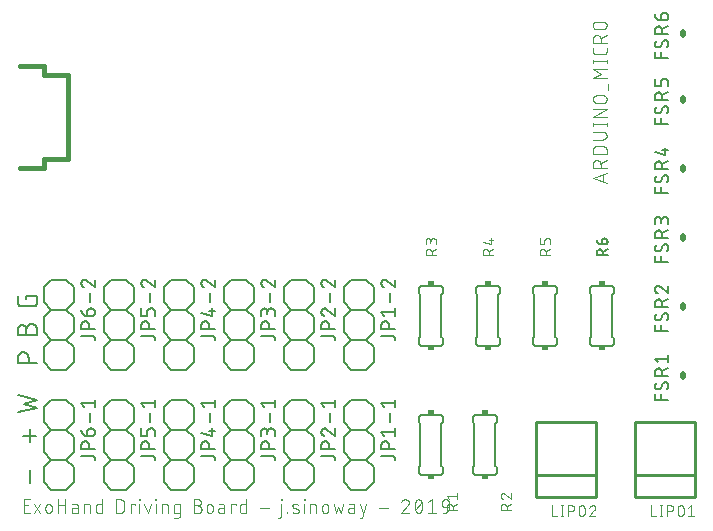
<source format=gbr>
G04 EAGLE Gerber RS-274X export*
G75*
%MOMM*%
%FSLAX34Y34*%
%LPD*%
%INSilkscreen Top*%
%IPPOS*%
%AMOC8*
5,1,8,0,0,1.08239X$1,22.5*%
G01*
%ADD10C,0.152400*%
%ADD11C,0.101600*%
%ADD12C,0.406400*%
%ADD13C,0.127000*%
%ADD14R,0.508000X0.381000*%
%ADD15C,0.508000*%
%ADD16C,0.254000*%


D10*
X19558Y399542D02*
X3302Y399542D01*
X3302Y404058D01*
X3304Y404191D01*
X3310Y404323D01*
X3320Y404455D01*
X3333Y404587D01*
X3351Y404719D01*
X3372Y404849D01*
X3397Y404980D01*
X3426Y405109D01*
X3459Y405237D01*
X3495Y405365D01*
X3535Y405491D01*
X3579Y405616D01*
X3627Y405740D01*
X3678Y405862D01*
X3733Y405983D01*
X3791Y406102D01*
X3853Y406220D01*
X3918Y406335D01*
X3987Y406449D01*
X4058Y406560D01*
X4134Y406669D01*
X4212Y406776D01*
X4293Y406881D01*
X4378Y406983D01*
X4465Y407083D01*
X4555Y407180D01*
X4648Y407275D01*
X4744Y407366D01*
X4842Y407455D01*
X4943Y407541D01*
X5047Y407624D01*
X5153Y407704D01*
X5261Y407780D01*
X5371Y407854D01*
X5484Y407924D01*
X5598Y407991D01*
X5715Y408054D01*
X5833Y408114D01*
X5953Y408171D01*
X6075Y408224D01*
X6198Y408273D01*
X6322Y408319D01*
X6448Y408361D01*
X6575Y408399D01*
X6703Y408434D01*
X6832Y408465D01*
X6961Y408492D01*
X7092Y408515D01*
X7223Y408535D01*
X7355Y408550D01*
X7487Y408562D01*
X7619Y408570D01*
X7752Y408574D01*
X7884Y408574D01*
X8017Y408570D01*
X8149Y408562D01*
X8281Y408550D01*
X8413Y408535D01*
X8544Y408515D01*
X8675Y408492D01*
X8804Y408465D01*
X8933Y408434D01*
X9061Y408399D01*
X9188Y408361D01*
X9314Y408319D01*
X9438Y408273D01*
X9561Y408224D01*
X9683Y408171D01*
X9803Y408114D01*
X9921Y408054D01*
X10038Y407991D01*
X10152Y407924D01*
X10265Y407854D01*
X10375Y407780D01*
X10483Y407704D01*
X10589Y407624D01*
X10693Y407541D01*
X10794Y407455D01*
X10892Y407366D01*
X10988Y407275D01*
X11081Y407180D01*
X11171Y407083D01*
X11258Y406983D01*
X11343Y406881D01*
X11424Y406776D01*
X11502Y406669D01*
X11578Y406560D01*
X11649Y406449D01*
X11718Y406335D01*
X11783Y406220D01*
X11845Y406102D01*
X11903Y405983D01*
X11958Y405862D01*
X12009Y405740D01*
X12057Y405616D01*
X12101Y405491D01*
X12141Y405365D01*
X12177Y405237D01*
X12210Y405109D01*
X12239Y404980D01*
X12264Y404849D01*
X12285Y404719D01*
X12303Y404587D01*
X12316Y404455D01*
X12326Y404323D01*
X12332Y404191D01*
X12334Y404058D01*
X12333Y404058D02*
X12333Y399542D01*
X10527Y423510D02*
X10527Y428025D01*
X10526Y428025D02*
X10528Y428158D01*
X10534Y428290D01*
X10544Y428422D01*
X10557Y428554D01*
X10575Y428686D01*
X10596Y428816D01*
X10621Y428947D01*
X10650Y429076D01*
X10683Y429204D01*
X10719Y429332D01*
X10759Y429458D01*
X10803Y429583D01*
X10851Y429707D01*
X10902Y429829D01*
X10957Y429950D01*
X11015Y430069D01*
X11077Y430187D01*
X11142Y430302D01*
X11211Y430416D01*
X11282Y430527D01*
X11358Y430636D01*
X11436Y430743D01*
X11517Y430848D01*
X11602Y430950D01*
X11689Y431050D01*
X11779Y431147D01*
X11872Y431242D01*
X11968Y431333D01*
X12066Y431422D01*
X12167Y431508D01*
X12271Y431591D01*
X12377Y431671D01*
X12485Y431747D01*
X12595Y431821D01*
X12708Y431891D01*
X12822Y431958D01*
X12939Y432021D01*
X13057Y432081D01*
X13177Y432138D01*
X13299Y432191D01*
X13422Y432240D01*
X13546Y432286D01*
X13672Y432328D01*
X13799Y432366D01*
X13927Y432401D01*
X14056Y432432D01*
X14185Y432459D01*
X14316Y432482D01*
X14447Y432502D01*
X14579Y432517D01*
X14711Y432529D01*
X14843Y432537D01*
X14976Y432541D01*
X15108Y432541D01*
X15241Y432537D01*
X15373Y432529D01*
X15505Y432517D01*
X15637Y432502D01*
X15768Y432482D01*
X15899Y432459D01*
X16028Y432432D01*
X16157Y432401D01*
X16285Y432366D01*
X16412Y432328D01*
X16538Y432286D01*
X16662Y432240D01*
X16785Y432191D01*
X16907Y432138D01*
X17027Y432081D01*
X17145Y432021D01*
X17262Y431958D01*
X17376Y431891D01*
X17489Y431821D01*
X17599Y431747D01*
X17707Y431671D01*
X17813Y431591D01*
X17917Y431508D01*
X18018Y431422D01*
X18116Y431333D01*
X18212Y431242D01*
X18305Y431147D01*
X18395Y431050D01*
X18482Y430950D01*
X18567Y430848D01*
X18648Y430743D01*
X18726Y430636D01*
X18802Y430527D01*
X18873Y430416D01*
X18942Y430302D01*
X19007Y430187D01*
X19069Y430069D01*
X19127Y429950D01*
X19182Y429829D01*
X19233Y429707D01*
X19281Y429583D01*
X19325Y429458D01*
X19365Y429332D01*
X19401Y429204D01*
X19434Y429076D01*
X19463Y428947D01*
X19488Y428816D01*
X19509Y428686D01*
X19527Y428554D01*
X19540Y428422D01*
X19550Y428290D01*
X19556Y428158D01*
X19558Y428025D01*
X19558Y423510D01*
X3302Y423510D01*
X3302Y428025D01*
X3304Y428144D01*
X3310Y428264D01*
X3320Y428383D01*
X3334Y428501D01*
X3351Y428620D01*
X3373Y428737D01*
X3398Y428854D01*
X3428Y428969D01*
X3461Y429084D01*
X3498Y429198D01*
X3538Y429310D01*
X3583Y429421D01*
X3631Y429530D01*
X3682Y429638D01*
X3737Y429744D01*
X3796Y429848D01*
X3858Y429950D01*
X3923Y430050D01*
X3992Y430148D01*
X4064Y430244D01*
X4139Y430337D01*
X4216Y430427D01*
X4297Y430515D01*
X4381Y430600D01*
X4468Y430682D01*
X4557Y430762D01*
X4649Y430838D01*
X4743Y430912D01*
X4840Y430982D01*
X4938Y431049D01*
X5039Y431113D01*
X5143Y431173D01*
X5248Y431230D01*
X5355Y431283D01*
X5463Y431333D01*
X5573Y431379D01*
X5685Y431421D01*
X5798Y431460D01*
X5912Y431495D01*
X6027Y431526D01*
X6144Y431554D01*
X6261Y431577D01*
X6378Y431597D01*
X6497Y431613D01*
X6616Y431625D01*
X6735Y431633D01*
X6854Y431637D01*
X6974Y431637D01*
X7093Y431633D01*
X7212Y431625D01*
X7331Y431613D01*
X7450Y431597D01*
X7567Y431577D01*
X7684Y431554D01*
X7801Y431526D01*
X7916Y431495D01*
X8030Y431460D01*
X8143Y431421D01*
X8255Y431379D01*
X8365Y431333D01*
X8473Y431283D01*
X8580Y431230D01*
X8685Y431173D01*
X8789Y431113D01*
X8890Y431049D01*
X8988Y430982D01*
X9085Y430912D01*
X9179Y430838D01*
X9271Y430762D01*
X9360Y430682D01*
X9447Y430600D01*
X9531Y430515D01*
X9612Y430427D01*
X9689Y430337D01*
X9764Y430244D01*
X9836Y430148D01*
X9905Y430050D01*
X9970Y429950D01*
X10032Y429848D01*
X10091Y429744D01*
X10146Y429638D01*
X10197Y429530D01*
X10245Y429421D01*
X10290Y429310D01*
X10330Y429198D01*
X10367Y429084D01*
X10400Y428969D01*
X10430Y428854D01*
X10455Y428737D01*
X10477Y428620D01*
X10494Y428501D01*
X10508Y428383D01*
X10518Y428264D01*
X10524Y428144D01*
X10526Y428025D01*
X10527Y453589D02*
X10527Y456298D01*
X19558Y456298D01*
X19558Y450879D01*
X19556Y450761D01*
X19550Y450643D01*
X19541Y450525D01*
X19527Y450408D01*
X19510Y450291D01*
X19489Y450174D01*
X19464Y450059D01*
X19435Y449944D01*
X19402Y449830D01*
X19366Y449718D01*
X19326Y449607D01*
X19283Y449497D01*
X19236Y449388D01*
X19186Y449281D01*
X19131Y449176D01*
X19074Y449073D01*
X19013Y448972D01*
X18949Y448872D01*
X18882Y448775D01*
X18812Y448680D01*
X18738Y448588D01*
X18662Y448497D01*
X18582Y448410D01*
X18500Y448325D01*
X18415Y448243D01*
X18328Y448163D01*
X18237Y448087D01*
X18145Y448013D01*
X18050Y447943D01*
X17953Y447876D01*
X17853Y447812D01*
X17752Y447751D01*
X17649Y447694D01*
X17544Y447639D01*
X17437Y447589D01*
X17328Y447542D01*
X17218Y447499D01*
X17107Y447459D01*
X16995Y447423D01*
X16881Y447390D01*
X16766Y447361D01*
X16651Y447336D01*
X16534Y447315D01*
X16417Y447298D01*
X16300Y447284D01*
X16182Y447275D01*
X16064Y447269D01*
X15946Y447267D01*
X6914Y447267D01*
X6914Y447266D02*
X6796Y447268D01*
X6678Y447274D01*
X6560Y447283D01*
X6442Y447297D01*
X6325Y447314D01*
X6209Y447335D01*
X6094Y447360D01*
X5979Y447389D01*
X5865Y447422D01*
X5753Y447458D01*
X5641Y447498D01*
X5531Y447541D01*
X5423Y447588D01*
X5316Y447639D01*
X5211Y447693D01*
X5108Y447750D01*
X5006Y447811D01*
X4907Y447875D01*
X4810Y447942D01*
X4715Y448013D01*
X4622Y448086D01*
X4532Y448163D01*
X4444Y448242D01*
X4359Y448324D01*
X4277Y448409D01*
X4198Y448497D01*
X4121Y448587D01*
X4048Y448680D01*
X3977Y448774D01*
X3910Y448872D01*
X3846Y448971D01*
X3785Y449072D01*
X3728Y449176D01*
X3674Y449281D01*
X3623Y449388D01*
X3576Y449496D01*
X3533Y449606D01*
X3493Y449718D01*
X3457Y449830D01*
X3424Y449944D01*
X3395Y450059D01*
X3370Y450174D01*
X3349Y450290D01*
X3332Y450407D01*
X3318Y450525D01*
X3309Y450643D01*
X3303Y450761D01*
X3301Y450879D01*
X3302Y450879D02*
X3302Y456298D01*
X13236Y308779D02*
X13236Y297942D01*
X13236Y332331D02*
X13236Y343168D01*
X7818Y337749D02*
X18655Y337749D01*
X19558Y361231D02*
X3302Y357619D01*
X8721Y364843D02*
X19558Y361231D01*
X19558Y368456D02*
X8721Y364843D01*
X3302Y372068D02*
X19558Y368456D01*
D11*
X13321Y272288D02*
X8128Y272288D01*
X8128Y283972D01*
X13321Y283972D01*
X12023Y278779D02*
X8128Y278779D01*
X17137Y272288D02*
X22329Y280077D01*
X17137Y280077D02*
X22329Y272288D01*
X26662Y274884D02*
X26662Y277481D01*
X26664Y277582D01*
X26670Y277682D01*
X26680Y277782D01*
X26693Y277882D01*
X26711Y277981D01*
X26732Y278080D01*
X26757Y278177D01*
X26786Y278274D01*
X26819Y278369D01*
X26855Y278463D01*
X26895Y278555D01*
X26938Y278646D01*
X26985Y278735D01*
X27035Y278822D01*
X27089Y278908D01*
X27146Y278991D01*
X27206Y279071D01*
X27269Y279150D01*
X27336Y279226D01*
X27405Y279299D01*
X27477Y279369D01*
X27551Y279437D01*
X27628Y279502D01*
X27708Y279563D01*
X27790Y279622D01*
X27874Y279677D01*
X27960Y279729D01*
X28048Y279778D01*
X28138Y279823D01*
X28230Y279865D01*
X28323Y279903D01*
X28418Y279937D01*
X28513Y279968D01*
X28610Y279995D01*
X28708Y280018D01*
X28807Y280038D01*
X28907Y280053D01*
X29007Y280065D01*
X29107Y280073D01*
X29208Y280077D01*
X29308Y280077D01*
X29409Y280073D01*
X29509Y280065D01*
X29609Y280053D01*
X29709Y280038D01*
X29808Y280018D01*
X29906Y279995D01*
X30003Y279968D01*
X30098Y279937D01*
X30193Y279903D01*
X30286Y279865D01*
X30378Y279823D01*
X30468Y279778D01*
X30556Y279729D01*
X30642Y279677D01*
X30726Y279622D01*
X30808Y279563D01*
X30888Y279502D01*
X30965Y279437D01*
X31039Y279369D01*
X31111Y279299D01*
X31180Y279226D01*
X31247Y279150D01*
X31310Y279071D01*
X31370Y278991D01*
X31427Y278908D01*
X31481Y278822D01*
X31531Y278735D01*
X31578Y278646D01*
X31621Y278555D01*
X31661Y278463D01*
X31697Y278369D01*
X31730Y278274D01*
X31759Y278177D01*
X31784Y278080D01*
X31805Y277981D01*
X31823Y277882D01*
X31836Y277782D01*
X31846Y277682D01*
X31852Y277582D01*
X31854Y277481D01*
X31854Y274884D01*
X31852Y274783D01*
X31846Y274683D01*
X31836Y274583D01*
X31823Y274483D01*
X31805Y274384D01*
X31784Y274285D01*
X31759Y274188D01*
X31730Y274091D01*
X31697Y273996D01*
X31661Y273902D01*
X31621Y273810D01*
X31578Y273719D01*
X31531Y273630D01*
X31481Y273543D01*
X31427Y273457D01*
X31370Y273374D01*
X31310Y273294D01*
X31247Y273215D01*
X31180Y273139D01*
X31111Y273066D01*
X31039Y272996D01*
X30965Y272928D01*
X30888Y272863D01*
X30808Y272802D01*
X30726Y272743D01*
X30642Y272688D01*
X30556Y272636D01*
X30468Y272587D01*
X30378Y272542D01*
X30286Y272500D01*
X30193Y272462D01*
X30098Y272428D01*
X30003Y272397D01*
X29906Y272370D01*
X29808Y272347D01*
X29709Y272327D01*
X29609Y272312D01*
X29509Y272300D01*
X29409Y272292D01*
X29308Y272288D01*
X29208Y272288D01*
X29107Y272292D01*
X29007Y272300D01*
X28907Y272312D01*
X28807Y272327D01*
X28708Y272347D01*
X28610Y272370D01*
X28513Y272397D01*
X28418Y272428D01*
X28323Y272462D01*
X28230Y272500D01*
X28138Y272542D01*
X28048Y272587D01*
X27960Y272636D01*
X27874Y272688D01*
X27790Y272743D01*
X27708Y272802D01*
X27628Y272863D01*
X27551Y272928D01*
X27477Y272996D01*
X27405Y273066D01*
X27336Y273139D01*
X27269Y273215D01*
X27206Y273294D01*
X27146Y273374D01*
X27089Y273457D01*
X27035Y273543D01*
X26985Y273630D01*
X26938Y273719D01*
X26895Y273810D01*
X26855Y273902D01*
X26819Y273996D01*
X26786Y274091D01*
X26757Y274188D01*
X26732Y274285D01*
X26711Y274384D01*
X26693Y274483D01*
X26680Y274583D01*
X26670Y274683D01*
X26664Y274783D01*
X26662Y274884D01*
X37061Y272288D02*
X37061Y283972D01*
X37061Y278779D02*
X43553Y278779D01*
X43553Y283972D02*
X43553Y272288D01*
X50972Y276832D02*
X53893Y276832D01*
X50972Y276832D02*
X50878Y276830D01*
X50784Y276824D01*
X50691Y276815D01*
X50598Y276801D01*
X50506Y276784D01*
X50414Y276762D01*
X50324Y276738D01*
X50234Y276709D01*
X50146Y276677D01*
X50059Y276641D01*
X49974Y276601D01*
X49891Y276558D01*
X49809Y276512D01*
X49729Y276462D01*
X49652Y276409D01*
X49577Y276353D01*
X49504Y276294D01*
X49433Y276232D01*
X49365Y276167D01*
X49300Y276099D01*
X49238Y276028D01*
X49179Y275955D01*
X49123Y275880D01*
X49070Y275803D01*
X49020Y275723D01*
X48974Y275641D01*
X48931Y275558D01*
X48891Y275473D01*
X48855Y275386D01*
X48823Y275298D01*
X48794Y275208D01*
X48770Y275118D01*
X48748Y275026D01*
X48731Y274934D01*
X48717Y274841D01*
X48708Y274748D01*
X48702Y274654D01*
X48700Y274560D01*
X48702Y274466D01*
X48708Y274372D01*
X48717Y274279D01*
X48731Y274186D01*
X48748Y274094D01*
X48770Y274002D01*
X48794Y273912D01*
X48823Y273822D01*
X48855Y273734D01*
X48891Y273647D01*
X48931Y273562D01*
X48974Y273479D01*
X49020Y273397D01*
X49070Y273317D01*
X49123Y273240D01*
X49179Y273165D01*
X49238Y273092D01*
X49300Y273021D01*
X49365Y272953D01*
X49433Y272888D01*
X49504Y272826D01*
X49577Y272767D01*
X49652Y272711D01*
X49729Y272658D01*
X49809Y272608D01*
X49891Y272562D01*
X49974Y272519D01*
X50059Y272479D01*
X50146Y272443D01*
X50234Y272411D01*
X50324Y272382D01*
X50414Y272358D01*
X50506Y272336D01*
X50598Y272319D01*
X50691Y272305D01*
X50784Y272296D01*
X50878Y272290D01*
X50972Y272288D01*
X53893Y272288D01*
X53893Y278130D01*
X53891Y278217D01*
X53885Y278305D01*
X53875Y278391D01*
X53862Y278478D01*
X53844Y278563D01*
X53823Y278648D01*
X53798Y278732D01*
X53769Y278814D01*
X53736Y278895D01*
X53700Y278975D01*
X53661Y279053D01*
X53617Y279129D01*
X53571Y279203D01*
X53521Y279274D01*
X53468Y279344D01*
X53412Y279411D01*
X53353Y279475D01*
X53291Y279537D01*
X53227Y279596D01*
X53160Y279652D01*
X53090Y279705D01*
X53019Y279755D01*
X52945Y279801D01*
X52869Y279845D01*
X52791Y279884D01*
X52711Y279920D01*
X52630Y279953D01*
X52548Y279982D01*
X52464Y280007D01*
X52379Y280028D01*
X52294Y280046D01*
X52207Y280059D01*
X52121Y280069D01*
X52033Y280075D01*
X51946Y280077D01*
X49350Y280077D01*
X59427Y280077D02*
X59427Y272288D01*
X59427Y280077D02*
X62673Y280077D01*
X62760Y280075D01*
X62848Y280069D01*
X62934Y280059D01*
X63021Y280046D01*
X63106Y280028D01*
X63191Y280007D01*
X63275Y279982D01*
X63357Y279953D01*
X63438Y279920D01*
X63518Y279884D01*
X63596Y279845D01*
X63672Y279801D01*
X63746Y279755D01*
X63817Y279705D01*
X63887Y279652D01*
X63954Y279596D01*
X64018Y279537D01*
X64080Y279476D01*
X64139Y279411D01*
X64195Y279344D01*
X64248Y279274D01*
X64298Y279203D01*
X64344Y279129D01*
X64388Y279053D01*
X64427Y278975D01*
X64463Y278895D01*
X64496Y278814D01*
X64525Y278732D01*
X64550Y278648D01*
X64571Y278563D01*
X64589Y278478D01*
X64602Y278391D01*
X64612Y278305D01*
X64618Y278217D01*
X64620Y278130D01*
X64620Y272288D01*
X74848Y272288D02*
X74848Y283972D01*
X74848Y272288D02*
X71603Y272288D01*
X71516Y272290D01*
X71428Y272296D01*
X71342Y272306D01*
X71255Y272319D01*
X71170Y272337D01*
X71085Y272358D01*
X71001Y272383D01*
X70919Y272412D01*
X70838Y272445D01*
X70758Y272481D01*
X70680Y272520D01*
X70604Y272564D01*
X70530Y272610D01*
X70459Y272660D01*
X70389Y272713D01*
X70322Y272769D01*
X70258Y272828D01*
X70196Y272890D01*
X70137Y272954D01*
X70081Y273021D01*
X70028Y273091D01*
X69978Y273162D01*
X69932Y273236D01*
X69888Y273312D01*
X69849Y273390D01*
X69813Y273470D01*
X69780Y273551D01*
X69751Y273633D01*
X69726Y273717D01*
X69705Y273802D01*
X69687Y273887D01*
X69674Y273974D01*
X69664Y274060D01*
X69658Y274148D01*
X69656Y274235D01*
X69656Y278130D01*
X69658Y278217D01*
X69664Y278305D01*
X69674Y278391D01*
X69687Y278478D01*
X69705Y278563D01*
X69726Y278648D01*
X69751Y278732D01*
X69780Y278814D01*
X69813Y278895D01*
X69849Y278975D01*
X69888Y279053D01*
X69932Y279129D01*
X69978Y279203D01*
X70028Y279274D01*
X70081Y279344D01*
X70137Y279411D01*
X70196Y279475D01*
X70258Y279537D01*
X70322Y279596D01*
X70389Y279652D01*
X70459Y279705D01*
X70530Y279755D01*
X70604Y279801D01*
X70680Y279845D01*
X70758Y279884D01*
X70838Y279920D01*
X70919Y279953D01*
X71001Y279982D01*
X71085Y280007D01*
X71170Y280028D01*
X71255Y280046D01*
X71342Y280059D01*
X71428Y280069D01*
X71516Y280075D01*
X71603Y280077D01*
X74848Y280077D01*
X86591Y283972D02*
X86591Y272288D01*
X86591Y283972D02*
X89837Y283972D01*
X89950Y283970D01*
X90063Y283964D01*
X90176Y283954D01*
X90289Y283940D01*
X90401Y283923D01*
X90512Y283901D01*
X90622Y283876D01*
X90732Y283846D01*
X90840Y283813D01*
X90947Y283776D01*
X91053Y283736D01*
X91157Y283691D01*
X91260Y283643D01*
X91361Y283592D01*
X91460Y283537D01*
X91557Y283479D01*
X91652Y283417D01*
X91745Y283352D01*
X91835Y283284D01*
X91923Y283213D01*
X92009Y283138D01*
X92092Y283061D01*
X92172Y282981D01*
X92249Y282898D01*
X92324Y282812D01*
X92395Y282724D01*
X92463Y282634D01*
X92528Y282541D01*
X92590Y282446D01*
X92648Y282349D01*
X92703Y282250D01*
X92754Y282149D01*
X92802Y282046D01*
X92847Y281942D01*
X92887Y281836D01*
X92924Y281729D01*
X92957Y281621D01*
X92987Y281511D01*
X93012Y281401D01*
X93034Y281290D01*
X93051Y281178D01*
X93065Y281065D01*
X93075Y280952D01*
X93081Y280839D01*
X93083Y280726D01*
X93082Y280726D02*
X93082Y275534D01*
X93083Y275534D02*
X93081Y275421D01*
X93075Y275308D01*
X93065Y275195D01*
X93051Y275082D01*
X93034Y274970D01*
X93012Y274859D01*
X92987Y274749D01*
X92957Y274639D01*
X92924Y274531D01*
X92887Y274424D01*
X92847Y274318D01*
X92802Y274214D01*
X92754Y274111D01*
X92703Y274010D01*
X92648Y273911D01*
X92590Y273814D01*
X92528Y273719D01*
X92463Y273626D01*
X92395Y273536D01*
X92324Y273448D01*
X92249Y273362D01*
X92172Y273279D01*
X92092Y273199D01*
X92009Y273122D01*
X91923Y273047D01*
X91835Y272976D01*
X91745Y272908D01*
X91652Y272843D01*
X91557Y272781D01*
X91460Y272723D01*
X91361Y272668D01*
X91260Y272617D01*
X91157Y272569D01*
X91053Y272524D01*
X90947Y272484D01*
X90840Y272447D01*
X90732Y272414D01*
X90622Y272384D01*
X90512Y272359D01*
X90401Y272337D01*
X90289Y272320D01*
X90176Y272306D01*
X90063Y272296D01*
X89950Y272290D01*
X89837Y272288D01*
X86591Y272288D01*
X98737Y272288D02*
X98737Y280077D01*
X102631Y280077D01*
X102631Y278779D01*
X106220Y280077D02*
X106220Y272288D01*
X105895Y283323D02*
X105895Y283972D01*
X106544Y283972D01*
X106544Y283323D01*
X105895Y283323D01*
X110481Y280077D02*
X113078Y272288D01*
X115674Y280077D01*
X119936Y280077D02*
X119936Y272288D01*
X119611Y283323D02*
X119611Y283972D01*
X120260Y283972D01*
X120260Y283323D01*
X119611Y283323D01*
X124959Y280077D02*
X124959Y272288D01*
X124959Y280077D02*
X128205Y280077D01*
X128292Y280075D01*
X128380Y280069D01*
X128466Y280059D01*
X128553Y280046D01*
X128638Y280028D01*
X128723Y280007D01*
X128807Y279982D01*
X128889Y279953D01*
X128970Y279920D01*
X129050Y279884D01*
X129128Y279845D01*
X129204Y279801D01*
X129278Y279755D01*
X129349Y279705D01*
X129419Y279652D01*
X129486Y279596D01*
X129550Y279537D01*
X129612Y279476D01*
X129671Y279411D01*
X129727Y279344D01*
X129780Y279274D01*
X129830Y279203D01*
X129876Y279129D01*
X129920Y279053D01*
X129959Y278975D01*
X129995Y278895D01*
X130028Y278814D01*
X130057Y278732D01*
X130082Y278648D01*
X130103Y278563D01*
X130121Y278478D01*
X130134Y278391D01*
X130144Y278305D01*
X130150Y278217D01*
X130152Y278130D01*
X130152Y272288D01*
X137135Y272288D02*
X140380Y272288D01*
X137135Y272288D02*
X137048Y272290D01*
X136960Y272296D01*
X136874Y272306D01*
X136787Y272319D01*
X136702Y272337D01*
X136617Y272358D01*
X136533Y272383D01*
X136451Y272412D01*
X136370Y272445D01*
X136290Y272481D01*
X136212Y272520D01*
X136136Y272564D01*
X136062Y272610D01*
X135991Y272660D01*
X135921Y272713D01*
X135854Y272769D01*
X135790Y272828D01*
X135728Y272890D01*
X135669Y272954D01*
X135613Y273021D01*
X135560Y273091D01*
X135510Y273162D01*
X135464Y273236D01*
X135420Y273312D01*
X135381Y273390D01*
X135345Y273470D01*
X135312Y273551D01*
X135283Y273633D01*
X135258Y273717D01*
X135237Y273802D01*
X135219Y273887D01*
X135206Y273974D01*
X135196Y274060D01*
X135190Y274148D01*
X135188Y274235D01*
X135187Y274235D02*
X135187Y278130D01*
X135188Y278130D02*
X135190Y278217D01*
X135196Y278305D01*
X135206Y278391D01*
X135219Y278478D01*
X135237Y278563D01*
X135258Y278648D01*
X135283Y278732D01*
X135312Y278814D01*
X135345Y278895D01*
X135381Y278975D01*
X135420Y279053D01*
X135464Y279129D01*
X135510Y279203D01*
X135560Y279274D01*
X135613Y279344D01*
X135669Y279411D01*
X135728Y279475D01*
X135790Y279537D01*
X135854Y279596D01*
X135921Y279652D01*
X135991Y279705D01*
X136062Y279755D01*
X136136Y279801D01*
X136212Y279845D01*
X136290Y279884D01*
X136370Y279920D01*
X136451Y279953D01*
X136533Y279982D01*
X136617Y280007D01*
X136702Y280028D01*
X136787Y280046D01*
X136874Y280059D01*
X136960Y280069D01*
X137048Y280075D01*
X137135Y280077D01*
X140380Y280077D01*
X140380Y270341D01*
X140378Y270254D01*
X140372Y270166D01*
X140362Y270080D01*
X140349Y269993D01*
X140331Y269908D01*
X140310Y269823D01*
X140285Y269739D01*
X140256Y269657D01*
X140223Y269576D01*
X140187Y269496D01*
X140148Y269418D01*
X140104Y269342D01*
X140058Y269268D01*
X140008Y269197D01*
X139955Y269127D01*
X139899Y269060D01*
X139840Y268996D01*
X139779Y268934D01*
X139714Y268875D01*
X139647Y268819D01*
X139577Y268766D01*
X139506Y268716D01*
X139432Y268670D01*
X139356Y268626D01*
X139278Y268587D01*
X139198Y268551D01*
X139117Y268518D01*
X139035Y268489D01*
X138951Y268464D01*
X138866Y268443D01*
X138781Y268425D01*
X138694Y268412D01*
X138608Y268402D01*
X138520Y268396D01*
X138433Y268394D01*
X138433Y268393D02*
X135837Y268393D01*
X152293Y278779D02*
X155538Y278779D01*
X155538Y278780D02*
X155651Y278778D01*
X155764Y278772D01*
X155877Y278762D01*
X155990Y278748D01*
X156102Y278731D01*
X156213Y278709D01*
X156323Y278684D01*
X156433Y278654D01*
X156541Y278621D01*
X156648Y278584D01*
X156754Y278544D01*
X156858Y278499D01*
X156961Y278451D01*
X157062Y278400D01*
X157161Y278345D01*
X157258Y278287D01*
X157353Y278225D01*
X157446Y278160D01*
X157536Y278092D01*
X157624Y278021D01*
X157710Y277946D01*
X157793Y277869D01*
X157873Y277789D01*
X157950Y277706D01*
X158025Y277620D01*
X158096Y277532D01*
X158164Y277442D01*
X158229Y277349D01*
X158291Y277254D01*
X158349Y277157D01*
X158404Y277058D01*
X158455Y276957D01*
X158503Y276854D01*
X158548Y276750D01*
X158588Y276644D01*
X158625Y276537D01*
X158658Y276429D01*
X158688Y276319D01*
X158713Y276209D01*
X158735Y276098D01*
X158752Y275986D01*
X158766Y275873D01*
X158776Y275760D01*
X158782Y275647D01*
X158784Y275534D01*
X158782Y275421D01*
X158776Y275308D01*
X158766Y275195D01*
X158752Y275082D01*
X158735Y274970D01*
X158713Y274859D01*
X158688Y274749D01*
X158658Y274639D01*
X158625Y274531D01*
X158588Y274424D01*
X158548Y274318D01*
X158503Y274214D01*
X158455Y274111D01*
X158404Y274010D01*
X158349Y273911D01*
X158291Y273814D01*
X158229Y273719D01*
X158164Y273626D01*
X158096Y273536D01*
X158025Y273448D01*
X157950Y273362D01*
X157873Y273279D01*
X157793Y273199D01*
X157710Y273122D01*
X157624Y273047D01*
X157536Y272976D01*
X157446Y272908D01*
X157353Y272843D01*
X157258Y272781D01*
X157161Y272723D01*
X157062Y272668D01*
X156961Y272617D01*
X156858Y272569D01*
X156754Y272524D01*
X156648Y272484D01*
X156541Y272447D01*
X156433Y272414D01*
X156323Y272384D01*
X156213Y272359D01*
X156102Y272337D01*
X155990Y272320D01*
X155877Y272306D01*
X155764Y272296D01*
X155651Y272290D01*
X155538Y272288D01*
X152293Y272288D01*
X152293Y283972D01*
X155538Y283972D01*
X155639Y283970D01*
X155739Y283964D01*
X155839Y283954D01*
X155939Y283941D01*
X156038Y283923D01*
X156137Y283902D01*
X156234Y283877D01*
X156331Y283848D01*
X156426Y283815D01*
X156520Y283779D01*
X156612Y283739D01*
X156703Y283696D01*
X156792Y283649D01*
X156879Y283599D01*
X156965Y283545D01*
X157048Y283488D01*
X157128Y283428D01*
X157207Y283365D01*
X157283Y283298D01*
X157356Y283229D01*
X157426Y283157D01*
X157494Y283083D01*
X157559Y283006D01*
X157620Y282926D01*
X157679Y282844D01*
X157734Y282760D01*
X157786Y282674D01*
X157835Y282586D01*
X157880Y282496D01*
X157922Y282404D01*
X157960Y282311D01*
X157994Y282216D01*
X158025Y282121D01*
X158052Y282024D01*
X158075Y281926D01*
X158095Y281827D01*
X158110Y281727D01*
X158122Y281627D01*
X158130Y281527D01*
X158134Y281426D01*
X158134Y281326D01*
X158130Y281225D01*
X158122Y281125D01*
X158110Y281025D01*
X158095Y280925D01*
X158075Y280826D01*
X158052Y280728D01*
X158025Y280631D01*
X157994Y280536D01*
X157960Y280441D01*
X157922Y280348D01*
X157880Y280256D01*
X157835Y280166D01*
X157786Y280078D01*
X157734Y279992D01*
X157679Y279908D01*
X157620Y279826D01*
X157559Y279746D01*
X157494Y279669D01*
X157426Y279595D01*
X157356Y279523D01*
X157283Y279454D01*
X157207Y279387D01*
X157128Y279324D01*
X157048Y279264D01*
X156965Y279207D01*
X156879Y279153D01*
X156792Y279103D01*
X156703Y279056D01*
X156612Y279013D01*
X156520Y278973D01*
X156426Y278937D01*
X156331Y278904D01*
X156234Y278875D01*
X156137Y278850D01*
X156038Y278829D01*
X155939Y278811D01*
X155839Y278798D01*
X155739Y278788D01*
X155639Y278782D01*
X155538Y278780D01*
X163059Y277481D02*
X163059Y274884D01*
X163060Y277481D02*
X163062Y277582D01*
X163068Y277682D01*
X163078Y277782D01*
X163091Y277882D01*
X163109Y277981D01*
X163130Y278080D01*
X163155Y278177D01*
X163184Y278274D01*
X163217Y278369D01*
X163253Y278463D01*
X163293Y278555D01*
X163336Y278646D01*
X163383Y278735D01*
X163433Y278822D01*
X163487Y278908D01*
X163544Y278991D01*
X163604Y279071D01*
X163667Y279150D01*
X163734Y279226D01*
X163803Y279299D01*
X163875Y279369D01*
X163949Y279437D01*
X164026Y279502D01*
X164106Y279563D01*
X164188Y279622D01*
X164272Y279677D01*
X164358Y279729D01*
X164446Y279778D01*
X164536Y279823D01*
X164628Y279865D01*
X164721Y279903D01*
X164816Y279937D01*
X164911Y279968D01*
X165008Y279995D01*
X165106Y280018D01*
X165205Y280038D01*
X165305Y280053D01*
X165405Y280065D01*
X165505Y280073D01*
X165606Y280077D01*
X165706Y280077D01*
X165807Y280073D01*
X165907Y280065D01*
X166007Y280053D01*
X166107Y280038D01*
X166206Y280018D01*
X166304Y279995D01*
X166401Y279968D01*
X166496Y279937D01*
X166591Y279903D01*
X166684Y279865D01*
X166776Y279823D01*
X166866Y279778D01*
X166954Y279729D01*
X167040Y279677D01*
X167124Y279622D01*
X167206Y279563D01*
X167286Y279502D01*
X167363Y279437D01*
X167437Y279369D01*
X167509Y279299D01*
X167578Y279226D01*
X167645Y279150D01*
X167708Y279071D01*
X167768Y278991D01*
X167825Y278908D01*
X167879Y278822D01*
X167929Y278735D01*
X167976Y278646D01*
X168019Y278555D01*
X168059Y278463D01*
X168095Y278369D01*
X168128Y278274D01*
X168157Y278177D01*
X168182Y278080D01*
X168203Y277981D01*
X168221Y277882D01*
X168234Y277782D01*
X168244Y277682D01*
X168250Y277582D01*
X168252Y277481D01*
X168252Y274884D01*
X168250Y274783D01*
X168244Y274683D01*
X168234Y274583D01*
X168221Y274483D01*
X168203Y274384D01*
X168182Y274285D01*
X168157Y274188D01*
X168128Y274091D01*
X168095Y273996D01*
X168059Y273902D01*
X168019Y273810D01*
X167976Y273719D01*
X167929Y273630D01*
X167879Y273543D01*
X167825Y273457D01*
X167768Y273374D01*
X167708Y273294D01*
X167645Y273215D01*
X167578Y273139D01*
X167509Y273066D01*
X167437Y272996D01*
X167363Y272928D01*
X167286Y272863D01*
X167206Y272802D01*
X167124Y272743D01*
X167040Y272688D01*
X166954Y272636D01*
X166866Y272587D01*
X166776Y272542D01*
X166684Y272500D01*
X166591Y272462D01*
X166496Y272428D01*
X166401Y272397D01*
X166304Y272370D01*
X166206Y272347D01*
X166107Y272327D01*
X166007Y272312D01*
X165907Y272300D01*
X165807Y272292D01*
X165706Y272288D01*
X165606Y272288D01*
X165505Y272292D01*
X165405Y272300D01*
X165305Y272312D01*
X165205Y272327D01*
X165106Y272347D01*
X165008Y272370D01*
X164911Y272397D01*
X164816Y272428D01*
X164721Y272462D01*
X164628Y272500D01*
X164536Y272542D01*
X164446Y272587D01*
X164358Y272636D01*
X164272Y272688D01*
X164188Y272743D01*
X164106Y272802D01*
X164026Y272863D01*
X163949Y272928D01*
X163875Y272996D01*
X163803Y273066D01*
X163734Y273139D01*
X163667Y273215D01*
X163604Y273294D01*
X163544Y273374D01*
X163487Y273457D01*
X163433Y273543D01*
X163383Y273630D01*
X163336Y273719D01*
X163293Y273810D01*
X163253Y273902D01*
X163217Y273996D01*
X163184Y274091D01*
X163155Y274188D01*
X163130Y274285D01*
X163109Y274384D01*
X163091Y274483D01*
X163078Y274583D01*
X163068Y274683D01*
X163062Y274783D01*
X163060Y274884D01*
X175178Y276832D02*
X178099Y276832D01*
X175178Y276832D02*
X175084Y276830D01*
X174990Y276824D01*
X174897Y276815D01*
X174804Y276801D01*
X174712Y276784D01*
X174620Y276762D01*
X174530Y276738D01*
X174440Y276709D01*
X174352Y276677D01*
X174265Y276641D01*
X174180Y276601D01*
X174097Y276558D01*
X174015Y276512D01*
X173935Y276462D01*
X173858Y276409D01*
X173783Y276353D01*
X173710Y276294D01*
X173639Y276232D01*
X173571Y276167D01*
X173506Y276099D01*
X173444Y276028D01*
X173385Y275955D01*
X173329Y275880D01*
X173276Y275803D01*
X173226Y275723D01*
X173180Y275641D01*
X173137Y275558D01*
X173097Y275473D01*
X173061Y275386D01*
X173029Y275298D01*
X173000Y275208D01*
X172976Y275118D01*
X172954Y275026D01*
X172937Y274934D01*
X172923Y274841D01*
X172914Y274748D01*
X172908Y274654D01*
X172906Y274560D01*
X172908Y274466D01*
X172914Y274372D01*
X172923Y274279D01*
X172937Y274186D01*
X172954Y274094D01*
X172976Y274002D01*
X173000Y273912D01*
X173029Y273822D01*
X173061Y273734D01*
X173097Y273647D01*
X173137Y273562D01*
X173180Y273479D01*
X173226Y273397D01*
X173276Y273317D01*
X173329Y273240D01*
X173385Y273165D01*
X173444Y273092D01*
X173506Y273021D01*
X173571Y272953D01*
X173639Y272888D01*
X173710Y272826D01*
X173783Y272767D01*
X173858Y272711D01*
X173935Y272658D01*
X174015Y272608D01*
X174097Y272562D01*
X174180Y272519D01*
X174265Y272479D01*
X174352Y272443D01*
X174440Y272411D01*
X174530Y272382D01*
X174620Y272358D01*
X174712Y272336D01*
X174804Y272319D01*
X174897Y272305D01*
X174990Y272296D01*
X175084Y272290D01*
X175178Y272288D01*
X178099Y272288D01*
X178099Y278130D01*
X178097Y278217D01*
X178091Y278305D01*
X178081Y278391D01*
X178068Y278478D01*
X178050Y278563D01*
X178029Y278648D01*
X178004Y278732D01*
X177975Y278814D01*
X177942Y278895D01*
X177906Y278975D01*
X177867Y279053D01*
X177823Y279129D01*
X177777Y279203D01*
X177727Y279274D01*
X177674Y279344D01*
X177618Y279411D01*
X177559Y279475D01*
X177497Y279537D01*
X177433Y279596D01*
X177366Y279652D01*
X177296Y279705D01*
X177225Y279755D01*
X177151Y279801D01*
X177075Y279845D01*
X176997Y279884D01*
X176917Y279920D01*
X176836Y279953D01*
X176754Y279982D01*
X176670Y280007D01*
X176585Y280028D01*
X176500Y280046D01*
X176413Y280059D01*
X176327Y280069D01*
X176239Y280075D01*
X176152Y280077D01*
X173555Y280077D01*
X183700Y280077D02*
X183700Y272288D01*
X183700Y280077D02*
X187594Y280077D01*
X187594Y278779D01*
X196387Y283972D02*
X196387Y272288D01*
X193142Y272288D01*
X193055Y272290D01*
X192967Y272296D01*
X192881Y272306D01*
X192794Y272319D01*
X192709Y272337D01*
X192624Y272358D01*
X192540Y272383D01*
X192458Y272412D01*
X192377Y272445D01*
X192297Y272481D01*
X192219Y272520D01*
X192143Y272564D01*
X192069Y272610D01*
X191998Y272660D01*
X191928Y272713D01*
X191861Y272769D01*
X191797Y272828D01*
X191735Y272890D01*
X191676Y272954D01*
X191620Y273021D01*
X191567Y273091D01*
X191517Y273162D01*
X191471Y273236D01*
X191427Y273312D01*
X191388Y273390D01*
X191352Y273470D01*
X191319Y273551D01*
X191290Y273633D01*
X191265Y273717D01*
X191244Y273802D01*
X191226Y273887D01*
X191213Y273974D01*
X191203Y274060D01*
X191197Y274148D01*
X191195Y274235D01*
X191194Y274235D02*
X191194Y278130D01*
X191195Y278130D02*
X191197Y278217D01*
X191203Y278305D01*
X191213Y278391D01*
X191226Y278478D01*
X191244Y278563D01*
X191265Y278648D01*
X191290Y278732D01*
X191319Y278814D01*
X191352Y278895D01*
X191388Y278975D01*
X191427Y279053D01*
X191471Y279129D01*
X191517Y279203D01*
X191567Y279274D01*
X191620Y279344D01*
X191676Y279411D01*
X191735Y279475D01*
X191797Y279537D01*
X191861Y279596D01*
X191928Y279652D01*
X191998Y279705D01*
X192069Y279755D01*
X192143Y279801D01*
X192219Y279845D01*
X192297Y279884D01*
X192377Y279920D01*
X192458Y279953D01*
X192540Y279982D01*
X192624Y280007D01*
X192709Y280028D01*
X192794Y280046D01*
X192881Y280059D01*
X192967Y280069D01*
X193055Y280075D01*
X193142Y280077D01*
X196387Y280077D01*
X207862Y276832D02*
X215651Y276832D01*
X226418Y280077D02*
X226418Y270341D01*
X226416Y270254D01*
X226410Y270166D01*
X226400Y270080D01*
X226387Y269993D01*
X226369Y269908D01*
X226348Y269823D01*
X226323Y269739D01*
X226294Y269657D01*
X226261Y269576D01*
X226225Y269496D01*
X226186Y269418D01*
X226142Y269342D01*
X226096Y269268D01*
X226046Y269197D01*
X225993Y269127D01*
X225937Y269060D01*
X225878Y268996D01*
X225817Y268934D01*
X225752Y268875D01*
X225685Y268819D01*
X225615Y268766D01*
X225544Y268716D01*
X225470Y268670D01*
X225394Y268626D01*
X225316Y268587D01*
X225236Y268551D01*
X225155Y268518D01*
X225073Y268489D01*
X224989Y268464D01*
X224904Y268443D01*
X224819Y268425D01*
X224732Y268412D01*
X224646Y268402D01*
X224558Y268396D01*
X224471Y268394D01*
X224471Y268393D02*
X223822Y268393D01*
X226094Y283323D02*
X226094Y283972D01*
X226743Y283972D01*
X226743Y283323D01*
X226094Y283323D01*
X230863Y272937D02*
X230863Y272288D01*
X230863Y272937D02*
X231512Y272937D01*
X231512Y272288D01*
X230863Y272288D01*
X236804Y276832D02*
X240049Y275534D01*
X236804Y276831D02*
X236729Y276864D01*
X236655Y276900D01*
X236583Y276939D01*
X236513Y276982D01*
X236446Y277028D01*
X236380Y277078D01*
X236318Y277130D01*
X236257Y277186D01*
X236200Y277244D01*
X236145Y277305D01*
X236094Y277369D01*
X236046Y277435D01*
X236001Y277504D01*
X235959Y277574D01*
X235921Y277647D01*
X235886Y277721D01*
X235855Y277797D01*
X235828Y277874D01*
X235805Y277953D01*
X235785Y278032D01*
X235770Y278113D01*
X235758Y278194D01*
X235750Y278276D01*
X235746Y278357D01*
X235747Y278439D01*
X235751Y278521D01*
X235759Y278603D01*
X235771Y278684D01*
X235787Y278764D01*
X235807Y278844D01*
X235831Y278922D01*
X235859Y278999D01*
X235890Y279075D01*
X235925Y279149D01*
X235963Y279221D01*
X236005Y279292D01*
X236051Y279360D01*
X236099Y279426D01*
X236151Y279489D01*
X236206Y279550D01*
X236264Y279608D01*
X236324Y279664D01*
X236387Y279716D01*
X236453Y279765D01*
X236521Y279811D01*
X236591Y279853D01*
X236663Y279893D01*
X236737Y279928D01*
X236812Y279960D01*
X236889Y279988D01*
X236967Y280012D01*
X237047Y280033D01*
X237127Y280050D01*
X237208Y280062D01*
X237289Y280071D01*
X237371Y280076D01*
X237453Y280077D01*
X237630Y280073D01*
X237807Y280064D01*
X237984Y280050D01*
X238161Y280033D01*
X238336Y280011D01*
X238512Y279986D01*
X238686Y279955D01*
X238860Y279921D01*
X239033Y279883D01*
X239205Y279840D01*
X239376Y279793D01*
X239546Y279743D01*
X239715Y279688D01*
X239882Y279629D01*
X240047Y279566D01*
X240212Y279499D01*
X240374Y279428D01*
X240049Y275534D02*
X240124Y275501D01*
X240198Y275465D01*
X240270Y275426D01*
X240340Y275383D01*
X240407Y275337D01*
X240473Y275287D01*
X240535Y275235D01*
X240596Y275179D01*
X240653Y275121D01*
X240708Y275060D01*
X240759Y274996D01*
X240807Y274930D01*
X240852Y274861D01*
X240894Y274791D01*
X240932Y274718D01*
X240967Y274644D01*
X240998Y274568D01*
X241025Y274491D01*
X241048Y274412D01*
X241068Y274333D01*
X241083Y274252D01*
X241095Y274171D01*
X241103Y274089D01*
X241107Y274008D01*
X241106Y273926D01*
X241102Y273844D01*
X241094Y273762D01*
X241082Y273681D01*
X241066Y273601D01*
X241046Y273521D01*
X241022Y273443D01*
X240994Y273366D01*
X240963Y273290D01*
X240928Y273216D01*
X240890Y273144D01*
X240848Y273073D01*
X240802Y273005D01*
X240754Y272939D01*
X240702Y272876D01*
X240647Y272815D01*
X240589Y272757D01*
X240529Y272701D01*
X240466Y272649D01*
X240400Y272600D01*
X240332Y272554D01*
X240262Y272512D01*
X240190Y272472D01*
X240116Y272437D01*
X240041Y272405D01*
X239964Y272377D01*
X239886Y272353D01*
X239806Y272332D01*
X239726Y272315D01*
X239645Y272303D01*
X239564Y272294D01*
X239482Y272289D01*
X239400Y272288D01*
X239140Y272295D01*
X238880Y272308D01*
X238620Y272327D01*
X238361Y272352D01*
X238102Y272384D01*
X237845Y272421D01*
X237588Y272465D01*
X237332Y272514D01*
X237078Y272570D01*
X236825Y272631D01*
X236574Y272699D01*
X236324Y272773D01*
X236076Y272852D01*
X235830Y272937D01*
X245666Y272288D02*
X245666Y280077D01*
X245341Y283323D02*
X245341Y283972D01*
X245990Y283972D01*
X245990Y283323D01*
X245341Y283323D01*
X250689Y280077D02*
X250689Y272288D01*
X250689Y280077D02*
X253935Y280077D01*
X254022Y280075D01*
X254110Y280069D01*
X254196Y280059D01*
X254283Y280046D01*
X254368Y280028D01*
X254453Y280007D01*
X254537Y279982D01*
X254619Y279953D01*
X254700Y279920D01*
X254780Y279884D01*
X254858Y279845D01*
X254934Y279801D01*
X255008Y279755D01*
X255079Y279705D01*
X255149Y279652D01*
X255216Y279596D01*
X255280Y279537D01*
X255342Y279476D01*
X255401Y279411D01*
X255457Y279344D01*
X255510Y279274D01*
X255560Y279203D01*
X255606Y279129D01*
X255650Y279053D01*
X255689Y278975D01*
X255725Y278895D01*
X255758Y278814D01*
X255787Y278732D01*
X255812Y278648D01*
X255833Y278563D01*
X255851Y278478D01*
X255864Y278391D01*
X255874Y278305D01*
X255880Y278217D01*
X255882Y278130D01*
X255882Y272288D01*
X260976Y274884D02*
X260976Y277481D01*
X260977Y277481D02*
X260979Y277582D01*
X260985Y277682D01*
X260995Y277782D01*
X261008Y277882D01*
X261026Y277981D01*
X261047Y278080D01*
X261072Y278177D01*
X261101Y278274D01*
X261134Y278369D01*
X261170Y278463D01*
X261210Y278555D01*
X261253Y278646D01*
X261300Y278735D01*
X261350Y278822D01*
X261404Y278908D01*
X261461Y278991D01*
X261521Y279071D01*
X261584Y279150D01*
X261651Y279226D01*
X261720Y279299D01*
X261792Y279369D01*
X261866Y279437D01*
X261943Y279502D01*
X262023Y279563D01*
X262105Y279622D01*
X262189Y279677D01*
X262275Y279729D01*
X262363Y279778D01*
X262453Y279823D01*
X262545Y279865D01*
X262638Y279903D01*
X262733Y279937D01*
X262828Y279968D01*
X262925Y279995D01*
X263023Y280018D01*
X263122Y280038D01*
X263222Y280053D01*
X263322Y280065D01*
X263422Y280073D01*
X263523Y280077D01*
X263623Y280077D01*
X263724Y280073D01*
X263824Y280065D01*
X263924Y280053D01*
X264024Y280038D01*
X264123Y280018D01*
X264221Y279995D01*
X264318Y279968D01*
X264413Y279937D01*
X264508Y279903D01*
X264601Y279865D01*
X264693Y279823D01*
X264783Y279778D01*
X264871Y279729D01*
X264957Y279677D01*
X265041Y279622D01*
X265123Y279563D01*
X265203Y279502D01*
X265280Y279437D01*
X265354Y279369D01*
X265426Y279299D01*
X265495Y279226D01*
X265562Y279150D01*
X265625Y279071D01*
X265685Y278991D01*
X265742Y278908D01*
X265796Y278822D01*
X265846Y278735D01*
X265893Y278646D01*
X265936Y278555D01*
X265976Y278463D01*
X266012Y278369D01*
X266045Y278274D01*
X266074Y278177D01*
X266099Y278080D01*
X266120Y277981D01*
X266138Y277882D01*
X266151Y277782D01*
X266161Y277682D01*
X266167Y277582D01*
X266169Y277481D01*
X266169Y274884D01*
X266167Y274783D01*
X266161Y274683D01*
X266151Y274583D01*
X266138Y274483D01*
X266120Y274384D01*
X266099Y274285D01*
X266074Y274188D01*
X266045Y274091D01*
X266012Y273996D01*
X265976Y273902D01*
X265936Y273810D01*
X265893Y273719D01*
X265846Y273630D01*
X265796Y273543D01*
X265742Y273457D01*
X265685Y273374D01*
X265625Y273294D01*
X265562Y273215D01*
X265495Y273139D01*
X265426Y273066D01*
X265354Y272996D01*
X265280Y272928D01*
X265203Y272863D01*
X265123Y272802D01*
X265041Y272743D01*
X264957Y272688D01*
X264871Y272636D01*
X264783Y272587D01*
X264693Y272542D01*
X264601Y272500D01*
X264508Y272462D01*
X264413Y272428D01*
X264318Y272397D01*
X264221Y272370D01*
X264123Y272347D01*
X264024Y272327D01*
X263924Y272312D01*
X263824Y272300D01*
X263724Y272292D01*
X263623Y272288D01*
X263523Y272288D01*
X263422Y272292D01*
X263322Y272300D01*
X263222Y272312D01*
X263122Y272327D01*
X263023Y272347D01*
X262925Y272370D01*
X262828Y272397D01*
X262733Y272428D01*
X262638Y272462D01*
X262545Y272500D01*
X262453Y272542D01*
X262363Y272587D01*
X262275Y272636D01*
X262189Y272688D01*
X262105Y272743D01*
X262023Y272802D01*
X261943Y272863D01*
X261866Y272928D01*
X261792Y272996D01*
X261720Y273066D01*
X261651Y273139D01*
X261584Y273215D01*
X261521Y273294D01*
X261461Y273374D01*
X261404Y273457D01*
X261350Y273543D01*
X261300Y273630D01*
X261253Y273719D01*
X261210Y273810D01*
X261170Y273902D01*
X261134Y273996D01*
X261101Y274091D01*
X261072Y274188D01*
X261047Y274285D01*
X261026Y274384D01*
X261008Y274483D01*
X260995Y274583D01*
X260985Y274683D01*
X260979Y274783D01*
X260977Y274884D01*
X270727Y280077D02*
X272674Y272288D01*
X274622Y277481D01*
X276569Y272288D01*
X278516Y280077D01*
X285287Y276832D02*
X288208Y276832D01*
X285287Y276832D02*
X285193Y276830D01*
X285099Y276824D01*
X285006Y276815D01*
X284913Y276801D01*
X284821Y276784D01*
X284729Y276762D01*
X284639Y276738D01*
X284549Y276709D01*
X284461Y276677D01*
X284374Y276641D01*
X284289Y276601D01*
X284206Y276558D01*
X284124Y276512D01*
X284044Y276462D01*
X283967Y276409D01*
X283892Y276353D01*
X283819Y276294D01*
X283748Y276232D01*
X283680Y276167D01*
X283615Y276099D01*
X283553Y276028D01*
X283494Y275955D01*
X283438Y275880D01*
X283385Y275803D01*
X283335Y275723D01*
X283289Y275641D01*
X283246Y275558D01*
X283206Y275473D01*
X283170Y275386D01*
X283138Y275298D01*
X283109Y275208D01*
X283085Y275118D01*
X283063Y275026D01*
X283046Y274934D01*
X283032Y274841D01*
X283023Y274748D01*
X283017Y274654D01*
X283015Y274560D01*
X283017Y274466D01*
X283023Y274372D01*
X283032Y274279D01*
X283046Y274186D01*
X283063Y274094D01*
X283085Y274002D01*
X283109Y273912D01*
X283138Y273822D01*
X283170Y273734D01*
X283206Y273647D01*
X283246Y273562D01*
X283289Y273479D01*
X283335Y273397D01*
X283385Y273317D01*
X283438Y273240D01*
X283494Y273165D01*
X283553Y273092D01*
X283615Y273021D01*
X283680Y272953D01*
X283748Y272888D01*
X283819Y272826D01*
X283892Y272767D01*
X283967Y272711D01*
X284044Y272658D01*
X284124Y272608D01*
X284206Y272562D01*
X284289Y272519D01*
X284374Y272479D01*
X284461Y272443D01*
X284549Y272411D01*
X284639Y272382D01*
X284729Y272358D01*
X284821Y272336D01*
X284913Y272319D01*
X285006Y272305D01*
X285099Y272296D01*
X285193Y272290D01*
X285287Y272288D01*
X288208Y272288D01*
X288208Y278130D01*
X288206Y278217D01*
X288200Y278305D01*
X288190Y278391D01*
X288177Y278478D01*
X288159Y278563D01*
X288138Y278648D01*
X288113Y278732D01*
X288084Y278814D01*
X288051Y278895D01*
X288015Y278975D01*
X287976Y279053D01*
X287932Y279129D01*
X287886Y279203D01*
X287836Y279274D01*
X287783Y279344D01*
X287727Y279411D01*
X287668Y279475D01*
X287606Y279537D01*
X287542Y279596D01*
X287475Y279652D01*
X287405Y279705D01*
X287334Y279755D01*
X287260Y279801D01*
X287184Y279845D01*
X287106Y279884D01*
X287026Y279920D01*
X286945Y279953D01*
X286863Y279982D01*
X286779Y280007D01*
X286694Y280028D01*
X286609Y280046D01*
X286522Y280059D01*
X286436Y280069D01*
X286348Y280075D01*
X286261Y280077D01*
X283664Y280077D01*
X292980Y268393D02*
X294278Y268393D01*
X298173Y280077D01*
X292980Y280077D02*
X295577Y272288D01*
X308827Y276832D02*
X316616Y276832D01*
X331334Y283972D02*
X331441Y283970D01*
X331547Y283964D01*
X331653Y283954D01*
X331759Y283941D01*
X331865Y283923D01*
X331969Y283902D01*
X332073Y283877D01*
X332176Y283848D01*
X332277Y283816D01*
X332377Y283779D01*
X332476Y283739D01*
X332574Y283696D01*
X332670Y283649D01*
X332764Y283598D01*
X332856Y283544D01*
X332946Y283487D01*
X333034Y283427D01*
X333119Y283363D01*
X333202Y283296D01*
X333283Y283226D01*
X333361Y283154D01*
X333437Y283078D01*
X333509Y283000D01*
X333579Y282919D01*
X333646Y282836D01*
X333710Y282751D01*
X333770Y282663D01*
X333827Y282573D01*
X333881Y282481D01*
X333932Y282387D01*
X333979Y282291D01*
X334022Y282193D01*
X334062Y282094D01*
X334099Y281994D01*
X334131Y281893D01*
X334160Y281790D01*
X334185Y281686D01*
X334206Y281582D01*
X334224Y281476D01*
X334237Y281370D01*
X334247Y281264D01*
X334253Y281158D01*
X334255Y281051D01*
X331334Y283972D02*
X331213Y283970D01*
X331092Y283964D01*
X330972Y283954D01*
X330851Y283941D01*
X330732Y283923D01*
X330612Y283902D01*
X330494Y283877D01*
X330377Y283848D01*
X330260Y283815D01*
X330145Y283779D01*
X330031Y283738D01*
X329918Y283695D01*
X329806Y283647D01*
X329697Y283596D01*
X329589Y283541D01*
X329482Y283483D01*
X329378Y283422D01*
X329276Y283357D01*
X329176Y283289D01*
X329078Y283218D01*
X328982Y283144D01*
X328889Y283067D01*
X328799Y282986D01*
X328711Y282903D01*
X328626Y282817D01*
X328543Y282728D01*
X328464Y282637D01*
X328387Y282543D01*
X328314Y282447D01*
X328244Y282349D01*
X328177Y282248D01*
X328113Y282145D01*
X328053Y282040D01*
X327996Y281933D01*
X327942Y281825D01*
X327892Y281715D01*
X327846Y281603D01*
X327803Y281490D01*
X327764Y281375D01*
X333282Y278779D02*
X333361Y278856D01*
X333437Y278937D01*
X333510Y279020D01*
X333580Y279105D01*
X333647Y279193D01*
X333711Y279283D01*
X333771Y279375D01*
X333828Y279470D01*
X333882Y279566D01*
X333933Y279664D01*
X333980Y279764D01*
X334024Y279866D01*
X334064Y279969D01*
X334100Y280073D01*
X334132Y280179D01*
X334161Y280285D01*
X334186Y280393D01*
X334208Y280501D01*
X334225Y280611D01*
X334239Y280720D01*
X334248Y280830D01*
X334254Y280941D01*
X334256Y281051D01*
X333281Y278779D02*
X327764Y272288D01*
X334255Y272288D01*
X339194Y278130D02*
X339197Y278360D01*
X339205Y278590D01*
X339219Y278819D01*
X339238Y279048D01*
X339263Y279277D01*
X339293Y279504D01*
X339328Y279732D01*
X339369Y279958D01*
X339415Y280183D01*
X339467Y280407D01*
X339524Y280629D01*
X339586Y280851D01*
X339654Y281070D01*
X339727Y281288D01*
X339805Y281505D01*
X339888Y281719D01*
X339976Y281931D01*
X340069Y282141D01*
X340168Y282349D01*
X340201Y282439D01*
X340237Y282528D01*
X340277Y282616D01*
X340321Y282701D01*
X340368Y282785D01*
X340418Y282867D01*
X340472Y282947D01*
X340528Y283024D01*
X340588Y283100D01*
X340651Y283173D01*
X340716Y283243D01*
X340785Y283311D01*
X340856Y283375D01*
X340929Y283437D01*
X341005Y283496D01*
X341083Y283552D01*
X341164Y283605D01*
X341246Y283654D01*
X341330Y283700D01*
X341417Y283743D01*
X341504Y283782D01*
X341594Y283818D01*
X341684Y283850D01*
X341776Y283878D01*
X341869Y283903D01*
X341963Y283924D01*
X342057Y283941D01*
X342152Y283955D01*
X342248Y283964D01*
X342344Y283970D01*
X342440Y283972D01*
X342536Y283970D01*
X342632Y283964D01*
X342728Y283955D01*
X342823Y283941D01*
X342917Y283924D01*
X343011Y283903D01*
X343104Y283878D01*
X343196Y283850D01*
X343286Y283818D01*
X343376Y283782D01*
X343463Y283743D01*
X343550Y283700D01*
X343634Y283654D01*
X343716Y283605D01*
X343797Y283552D01*
X343875Y283496D01*
X343951Y283437D01*
X344024Y283375D01*
X344095Y283311D01*
X344164Y283243D01*
X344229Y283173D01*
X344292Y283100D01*
X344352Y283024D01*
X344408Y282947D01*
X344462Y282867D01*
X344512Y282785D01*
X344559Y282701D01*
X344603Y282616D01*
X344643Y282528D01*
X344679Y282439D01*
X344712Y282349D01*
X344811Y282142D01*
X344904Y281932D01*
X344992Y281719D01*
X345075Y281505D01*
X345153Y281289D01*
X345226Y281071D01*
X345294Y280851D01*
X345356Y280630D01*
X345413Y280407D01*
X345465Y280183D01*
X345511Y279958D01*
X345552Y279732D01*
X345587Y279505D01*
X345617Y279277D01*
X345642Y279048D01*
X345661Y278819D01*
X345675Y278590D01*
X345683Y278360D01*
X345686Y278130D01*
X339194Y278130D02*
X339197Y277900D01*
X339205Y277670D01*
X339219Y277441D01*
X339238Y277212D01*
X339263Y276983D01*
X339293Y276755D01*
X339328Y276528D01*
X339369Y276302D01*
X339415Y276077D01*
X339467Y275853D01*
X339524Y275630D01*
X339586Y275409D01*
X339654Y275189D01*
X339727Y274971D01*
X339805Y274755D01*
X339888Y274541D01*
X339976Y274329D01*
X340069Y274118D01*
X340168Y273911D01*
X340201Y273821D01*
X340237Y273732D01*
X340278Y273644D01*
X340321Y273559D01*
X340368Y273475D01*
X340418Y273393D01*
X340472Y273313D01*
X340528Y273236D01*
X340588Y273160D01*
X340651Y273087D01*
X340716Y273017D01*
X340785Y272949D01*
X340856Y272885D01*
X340929Y272823D01*
X341005Y272764D01*
X341083Y272708D01*
X341164Y272655D01*
X341246Y272606D01*
X341330Y272560D01*
X341417Y272517D01*
X341504Y272478D01*
X341594Y272442D01*
X341684Y272410D01*
X341776Y272382D01*
X341869Y272357D01*
X341963Y272336D01*
X342057Y272319D01*
X342152Y272305D01*
X342248Y272296D01*
X342344Y272290D01*
X342440Y272288D01*
X344711Y273911D02*
X344810Y274118D01*
X344903Y274329D01*
X344991Y274541D01*
X345074Y274755D01*
X345152Y274971D01*
X345225Y275189D01*
X345293Y275409D01*
X345355Y275630D01*
X345412Y275853D01*
X345464Y276077D01*
X345510Y276302D01*
X345551Y276528D01*
X345586Y276755D01*
X345616Y276983D01*
X345641Y277212D01*
X345660Y277441D01*
X345674Y277670D01*
X345682Y277900D01*
X345685Y278130D01*
X344712Y273911D02*
X344679Y273821D01*
X344643Y273732D01*
X344603Y273644D01*
X344559Y273559D01*
X344512Y273475D01*
X344462Y273393D01*
X344408Y273313D01*
X344352Y273236D01*
X344292Y273160D01*
X344229Y273087D01*
X344164Y273017D01*
X344095Y272949D01*
X344024Y272885D01*
X343951Y272823D01*
X343875Y272764D01*
X343797Y272708D01*
X343716Y272655D01*
X343634Y272606D01*
X343550Y272560D01*
X343463Y272517D01*
X343376Y272478D01*
X343286Y272442D01*
X343196Y272410D01*
X343104Y272382D01*
X343011Y272357D01*
X342917Y272336D01*
X342823Y272319D01*
X342728Y272305D01*
X342632Y272296D01*
X342536Y272290D01*
X342440Y272288D01*
X339843Y274884D02*
X345036Y281376D01*
X350624Y281376D02*
X353869Y283972D01*
X353869Y272288D01*
X350624Y272288D02*
X357115Y272288D01*
X364650Y277481D02*
X368545Y277481D01*
X364650Y277481D02*
X364551Y277483D01*
X364451Y277489D01*
X364352Y277498D01*
X364254Y277511D01*
X364156Y277528D01*
X364058Y277549D01*
X363962Y277574D01*
X363867Y277602D01*
X363773Y277634D01*
X363680Y277669D01*
X363588Y277708D01*
X363498Y277751D01*
X363410Y277796D01*
X363323Y277846D01*
X363239Y277898D01*
X363156Y277954D01*
X363076Y278012D01*
X362998Y278074D01*
X362923Y278139D01*
X362850Y278207D01*
X362780Y278277D01*
X362712Y278350D01*
X362647Y278425D01*
X362585Y278503D01*
X362527Y278583D01*
X362471Y278666D01*
X362419Y278750D01*
X362369Y278837D01*
X362324Y278925D01*
X362281Y279015D01*
X362242Y279107D01*
X362207Y279200D01*
X362175Y279294D01*
X362147Y279389D01*
X362122Y279485D01*
X362101Y279583D01*
X362084Y279681D01*
X362071Y279779D01*
X362062Y279878D01*
X362056Y279978D01*
X362054Y280077D01*
X362054Y280726D01*
X362053Y280726D02*
X362055Y280839D01*
X362061Y280952D01*
X362071Y281065D01*
X362085Y281178D01*
X362102Y281290D01*
X362124Y281401D01*
X362149Y281511D01*
X362179Y281621D01*
X362212Y281729D01*
X362249Y281836D01*
X362289Y281942D01*
X362334Y282046D01*
X362382Y282149D01*
X362433Y282250D01*
X362488Y282349D01*
X362546Y282446D01*
X362608Y282541D01*
X362673Y282634D01*
X362741Y282724D01*
X362812Y282812D01*
X362887Y282898D01*
X362964Y282981D01*
X363044Y283061D01*
X363127Y283138D01*
X363213Y283213D01*
X363301Y283284D01*
X363391Y283352D01*
X363484Y283417D01*
X363579Y283479D01*
X363676Y283537D01*
X363775Y283592D01*
X363876Y283643D01*
X363979Y283691D01*
X364083Y283736D01*
X364189Y283776D01*
X364296Y283813D01*
X364404Y283846D01*
X364514Y283876D01*
X364624Y283901D01*
X364735Y283923D01*
X364847Y283940D01*
X364960Y283954D01*
X365073Y283964D01*
X365186Y283970D01*
X365299Y283972D01*
X365412Y283970D01*
X365525Y283964D01*
X365638Y283954D01*
X365751Y283940D01*
X365863Y283923D01*
X365974Y283901D01*
X366084Y283876D01*
X366194Y283846D01*
X366302Y283813D01*
X366409Y283776D01*
X366515Y283736D01*
X366619Y283691D01*
X366722Y283643D01*
X366823Y283592D01*
X366922Y283537D01*
X367019Y283479D01*
X367114Y283417D01*
X367207Y283352D01*
X367297Y283284D01*
X367385Y283213D01*
X367471Y283138D01*
X367554Y283061D01*
X367634Y282981D01*
X367711Y282898D01*
X367786Y282812D01*
X367857Y282724D01*
X367925Y282634D01*
X367990Y282541D01*
X368052Y282446D01*
X368110Y282349D01*
X368165Y282250D01*
X368216Y282149D01*
X368264Y282046D01*
X368309Y281942D01*
X368349Y281836D01*
X368386Y281729D01*
X368419Y281621D01*
X368449Y281511D01*
X368474Y281401D01*
X368496Y281290D01*
X368513Y281178D01*
X368527Y281065D01*
X368537Y280952D01*
X368543Y280839D01*
X368545Y280726D01*
X368545Y277481D01*
X368543Y277338D01*
X368537Y277195D01*
X368527Y277052D01*
X368513Y276910D01*
X368496Y276768D01*
X368474Y276626D01*
X368449Y276485D01*
X368419Y276345D01*
X368386Y276206D01*
X368349Y276068D01*
X368308Y275931D01*
X368264Y275795D01*
X368215Y275660D01*
X368163Y275527D01*
X368108Y275395D01*
X368048Y275265D01*
X367985Y275136D01*
X367919Y275009D01*
X367849Y274884D01*
X367776Y274762D01*
X367699Y274641D01*
X367619Y274522D01*
X367536Y274406D01*
X367450Y274291D01*
X367361Y274180D01*
X367268Y274070D01*
X367173Y273964D01*
X367074Y273860D01*
X366973Y273759D01*
X366869Y273660D01*
X366763Y273565D01*
X366653Y273472D01*
X366542Y273383D01*
X366427Y273297D01*
X366311Y273214D01*
X366192Y273134D01*
X366071Y273057D01*
X365949Y272984D01*
X365824Y272914D01*
X365697Y272848D01*
X365568Y272785D01*
X365438Y272725D01*
X365306Y272670D01*
X365173Y272618D01*
X365038Y272569D01*
X364902Y272525D01*
X364765Y272484D01*
X364627Y272447D01*
X364488Y272414D01*
X364348Y272384D01*
X364207Y272359D01*
X364065Y272337D01*
X363923Y272320D01*
X363781Y272306D01*
X363638Y272296D01*
X363495Y272290D01*
X363352Y272288D01*
D12*
X25400Y564515D02*
X5080Y564515D01*
X25400Y564515D02*
X25400Y572135D01*
X45720Y572135D01*
X45720Y643255D01*
X25400Y643255D01*
X25400Y650875D01*
X5080Y650875D01*
D11*
X490093Y556063D02*
X501777Y552168D01*
X501777Y559957D02*
X490093Y556063D01*
X498856Y558984D02*
X498856Y553142D01*
X501777Y564702D02*
X490093Y564702D01*
X490093Y567947D01*
X490095Y568060D01*
X490101Y568173D01*
X490111Y568286D01*
X490125Y568399D01*
X490142Y568511D01*
X490164Y568622D01*
X490189Y568732D01*
X490219Y568842D01*
X490252Y568950D01*
X490289Y569057D01*
X490329Y569163D01*
X490374Y569267D01*
X490422Y569370D01*
X490473Y569471D01*
X490528Y569570D01*
X490586Y569667D01*
X490648Y569762D01*
X490713Y569855D01*
X490781Y569945D01*
X490852Y570033D01*
X490927Y570119D01*
X491004Y570202D01*
X491084Y570282D01*
X491167Y570359D01*
X491253Y570434D01*
X491341Y570505D01*
X491431Y570573D01*
X491524Y570638D01*
X491619Y570700D01*
X491716Y570758D01*
X491815Y570813D01*
X491916Y570864D01*
X492019Y570912D01*
X492123Y570957D01*
X492229Y570997D01*
X492336Y571034D01*
X492444Y571067D01*
X492554Y571097D01*
X492664Y571122D01*
X492775Y571144D01*
X492887Y571161D01*
X493000Y571175D01*
X493113Y571185D01*
X493226Y571191D01*
X493339Y571193D01*
X493452Y571191D01*
X493565Y571185D01*
X493678Y571175D01*
X493791Y571161D01*
X493903Y571144D01*
X494014Y571122D01*
X494124Y571097D01*
X494234Y571067D01*
X494342Y571034D01*
X494449Y570997D01*
X494555Y570957D01*
X494659Y570912D01*
X494762Y570864D01*
X494863Y570813D01*
X494962Y570758D01*
X495059Y570700D01*
X495154Y570638D01*
X495247Y570573D01*
X495337Y570505D01*
X495425Y570434D01*
X495511Y570359D01*
X495594Y570282D01*
X495674Y570202D01*
X495751Y570119D01*
X495826Y570033D01*
X495897Y569945D01*
X495965Y569855D01*
X496030Y569762D01*
X496092Y569667D01*
X496150Y569570D01*
X496205Y569471D01*
X496256Y569370D01*
X496304Y569267D01*
X496349Y569163D01*
X496389Y569057D01*
X496426Y568950D01*
X496459Y568842D01*
X496489Y568732D01*
X496514Y568622D01*
X496536Y568511D01*
X496553Y568399D01*
X496567Y568286D01*
X496577Y568173D01*
X496583Y568060D01*
X496585Y567947D01*
X496584Y567947D02*
X496584Y564702D01*
X496584Y568596D02*
X501777Y571193D01*
X501777Y576439D02*
X490093Y576439D01*
X490093Y579685D01*
X490095Y579798D01*
X490101Y579911D01*
X490111Y580024D01*
X490125Y580137D01*
X490142Y580249D01*
X490164Y580360D01*
X490189Y580470D01*
X490219Y580580D01*
X490252Y580688D01*
X490289Y580795D01*
X490329Y580901D01*
X490374Y581005D01*
X490422Y581108D01*
X490473Y581209D01*
X490528Y581308D01*
X490586Y581405D01*
X490648Y581500D01*
X490713Y581593D01*
X490781Y581683D01*
X490852Y581771D01*
X490927Y581857D01*
X491004Y581940D01*
X491084Y582020D01*
X491167Y582097D01*
X491253Y582172D01*
X491341Y582243D01*
X491431Y582311D01*
X491524Y582376D01*
X491619Y582438D01*
X491716Y582496D01*
X491815Y582551D01*
X491916Y582602D01*
X492019Y582650D01*
X492123Y582695D01*
X492229Y582735D01*
X492336Y582772D01*
X492444Y582805D01*
X492554Y582835D01*
X492664Y582860D01*
X492775Y582882D01*
X492887Y582899D01*
X493000Y582913D01*
X493113Y582923D01*
X493226Y582929D01*
X493339Y582931D01*
X493339Y582930D02*
X498531Y582930D01*
X498531Y582931D02*
X498644Y582929D01*
X498757Y582923D01*
X498870Y582913D01*
X498983Y582899D01*
X499095Y582882D01*
X499206Y582860D01*
X499316Y582835D01*
X499426Y582805D01*
X499534Y582772D01*
X499641Y582735D01*
X499747Y582695D01*
X499851Y582650D01*
X499954Y582602D01*
X500055Y582551D01*
X500154Y582496D01*
X500251Y582438D01*
X500346Y582376D01*
X500439Y582311D01*
X500529Y582243D01*
X500617Y582172D01*
X500703Y582097D01*
X500786Y582020D01*
X500866Y581940D01*
X500943Y581857D01*
X501018Y581771D01*
X501089Y581683D01*
X501157Y581593D01*
X501222Y581500D01*
X501284Y581405D01*
X501342Y581308D01*
X501397Y581209D01*
X501448Y581108D01*
X501496Y581005D01*
X501541Y580901D01*
X501581Y580795D01*
X501618Y580688D01*
X501651Y580580D01*
X501681Y580470D01*
X501706Y580360D01*
X501728Y580249D01*
X501745Y580137D01*
X501759Y580024D01*
X501769Y579911D01*
X501775Y579798D01*
X501777Y579685D01*
X501777Y576439D01*
X498531Y588631D02*
X490093Y588631D01*
X498531Y588631D02*
X498644Y588633D01*
X498757Y588639D01*
X498870Y588649D01*
X498983Y588663D01*
X499095Y588680D01*
X499206Y588702D01*
X499316Y588727D01*
X499426Y588757D01*
X499534Y588790D01*
X499641Y588827D01*
X499747Y588867D01*
X499851Y588912D01*
X499954Y588960D01*
X500055Y589011D01*
X500154Y589066D01*
X500251Y589124D01*
X500346Y589186D01*
X500439Y589251D01*
X500529Y589319D01*
X500617Y589390D01*
X500703Y589465D01*
X500786Y589542D01*
X500866Y589622D01*
X500943Y589705D01*
X501018Y589791D01*
X501089Y589879D01*
X501157Y589969D01*
X501222Y590062D01*
X501284Y590157D01*
X501342Y590254D01*
X501397Y590353D01*
X501448Y590454D01*
X501496Y590557D01*
X501541Y590661D01*
X501581Y590767D01*
X501618Y590874D01*
X501651Y590982D01*
X501681Y591092D01*
X501706Y591202D01*
X501728Y591313D01*
X501745Y591425D01*
X501759Y591538D01*
X501769Y591651D01*
X501775Y591764D01*
X501777Y591877D01*
X501775Y591990D01*
X501769Y592103D01*
X501759Y592216D01*
X501745Y592329D01*
X501728Y592441D01*
X501706Y592552D01*
X501681Y592662D01*
X501651Y592772D01*
X501618Y592880D01*
X501581Y592987D01*
X501541Y593093D01*
X501496Y593197D01*
X501448Y593300D01*
X501397Y593401D01*
X501342Y593500D01*
X501284Y593597D01*
X501222Y593692D01*
X501157Y593785D01*
X501089Y593875D01*
X501018Y593963D01*
X500943Y594049D01*
X500866Y594132D01*
X500786Y594212D01*
X500703Y594289D01*
X500617Y594364D01*
X500529Y594435D01*
X500439Y594503D01*
X500346Y594568D01*
X500251Y594630D01*
X500154Y594688D01*
X500055Y594743D01*
X499954Y594794D01*
X499851Y594842D01*
X499747Y594887D01*
X499641Y594927D01*
X499534Y594964D01*
X499426Y594997D01*
X499316Y595027D01*
X499206Y595052D01*
X499095Y595074D01*
X498983Y595091D01*
X498870Y595105D01*
X498757Y595115D01*
X498644Y595121D01*
X498531Y595123D01*
X498531Y595122D02*
X490093Y595122D01*
X490093Y601402D02*
X501777Y601402D01*
X501777Y602700D02*
X501777Y600103D01*
X490093Y600103D02*
X490093Y602700D01*
X490093Y607681D02*
X501777Y607681D01*
X501777Y614172D02*
X490093Y607681D01*
X490093Y614172D02*
X501777Y614172D01*
X498531Y619492D02*
X493339Y619492D01*
X493226Y619494D01*
X493113Y619500D01*
X493000Y619510D01*
X492887Y619524D01*
X492775Y619541D01*
X492664Y619563D01*
X492554Y619588D01*
X492444Y619618D01*
X492336Y619651D01*
X492229Y619688D01*
X492123Y619728D01*
X492019Y619773D01*
X491916Y619821D01*
X491815Y619872D01*
X491716Y619927D01*
X491619Y619985D01*
X491524Y620047D01*
X491431Y620112D01*
X491341Y620180D01*
X491253Y620251D01*
X491167Y620326D01*
X491084Y620403D01*
X491004Y620483D01*
X490927Y620566D01*
X490852Y620652D01*
X490781Y620740D01*
X490713Y620830D01*
X490648Y620923D01*
X490586Y621018D01*
X490528Y621115D01*
X490473Y621214D01*
X490422Y621315D01*
X490374Y621418D01*
X490329Y621522D01*
X490289Y621628D01*
X490252Y621735D01*
X490219Y621843D01*
X490189Y621953D01*
X490164Y622063D01*
X490142Y622174D01*
X490125Y622286D01*
X490111Y622399D01*
X490101Y622512D01*
X490095Y622625D01*
X490093Y622738D01*
X490095Y622851D01*
X490101Y622964D01*
X490111Y623077D01*
X490125Y623190D01*
X490142Y623302D01*
X490164Y623413D01*
X490189Y623523D01*
X490219Y623633D01*
X490252Y623741D01*
X490289Y623848D01*
X490329Y623954D01*
X490374Y624058D01*
X490422Y624161D01*
X490473Y624262D01*
X490528Y624361D01*
X490586Y624458D01*
X490648Y624553D01*
X490713Y624646D01*
X490781Y624736D01*
X490852Y624824D01*
X490927Y624910D01*
X491004Y624993D01*
X491084Y625073D01*
X491167Y625150D01*
X491253Y625225D01*
X491341Y625296D01*
X491431Y625364D01*
X491524Y625429D01*
X491619Y625491D01*
X491716Y625549D01*
X491815Y625604D01*
X491916Y625655D01*
X492019Y625703D01*
X492123Y625748D01*
X492229Y625788D01*
X492336Y625825D01*
X492444Y625858D01*
X492554Y625888D01*
X492664Y625913D01*
X492775Y625935D01*
X492887Y625952D01*
X493000Y625966D01*
X493113Y625976D01*
X493226Y625982D01*
X493339Y625984D01*
X493339Y625983D02*
X498531Y625983D01*
X498531Y625984D02*
X498644Y625982D01*
X498757Y625976D01*
X498870Y625966D01*
X498983Y625952D01*
X499095Y625935D01*
X499206Y625913D01*
X499316Y625888D01*
X499426Y625858D01*
X499534Y625825D01*
X499641Y625788D01*
X499747Y625748D01*
X499851Y625703D01*
X499954Y625655D01*
X500055Y625604D01*
X500154Y625549D01*
X500251Y625491D01*
X500346Y625429D01*
X500439Y625364D01*
X500529Y625296D01*
X500617Y625225D01*
X500703Y625150D01*
X500786Y625073D01*
X500866Y624993D01*
X500943Y624910D01*
X501018Y624824D01*
X501089Y624736D01*
X501157Y624646D01*
X501222Y624553D01*
X501284Y624458D01*
X501342Y624361D01*
X501397Y624262D01*
X501448Y624161D01*
X501496Y624058D01*
X501541Y623954D01*
X501581Y623848D01*
X501618Y623741D01*
X501651Y623633D01*
X501681Y623523D01*
X501706Y623413D01*
X501728Y623302D01*
X501745Y623190D01*
X501759Y623077D01*
X501769Y622964D01*
X501775Y622851D01*
X501777Y622738D01*
X501775Y622625D01*
X501769Y622512D01*
X501759Y622399D01*
X501745Y622286D01*
X501728Y622174D01*
X501706Y622063D01*
X501681Y621953D01*
X501651Y621843D01*
X501618Y621735D01*
X501581Y621628D01*
X501541Y621522D01*
X501496Y621418D01*
X501448Y621315D01*
X501397Y621214D01*
X501342Y621115D01*
X501284Y621018D01*
X501222Y620923D01*
X501157Y620830D01*
X501089Y620740D01*
X501018Y620652D01*
X500943Y620566D01*
X500866Y620483D01*
X500786Y620403D01*
X500703Y620326D01*
X500617Y620251D01*
X500529Y620180D01*
X500439Y620112D01*
X500346Y620047D01*
X500251Y619985D01*
X500154Y619927D01*
X500055Y619872D01*
X499954Y619821D01*
X499851Y619773D01*
X499747Y619728D01*
X499641Y619688D01*
X499534Y619651D01*
X499426Y619618D01*
X499316Y619588D01*
X499206Y619563D01*
X499095Y619541D01*
X498983Y619524D01*
X498870Y619510D01*
X498757Y619500D01*
X498644Y619494D01*
X498531Y619492D01*
X503075Y630428D02*
X503075Y635621D01*
X501777Y640560D02*
X490093Y640560D01*
X496584Y644455D01*
X490093Y648349D01*
X501777Y648349D01*
X501777Y654742D02*
X490093Y654742D01*
X501777Y653443D02*
X501777Y656040D01*
X490093Y656040D02*
X490093Y653443D01*
X501777Y663203D02*
X501777Y665800D01*
X501777Y663203D02*
X501775Y663104D01*
X501769Y663004D01*
X501760Y662905D01*
X501747Y662807D01*
X501730Y662709D01*
X501709Y662611D01*
X501684Y662515D01*
X501656Y662420D01*
X501624Y662326D01*
X501589Y662233D01*
X501550Y662141D01*
X501507Y662051D01*
X501462Y661963D01*
X501412Y661876D01*
X501360Y661792D01*
X501304Y661709D01*
X501246Y661629D01*
X501184Y661551D01*
X501119Y661476D01*
X501051Y661403D01*
X500981Y661333D01*
X500908Y661265D01*
X500833Y661200D01*
X500755Y661138D01*
X500675Y661080D01*
X500592Y661024D01*
X500508Y660972D01*
X500421Y660922D01*
X500333Y660877D01*
X500243Y660834D01*
X500151Y660795D01*
X500058Y660760D01*
X499964Y660728D01*
X499869Y660700D01*
X499773Y660675D01*
X499675Y660654D01*
X499577Y660637D01*
X499479Y660624D01*
X499380Y660615D01*
X499280Y660609D01*
X499181Y660607D01*
X492689Y660607D01*
X492689Y660606D02*
X492590Y660608D01*
X492490Y660614D01*
X492391Y660623D01*
X492293Y660636D01*
X492195Y660654D01*
X492097Y660674D01*
X492001Y660699D01*
X491905Y660727D01*
X491811Y660759D01*
X491718Y660794D01*
X491627Y660833D01*
X491537Y660876D01*
X491448Y660921D01*
X491362Y660971D01*
X491277Y661023D01*
X491195Y661079D01*
X491115Y661138D01*
X491037Y661199D01*
X490961Y661264D01*
X490888Y661332D01*
X490818Y661402D01*
X490750Y661475D01*
X490685Y661551D01*
X490624Y661629D01*
X490565Y661709D01*
X490509Y661791D01*
X490457Y661876D01*
X490408Y661962D01*
X490362Y662051D01*
X490319Y662141D01*
X490280Y662232D01*
X490245Y662325D01*
X490213Y662419D01*
X490185Y662515D01*
X490160Y662611D01*
X490140Y662709D01*
X490122Y662807D01*
X490109Y662905D01*
X490100Y663004D01*
X490094Y663103D01*
X490092Y663203D01*
X490093Y663203D02*
X490093Y665800D01*
X490093Y670620D02*
X501777Y670620D01*
X490093Y670620D02*
X490093Y673865D01*
X490095Y673978D01*
X490101Y674091D01*
X490111Y674204D01*
X490125Y674317D01*
X490142Y674429D01*
X490164Y674540D01*
X490189Y674650D01*
X490219Y674760D01*
X490252Y674868D01*
X490289Y674975D01*
X490329Y675081D01*
X490374Y675185D01*
X490422Y675288D01*
X490473Y675389D01*
X490528Y675488D01*
X490586Y675585D01*
X490648Y675680D01*
X490713Y675773D01*
X490781Y675863D01*
X490852Y675951D01*
X490927Y676037D01*
X491004Y676120D01*
X491084Y676200D01*
X491167Y676277D01*
X491253Y676352D01*
X491341Y676423D01*
X491431Y676491D01*
X491524Y676556D01*
X491619Y676618D01*
X491716Y676676D01*
X491815Y676731D01*
X491916Y676782D01*
X492019Y676830D01*
X492123Y676875D01*
X492229Y676915D01*
X492336Y676952D01*
X492444Y676985D01*
X492554Y677015D01*
X492664Y677040D01*
X492775Y677062D01*
X492887Y677079D01*
X493000Y677093D01*
X493113Y677103D01*
X493226Y677109D01*
X493339Y677111D01*
X493452Y677109D01*
X493565Y677103D01*
X493678Y677093D01*
X493791Y677079D01*
X493903Y677062D01*
X494014Y677040D01*
X494124Y677015D01*
X494234Y676985D01*
X494342Y676952D01*
X494449Y676915D01*
X494555Y676875D01*
X494659Y676830D01*
X494762Y676782D01*
X494863Y676731D01*
X494962Y676676D01*
X495059Y676618D01*
X495154Y676556D01*
X495247Y676491D01*
X495337Y676423D01*
X495425Y676352D01*
X495511Y676277D01*
X495594Y676200D01*
X495674Y676120D01*
X495751Y676037D01*
X495826Y675951D01*
X495897Y675863D01*
X495965Y675773D01*
X496030Y675680D01*
X496092Y675585D01*
X496150Y675488D01*
X496205Y675389D01*
X496256Y675288D01*
X496304Y675185D01*
X496349Y675081D01*
X496389Y674975D01*
X496426Y674868D01*
X496459Y674760D01*
X496489Y674650D01*
X496514Y674540D01*
X496536Y674429D01*
X496553Y674317D01*
X496567Y674204D01*
X496577Y674091D01*
X496583Y673978D01*
X496585Y673865D01*
X496584Y673865D02*
X496584Y670620D01*
X496584Y674514D02*
X501777Y677111D01*
X498531Y681976D02*
X493339Y681976D01*
X493339Y681975D02*
X493226Y681977D01*
X493113Y681983D01*
X493000Y681993D01*
X492887Y682007D01*
X492775Y682024D01*
X492664Y682046D01*
X492554Y682071D01*
X492444Y682101D01*
X492336Y682134D01*
X492229Y682171D01*
X492123Y682211D01*
X492019Y682256D01*
X491916Y682304D01*
X491815Y682355D01*
X491716Y682410D01*
X491619Y682468D01*
X491524Y682530D01*
X491431Y682595D01*
X491341Y682663D01*
X491253Y682734D01*
X491167Y682809D01*
X491084Y682886D01*
X491004Y682966D01*
X490927Y683049D01*
X490852Y683135D01*
X490781Y683223D01*
X490713Y683313D01*
X490648Y683406D01*
X490586Y683501D01*
X490528Y683598D01*
X490473Y683697D01*
X490422Y683798D01*
X490374Y683901D01*
X490329Y684005D01*
X490289Y684111D01*
X490252Y684218D01*
X490219Y684326D01*
X490189Y684436D01*
X490164Y684546D01*
X490142Y684657D01*
X490125Y684769D01*
X490111Y684882D01*
X490101Y684995D01*
X490095Y685108D01*
X490093Y685221D01*
X490095Y685334D01*
X490101Y685447D01*
X490111Y685560D01*
X490125Y685673D01*
X490142Y685785D01*
X490164Y685896D01*
X490189Y686006D01*
X490219Y686116D01*
X490252Y686224D01*
X490289Y686331D01*
X490329Y686437D01*
X490374Y686541D01*
X490422Y686644D01*
X490473Y686745D01*
X490528Y686844D01*
X490586Y686941D01*
X490648Y687036D01*
X490713Y687129D01*
X490781Y687219D01*
X490852Y687307D01*
X490927Y687393D01*
X491004Y687476D01*
X491084Y687556D01*
X491167Y687633D01*
X491253Y687708D01*
X491341Y687779D01*
X491431Y687847D01*
X491524Y687912D01*
X491619Y687974D01*
X491716Y688032D01*
X491815Y688087D01*
X491916Y688138D01*
X492019Y688186D01*
X492123Y688231D01*
X492229Y688271D01*
X492336Y688308D01*
X492444Y688341D01*
X492554Y688371D01*
X492664Y688396D01*
X492775Y688418D01*
X492887Y688435D01*
X493000Y688449D01*
X493113Y688459D01*
X493226Y688465D01*
X493339Y688467D01*
X498531Y688467D01*
X498644Y688465D01*
X498757Y688459D01*
X498870Y688449D01*
X498983Y688435D01*
X499095Y688418D01*
X499206Y688396D01*
X499316Y688371D01*
X499426Y688341D01*
X499534Y688308D01*
X499641Y688271D01*
X499747Y688231D01*
X499851Y688186D01*
X499954Y688138D01*
X500055Y688087D01*
X500154Y688032D01*
X500251Y687974D01*
X500346Y687912D01*
X500439Y687847D01*
X500529Y687779D01*
X500617Y687708D01*
X500703Y687633D01*
X500786Y687556D01*
X500866Y687476D01*
X500943Y687393D01*
X501018Y687307D01*
X501089Y687219D01*
X501157Y687129D01*
X501222Y687036D01*
X501284Y686941D01*
X501342Y686844D01*
X501397Y686745D01*
X501448Y686644D01*
X501496Y686541D01*
X501541Y686437D01*
X501581Y686331D01*
X501618Y686224D01*
X501651Y686116D01*
X501681Y686006D01*
X501706Y685896D01*
X501728Y685785D01*
X501745Y685673D01*
X501759Y685560D01*
X501769Y685447D01*
X501775Y685334D01*
X501777Y685221D01*
X501775Y685108D01*
X501769Y684995D01*
X501759Y684882D01*
X501745Y684769D01*
X501728Y684657D01*
X501706Y684546D01*
X501681Y684436D01*
X501651Y684326D01*
X501618Y684218D01*
X501581Y684111D01*
X501541Y684005D01*
X501496Y683901D01*
X501448Y683798D01*
X501397Y683697D01*
X501342Y683598D01*
X501284Y683501D01*
X501222Y683406D01*
X501157Y683313D01*
X501089Y683223D01*
X501018Y683135D01*
X500943Y683049D01*
X500866Y682966D01*
X500786Y682886D01*
X500703Y682809D01*
X500617Y682734D01*
X500529Y682663D01*
X500439Y682595D01*
X500346Y682530D01*
X500251Y682468D01*
X500154Y682410D01*
X500055Y682355D01*
X499954Y682304D01*
X499851Y682256D01*
X499747Y682211D01*
X499641Y682171D01*
X499534Y682134D01*
X499426Y682101D01*
X499316Y682071D01*
X499206Y682046D01*
X499095Y682024D01*
X498983Y682007D01*
X498870Y681993D01*
X498757Y681983D01*
X498644Y681977D01*
X498531Y681975D01*
D10*
X304800Y463550D02*
X304800Y450850D01*
X298450Y444500D01*
X285750Y444500D01*
X279400Y450850D01*
X298450Y444500D02*
X304800Y438150D01*
X304800Y425450D01*
X298450Y419100D01*
X285750Y419100D01*
X279400Y425450D01*
X279400Y438150D01*
X285750Y444500D01*
X285750Y469900D02*
X298450Y469900D01*
X304800Y463550D01*
X285750Y469900D02*
X279400Y463550D01*
X279400Y450850D01*
X298450Y419100D02*
X304800Y412750D01*
X304800Y400050D01*
X298450Y393700D01*
X285750Y393700D01*
X279400Y400050D01*
X279400Y412750D01*
X285750Y419100D01*
D13*
X311023Y422454D02*
X319913Y422454D01*
X320013Y422452D01*
X320112Y422446D01*
X320212Y422436D01*
X320310Y422423D01*
X320409Y422405D01*
X320506Y422384D01*
X320602Y422359D01*
X320698Y422330D01*
X320792Y422297D01*
X320885Y422261D01*
X320976Y422221D01*
X321066Y422177D01*
X321154Y422130D01*
X321240Y422080D01*
X321324Y422026D01*
X321406Y421969D01*
X321485Y421909D01*
X321563Y421845D01*
X321637Y421779D01*
X321709Y421710D01*
X321778Y421638D01*
X321844Y421564D01*
X321908Y421486D01*
X321968Y421407D01*
X322025Y421325D01*
X322079Y421241D01*
X322129Y421155D01*
X322176Y421067D01*
X322220Y420977D01*
X322260Y420886D01*
X322296Y420793D01*
X322329Y420699D01*
X322358Y420603D01*
X322383Y420507D01*
X322404Y420410D01*
X322422Y420311D01*
X322435Y420213D01*
X322445Y420113D01*
X322451Y420014D01*
X322453Y419914D01*
X322453Y418644D01*
X322453Y428435D02*
X311023Y428435D01*
X311023Y431610D01*
X311025Y431721D01*
X311031Y431831D01*
X311040Y431942D01*
X311054Y432052D01*
X311071Y432161D01*
X311092Y432270D01*
X311117Y432378D01*
X311146Y432485D01*
X311178Y432591D01*
X311214Y432696D01*
X311254Y432799D01*
X311297Y432901D01*
X311344Y433002D01*
X311395Y433101D01*
X311448Y433198D01*
X311505Y433292D01*
X311566Y433385D01*
X311629Y433476D01*
X311696Y433565D01*
X311766Y433651D01*
X311839Y433734D01*
X311914Y433816D01*
X311992Y433894D01*
X312074Y433969D01*
X312157Y434042D01*
X312243Y434112D01*
X312332Y434179D01*
X312423Y434242D01*
X312516Y434303D01*
X312611Y434360D01*
X312707Y434413D01*
X312806Y434464D01*
X312907Y434511D01*
X313009Y434554D01*
X313112Y434594D01*
X313217Y434630D01*
X313323Y434662D01*
X313430Y434691D01*
X313538Y434716D01*
X313647Y434737D01*
X313756Y434754D01*
X313866Y434768D01*
X313977Y434777D01*
X314087Y434783D01*
X314198Y434785D01*
X314309Y434783D01*
X314419Y434777D01*
X314530Y434768D01*
X314640Y434754D01*
X314749Y434737D01*
X314858Y434716D01*
X314966Y434691D01*
X315073Y434662D01*
X315179Y434630D01*
X315284Y434594D01*
X315387Y434554D01*
X315489Y434511D01*
X315590Y434464D01*
X315689Y434413D01*
X315786Y434360D01*
X315880Y434303D01*
X315973Y434242D01*
X316064Y434179D01*
X316153Y434112D01*
X316239Y434042D01*
X316322Y433969D01*
X316404Y433894D01*
X316482Y433816D01*
X316557Y433734D01*
X316630Y433651D01*
X316700Y433565D01*
X316767Y433476D01*
X316830Y433385D01*
X316891Y433292D01*
X316948Y433198D01*
X317001Y433101D01*
X317052Y433002D01*
X317099Y432901D01*
X317142Y432799D01*
X317182Y432696D01*
X317218Y432591D01*
X317250Y432485D01*
X317279Y432378D01*
X317304Y432270D01*
X317325Y432161D01*
X317342Y432052D01*
X317356Y431942D01*
X317365Y431831D01*
X317371Y431721D01*
X317373Y431610D01*
X317373Y428435D01*
X313563Y439293D02*
X311023Y442468D01*
X322453Y442468D01*
X322453Y439293D02*
X322453Y445643D01*
X318008Y450850D02*
X318008Y458470D01*
X311023Y467170D02*
X311025Y467274D01*
X311031Y467379D01*
X311040Y467483D01*
X311053Y467586D01*
X311071Y467689D01*
X311091Y467791D01*
X311116Y467893D01*
X311144Y467993D01*
X311176Y468093D01*
X311212Y468191D01*
X311251Y468288D01*
X311293Y468383D01*
X311339Y468477D01*
X311389Y468569D01*
X311441Y468659D01*
X311497Y468747D01*
X311557Y468833D01*
X311619Y468917D01*
X311684Y468998D01*
X311752Y469077D01*
X311824Y469154D01*
X311897Y469227D01*
X311974Y469299D01*
X312053Y469367D01*
X312134Y469432D01*
X312218Y469494D01*
X312304Y469554D01*
X312392Y469610D01*
X312482Y469662D01*
X312574Y469712D01*
X312668Y469758D01*
X312763Y469800D01*
X312860Y469839D01*
X312958Y469875D01*
X313058Y469907D01*
X313158Y469935D01*
X313260Y469960D01*
X313362Y469980D01*
X313465Y469998D01*
X313568Y470011D01*
X313672Y470020D01*
X313777Y470026D01*
X313881Y470028D01*
X311023Y467170D02*
X311025Y467052D01*
X311031Y466933D01*
X311040Y466815D01*
X311053Y466698D01*
X311071Y466581D01*
X311091Y466464D01*
X311116Y466348D01*
X311144Y466233D01*
X311177Y466120D01*
X311212Y466007D01*
X311252Y465895D01*
X311294Y465785D01*
X311341Y465676D01*
X311391Y465568D01*
X311444Y465463D01*
X311501Y465359D01*
X311561Y465257D01*
X311624Y465157D01*
X311691Y465059D01*
X311760Y464963D01*
X311833Y464870D01*
X311909Y464779D01*
X311987Y464690D01*
X312069Y464604D01*
X312153Y464521D01*
X312239Y464440D01*
X312329Y464363D01*
X312420Y464288D01*
X312514Y464216D01*
X312611Y464147D01*
X312709Y464082D01*
X312810Y464019D01*
X312913Y463960D01*
X313017Y463904D01*
X313123Y463852D01*
X313231Y463803D01*
X313340Y463758D01*
X313451Y463716D01*
X313563Y463678D01*
X316103Y469075D02*
X316028Y469151D01*
X315949Y469226D01*
X315868Y469297D01*
X315784Y469366D01*
X315698Y469431D01*
X315610Y469493D01*
X315520Y469553D01*
X315428Y469609D01*
X315333Y469662D01*
X315237Y469711D01*
X315139Y469757D01*
X315040Y469800D01*
X314939Y469839D01*
X314837Y469874D01*
X314734Y469906D01*
X314630Y469934D01*
X314525Y469959D01*
X314418Y469980D01*
X314312Y469997D01*
X314205Y470010D01*
X314097Y470019D01*
X313989Y470025D01*
X313881Y470027D01*
X316103Y469075D02*
X322453Y463677D01*
X322453Y470027D01*
D10*
X254000Y463550D02*
X254000Y450850D01*
X247650Y444500D01*
X234950Y444500D01*
X228600Y450850D01*
X247650Y444500D02*
X254000Y438150D01*
X254000Y425450D01*
X247650Y419100D01*
X234950Y419100D01*
X228600Y425450D01*
X228600Y438150D01*
X234950Y444500D01*
X234950Y469900D02*
X247650Y469900D01*
X254000Y463550D01*
X234950Y469900D02*
X228600Y463550D01*
X228600Y450850D01*
X247650Y419100D02*
X254000Y412750D01*
X254000Y400050D01*
X247650Y393700D01*
X234950Y393700D01*
X228600Y400050D01*
X228600Y412750D01*
X234950Y419100D01*
D13*
X260223Y422454D02*
X269113Y422454D01*
X269213Y422452D01*
X269312Y422446D01*
X269412Y422436D01*
X269510Y422423D01*
X269609Y422405D01*
X269706Y422384D01*
X269802Y422359D01*
X269898Y422330D01*
X269992Y422297D01*
X270085Y422261D01*
X270176Y422221D01*
X270266Y422177D01*
X270354Y422130D01*
X270440Y422080D01*
X270524Y422026D01*
X270606Y421969D01*
X270685Y421909D01*
X270763Y421845D01*
X270837Y421779D01*
X270909Y421710D01*
X270978Y421638D01*
X271044Y421564D01*
X271108Y421486D01*
X271168Y421407D01*
X271225Y421325D01*
X271279Y421241D01*
X271329Y421155D01*
X271376Y421067D01*
X271420Y420977D01*
X271460Y420886D01*
X271496Y420793D01*
X271529Y420699D01*
X271558Y420603D01*
X271583Y420507D01*
X271604Y420410D01*
X271622Y420311D01*
X271635Y420213D01*
X271645Y420113D01*
X271651Y420014D01*
X271653Y419914D01*
X271653Y418644D01*
X271653Y428435D02*
X260223Y428435D01*
X260223Y431610D01*
X260225Y431721D01*
X260231Y431831D01*
X260240Y431942D01*
X260254Y432052D01*
X260271Y432161D01*
X260292Y432270D01*
X260317Y432378D01*
X260346Y432485D01*
X260378Y432591D01*
X260414Y432696D01*
X260454Y432799D01*
X260497Y432901D01*
X260544Y433002D01*
X260595Y433101D01*
X260648Y433198D01*
X260705Y433292D01*
X260766Y433385D01*
X260829Y433476D01*
X260896Y433565D01*
X260966Y433651D01*
X261039Y433734D01*
X261114Y433816D01*
X261192Y433894D01*
X261274Y433969D01*
X261357Y434042D01*
X261443Y434112D01*
X261532Y434179D01*
X261623Y434242D01*
X261716Y434303D01*
X261811Y434360D01*
X261907Y434413D01*
X262006Y434464D01*
X262107Y434511D01*
X262209Y434554D01*
X262312Y434594D01*
X262417Y434630D01*
X262523Y434662D01*
X262630Y434691D01*
X262738Y434716D01*
X262847Y434737D01*
X262956Y434754D01*
X263066Y434768D01*
X263177Y434777D01*
X263287Y434783D01*
X263398Y434785D01*
X263509Y434783D01*
X263619Y434777D01*
X263730Y434768D01*
X263840Y434754D01*
X263949Y434737D01*
X264058Y434716D01*
X264166Y434691D01*
X264273Y434662D01*
X264379Y434630D01*
X264484Y434594D01*
X264587Y434554D01*
X264689Y434511D01*
X264790Y434464D01*
X264889Y434413D01*
X264986Y434360D01*
X265080Y434303D01*
X265173Y434242D01*
X265264Y434179D01*
X265353Y434112D01*
X265439Y434042D01*
X265522Y433969D01*
X265604Y433894D01*
X265682Y433816D01*
X265757Y433734D01*
X265830Y433651D01*
X265900Y433565D01*
X265967Y433476D01*
X266030Y433385D01*
X266091Y433292D01*
X266148Y433198D01*
X266201Y433101D01*
X266252Y433002D01*
X266299Y432901D01*
X266342Y432799D01*
X266382Y432696D01*
X266418Y432591D01*
X266450Y432485D01*
X266479Y432378D01*
X266504Y432270D01*
X266525Y432161D01*
X266542Y432052D01*
X266556Y431942D01*
X266565Y431831D01*
X266571Y431721D01*
X266573Y431610D01*
X266573Y428435D01*
X260223Y442786D02*
X260225Y442890D01*
X260231Y442995D01*
X260240Y443099D01*
X260253Y443202D01*
X260271Y443305D01*
X260291Y443407D01*
X260316Y443509D01*
X260344Y443609D01*
X260376Y443709D01*
X260412Y443807D01*
X260451Y443904D01*
X260493Y443999D01*
X260539Y444093D01*
X260589Y444185D01*
X260641Y444275D01*
X260697Y444363D01*
X260757Y444449D01*
X260819Y444533D01*
X260884Y444614D01*
X260952Y444693D01*
X261024Y444770D01*
X261097Y444843D01*
X261174Y444915D01*
X261253Y444983D01*
X261334Y445048D01*
X261418Y445110D01*
X261504Y445170D01*
X261592Y445226D01*
X261682Y445278D01*
X261774Y445328D01*
X261868Y445374D01*
X261963Y445416D01*
X262060Y445455D01*
X262158Y445491D01*
X262258Y445523D01*
X262358Y445551D01*
X262460Y445576D01*
X262562Y445596D01*
X262665Y445614D01*
X262768Y445627D01*
X262872Y445636D01*
X262977Y445642D01*
X263081Y445644D01*
X260223Y442786D02*
X260225Y442668D01*
X260231Y442549D01*
X260240Y442431D01*
X260253Y442314D01*
X260271Y442197D01*
X260291Y442080D01*
X260316Y441964D01*
X260344Y441849D01*
X260377Y441736D01*
X260412Y441623D01*
X260452Y441511D01*
X260494Y441401D01*
X260541Y441292D01*
X260591Y441184D01*
X260644Y441079D01*
X260701Y440975D01*
X260761Y440873D01*
X260824Y440773D01*
X260891Y440675D01*
X260960Y440579D01*
X261033Y440486D01*
X261109Y440395D01*
X261187Y440306D01*
X261269Y440220D01*
X261353Y440137D01*
X261439Y440056D01*
X261529Y439979D01*
X261620Y439904D01*
X261714Y439832D01*
X261811Y439763D01*
X261909Y439698D01*
X262010Y439635D01*
X262113Y439576D01*
X262217Y439520D01*
X262323Y439468D01*
X262431Y439419D01*
X262540Y439374D01*
X262651Y439332D01*
X262763Y439294D01*
X265303Y444691D02*
X265228Y444767D01*
X265149Y444842D01*
X265068Y444913D01*
X264984Y444982D01*
X264898Y445047D01*
X264810Y445109D01*
X264720Y445169D01*
X264628Y445225D01*
X264533Y445278D01*
X264437Y445327D01*
X264339Y445373D01*
X264240Y445416D01*
X264139Y445455D01*
X264037Y445490D01*
X263934Y445522D01*
X263830Y445550D01*
X263725Y445575D01*
X263618Y445596D01*
X263512Y445613D01*
X263405Y445626D01*
X263297Y445635D01*
X263189Y445641D01*
X263081Y445643D01*
X265303Y444691D02*
X271653Y439293D01*
X271653Y445643D01*
X267208Y450850D02*
X267208Y458470D01*
X260223Y467170D02*
X260225Y467274D01*
X260231Y467379D01*
X260240Y467483D01*
X260253Y467586D01*
X260271Y467689D01*
X260291Y467791D01*
X260316Y467893D01*
X260344Y467993D01*
X260376Y468093D01*
X260412Y468191D01*
X260451Y468288D01*
X260493Y468383D01*
X260539Y468477D01*
X260589Y468569D01*
X260641Y468659D01*
X260697Y468747D01*
X260757Y468833D01*
X260819Y468917D01*
X260884Y468998D01*
X260952Y469077D01*
X261024Y469154D01*
X261097Y469227D01*
X261174Y469299D01*
X261253Y469367D01*
X261334Y469432D01*
X261418Y469494D01*
X261504Y469554D01*
X261592Y469610D01*
X261682Y469662D01*
X261774Y469712D01*
X261868Y469758D01*
X261963Y469800D01*
X262060Y469839D01*
X262158Y469875D01*
X262258Y469907D01*
X262358Y469935D01*
X262460Y469960D01*
X262562Y469980D01*
X262665Y469998D01*
X262768Y470011D01*
X262872Y470020D01*
X262977Y470026D01*
X263081Y470028D01*
X260223Y467170D02*
X260225Y467052D01*
X260231Y466933D01*
X260240Y466815D01*
X260253Y466698D01*
X260271Y466581D01*
X260291Y466464D01*
X260316Y466348D01*
X260344Y466233D01*
X260377Y466120D01*
X260412Y466007D01*
X260452Y465895D01*
X260494Y465785D01*
X260541Y465676D01*
X260591Y465568D01*
X260644Y465463D01*
X260701Y465359D01*
X260761Y465257D01*
X260824Y465157D01*
X260891Y465059D01*
X260960Y464963D01*
X261033Y464870D01*
X261109Y464779D01*
X261187Y464690D01*
X261269Y464604D01*
X261353Y464521D01*
X261439Y464440D01*
X261529Y464363D01*
X261620Y464288D01*
X261714Y464216D01*
X261811Y464147D01*
X261909Y464082D01*
X262010Y464019D01*
X262113Y463960D01*
X262217Y463904D01*
X262323Y463852D01*
X262431Y463803D01*
X262540Y463758D01*
X262651Y463716D01*
X262763Y463678D01*
X265303Y469075D02*
X265228Y469151D01*
X265149Y469226D01*
X265068Y469297D01*
X264984Y469366D01*
X264898Y469431D01*
X264810Y469493D01*
X264720Y469553D01*
X264628Y469609D01*
X264533Y469662D01*
X264437Y469711D01*
X264339Y469757D01*
X264240Y469800D01*
X264139Y469839D01*
X264037Y469874D01*
X263934Y469906D01*
X263830Y469934D01*
X263725Y469959D01*
X263618Y469980D01*
X263512Y469997D01*
X263405Y470010D01*
X263297Y470019D01*
X263189Y470025D01*
X263081Y470027D01*
X265303Y469075D02*
X271653Y463677D01*
X271653Y470027D01*
D10*
X203200Y463550D02*
X203200Y450850D01*
X196850Y444500D01*
X184150Y444500D01*
X177800Y450850D01*
X196850Y444500D02*
X203200Y438150D01*
X203200Y425450D01*
X196850Y419100D01*
X184150Y419100D01*
X177800Y425450D01*
X177800Y438150D01*
X184150Y444500D01*
X184150Y469900D02*
X196850Y469900D01*
X203200Y463550D01*
X184150Y469900D02*
X177800Y463550D01*
X177800Y450850D01*
X196850Y419100D02*
X203200Y412750D01*
X203200Y400050D01*
X196850Y393700D01*
X184150Y393700D01*
X177800Y400050D01*
X177800Y412750D01*
X184150Y419100D01*
D13*
X209423Y422454D02*
X218313Y422454D01*
X218413Y422452D01*
X218512Y422446D01*
X218612Y422436D01*
X218710Y422423D01*
X218809Y422405D01*
X218906Y422384D01*
X219002Y422359D01*
X219098Y422330D01*
X219192Y422297D01*
X219285Y422261D01*
X219376Y422221D01*
X219466Y422177D01*
X219554Y422130D01*
X219640Y422080D01*
X219724Y422026D01*
X219806Y421969D01*
X219885Y421909D01*
X219963Y421845D01*
X220037Y421779D01*
X220109Y421710D01*
X220178Y421638D01*
X220244Y421564D01*
X220308Y421486D01*
X220368Y421407D01*
X220425Y421325D01*
X220479Y421241D01*
X220529Y421155D01*
X220576Y421067D01*
X220620Y420977D01*
X220660Y420886D01*
X220696Y420793D01*
X220729Y420699D01*
X220758Y420603D01*
X220783Y420507D01*
X220804Y420410D01*
X220822Y420311D01*
X220835Y420213D01*
X220845Y420113D01*
X220851Y420014D01*
X220853Y419914D01*
X220853Y418644D01*
X220853Y428435D02*
X209423Y428435D01*
X209423Y431610D01*
X209425Y431721D01*
X209431Y431831D01*
X209440Y431942D01*
X209454Y432052D01*
X209471Y432161D01*
X209492Y432270D01*
X209517Y432378D01*
X209546Y432485D01*
X209578Y432591D01*
X209614Y432696D01*
X209654Y432799D01*
X209697Y432901D01*
X209744Y433002D01*
X209795Y433101D01*
X209848Y433198D01*
X209905Y433292D01*
X209966Y433385D01*
X210029Y433476D01*
X210096Y433565D01*
X210166Y433651D01*
X210239Y433734D01*
X210314Y433816D01*
X210392Y433894D01*
X210474Y433969D01*
X210557Y434042D01*
X210643Y434112D01*
X210732Y434179D01*
X210823Y434242D01*
X210916Y434303D01*
X211011Y434360D01*
X211107Y434413D01*
X211206Y434464D01*
X211307Y434511D01*
X211409Y434554D01*
X211512Y434594D01*
X211617Y434630D01*
X211723Y434662D01*
X211830Y434691D01*
X211938Y434716D01*
X212047Y434737D01*
X212156Y434754D01*
X212266Y434768D01*
X212377Y434777D01*
X212487Y434783D01*
X212598Y434785D01*
X212709Y434783D01*
X212819Y434777D01*
X212930Y434768D01*
X213040Y434754D01*
X213149Y434737D01*
X213258Y434716D01*
X213366Y434691D01*
X213473Y434662D01*
X213579Y434630D01*
X213684Y434594D01*
X213787Y434554D01*
X213889Y434511D01*
X213990Y434464D01*
X214089Y434413D01*
X214186Y434360D01*
X214280Y434303D01*
X214373Y434242D01*
X214464Y434179D01*
X214553Y434112D01*
X214639Y434042D01*
X214722Y433969D01*
X214804Y433894D01*
X214882Y433816D01*
X214957Y433734D01*
X215030Y433651D01*
X215100Y433565D01*
X215167Y433476D01*
X215230Y433385D01*
X215291Y433292D01*
X215348Y433198D01*
X215401Y433101D01*
X215452Y433002D01*
X215499Y432901D01*
X215542Y432799D01*
X215582Y432696D01*
X215618Y432591D01*
X215650Y432485D01*
X215679Y432378D01*
X215704Y432270D01*
X215725Y432161D01*
X215742Y432052D01*
X215756Y431942D01*
X215765Y431831D01*
X215771Y431721D01*
X215773Y431610D01*
X215773Y428435D01*
X220853Y439293D02*
X220853Y442468D01*
X220851Y442579D01*
X220845Y442689D01*
X220836Y442800D01*
X220822Y442910D01*
X220805Y443019D01*
X220784Y443128D01*
X220759Y443236D01*
X220730Y443343D01*
X220698Y443449D01*
X220662Y443554D01*
X220622Y443657D01*
X220579Y443759D01*
X220532Y443860D01*
X220481Y443959D01*
X220428Y444056D01*
X220371Y444150D01*
X220310Y444243D01*
X220247Y444334D01*
X220180Y444423D01*
X220110Y444509D01*
X220037Y444592D01*
X219962Y444674D01*
X219884Y444752D01*
X219802Y444827D01*
X219719Y444900D01*
X219633Y444970D01*
X219544Y445037D01*
X219453Y445100D01*
X219360Y445161D01*
X219266Y445218D01*
X219169Y445271D01*
X219070Y445322D01*
X218969Y445369D01*
X218867Y445412D01*
X218764Y445452D01*
X218659Y445488D01*
X218553Y445520D01*
X218446Y445549D01*
X218338Y445574D01*
X218229Y445595D01*
X218120Y445612D01*
X218010Y445626D01*
X217899Y445635D01*
X217789Y445641D01*
X217678Y445643D01*
X217567Y445641D01*
X217457Y445635D01*
X217346Y445626D01*
X217236Y445612D01*
X217127Y445595D01*
X217018Y445574D01*
X216910Y445549D01*
X216803Y445520D01*
X216697Y445488D01*
X216592Y445452D01*
X216489Y445412D01*
X216387Y445369D01*
X216286Y445322D01*
X216187Y445271D01*
X216091Y445218D01*
X215996Y445161D01*
X215903Y445100D01*
X215812Y445037D01*
X215723Y444970D01*
X215637Y444900D01*
X215554Y444827D01*
X215472Y444752D01*
X215394Y444674D01*
X215319Y444592D01*
X215246Y444509D01*
X215176Y444423D01*
X215109Y444334D01*
X215046Y444243D01*
X214985Y444150D01*
X214928Y444056D01*
X214875Y443959D01*
X214824Y443860D01*
X214777Y443759D01*
X214734Y443657D01*
X214694Y443554D01*
X214658Y443449D01*
X214626Y443343D01*
X214597Y443236D01*
X214572Y443128D01*
X214551Y443019D01*
X214534Y442910D01*
X214520Y442800D01*
X214511Y442689D01*
X214505Y442579D01*
X214503Y442468D01*
X209423Y443103D02*
X209423Y439293D01*
X209423Y443103D02*
X209425Y443203D01*
X209431Y443302D01*
X209441Y443402D01*
X209454Y443500D01*
X209472Y443599D01*
X209493Y443696D01*
X209518Y443792D01*
X209547Y443888D01*
X209580Y443982D01*
X209616Y444075D01*
X209656Y444166D01*
X209700Y444256D01*
X209747Y444344D01*
X209797Y444430D01*
X209851Y444514D01*
X209908Y444596D01*
X209968Y444675D01*
X210032Y444753D01*
X210098Y444827D01*
X210167Y444899D01*
X210239Y444968D01*
X210313Y445034D01*
X210391Y445098D01*
X210470Y445158D01*
X210552Y445215D01*
X210636Y445269D01*
X210722Y445319D01*
X210810Y445366D01*
X210900Y445410D01*
X210991Y445450D01*
X211084Y445486D01*
X211178Y445519D01*
X211274Y445548D01*
X211370Y445573D01*
X211467Y445594D01*
X211566Y445612D01*
X211664Y445625D01*
X211764Y445635D01*
X211863Y445641D01*
X211963Y445643D01*
X212063Y445641D01*
X212162Y445635D01*
X212262Y445625D01*
X212360Y445612D01*
X212459Y445594D01*
X212556Y445573D01*
X212652Y445548D01*
X212748Y445519D01*
X212842Y445486D01*
X212935Y445450D01*
X213026Y445410D01*
X213116Y445366D01*
X213204Y445319D01*
X213290Y445269D01*
X213374Y445215D01*
X213456Y445158D01*
X213535Y445098D01*
X213613Y445034D01*
X213687Y444968D01*
X213759Y444899D01*
X213828Y444827D01*
X213894Y444753D01*
X213958Y444675D01*
X214018Y444596D01*
X214075Y444514D01*
X214129Y444430D01*
X214179Y444344D01*
X214226Y444256D01*
X214270Y444166D01*
X214310Y444075D01*
X214346Y443982D01*
X214379Y443888D01*
X214408Y443792D01*
X214433Y443696D01*
X214454Y443599D01*
X214472Y443500D01*
X214485Y443402D01*
X214495Y443302D01*
X214501Y443203D01*
X214503Y443103D01*
X214503Y440563D01*
X216408Y450850D02*
X216408Y458470D01*
X209423Y467170D02*
X209425Y467274D01*
X209431Y467379D01*
X209440Y467483D01*
X209453Y467586D01*
X209471Y467689D01*
X209491Y467791D01*
X209516Y467893D01*
X209544Y467993D01*
X209576Y468093D01*
X209612Y468191D01*
X209651Y468288D01*
X209693Y468383D01*
X209739Y468477D01*
X209789Y468569D01*
X209841Y468659D01*
X209897Y468747D01*
X209957Y468833D01*
X210019Y468917D01*
X210084Y468998D01*
X210152Y469077D01*
X210224Y469154D01*
X210297Y469227D01*
X210374Y469299D01*
X210453Y469367D01*
X210534Y469432D01*
X210618Y469494D01*
X210704Y469554D01*
X210792Y469610D01*
X210882Y469662D01*
X210974Y469712D01*
X211068Y469758D01*
X211163Y469800D01*
X211260Y469839D01*
X211358Y469875D01*
X211458Y469907D01*
X211558Y469935D01*
X211660Y469960D01*
X211762Y469980D01*
X211865Y469998D01*
X211968Y470011D01*
X212072Y470020D01*
X212177Y470026D01*
X212281Y470028D01*
X209423Y467170D02*
X209425Y467052D01*
X209431Y466933D01*
X209440Y466815D01*
X209453Y466698D01*
X209471Y466581D01*
X209491Y466464D01*
X209516Y466348D01*
X209544Y466233D01*
X209577Y466120D01*
X209612Y466007D01*
X209652Y465895D01*
X209694Y465785D01*
X209741Y465676D01*
X209791Y465568D01*
X209844Y465463D01*
X209901Y465359D01*
X209961Y465257D01*
X210024Y465157D01*
X210091Y465059D01*
X210160Y464963D01*
X210233Y464870D01*
X210309Y464779D01*
X210387Y464690D01*
X210469Y464604D01*
X210553Y464521D01*
X210639Y464440D01*
X210729Y464363D01*
X210820Y464288D01*
X210914Y464216D01*
X211011Y464147D01*
X211109Y464082D01*
X211210Y464019D01*
X211313Y463960D01*
X211417Y463904D01*
X211523Y463852D01*
X211631Y463803D01*
X211740Y463758D01*
X211851Y463716D01*
X211963Y463678D01*
X214503Y469075D02*
X214428Y469151D01*
X214349Y469226D01*
X214268Y469297D01*
X214184Y469366D01*
X214098Y469431D01*
X214010Y469493D01*
X213920Y469553D01*
X213828Y469609D01*
X213733Y469662D01*
X213637Y469711D01*
X213539Y469757D01*
X213440Y469800D01*
X213339Y469839D01*
X213237Y469874D01*
X213134Y469906D01*
X213030Y469934D01*
X212925Y469959D01*
X212818Y469980D01*
X212712Y469997D01*
X212605Y470010D01*
X212497Y470019D01*
X212389Y470025D01*
X212281Y470027D01*
X214503Y469075D02*
X220853Y463677D01*
X220853Y470027D01*
D10*
X152400Y463550D02*
X152400Y450850D01*
X146050Y444500D01*
X133350Y444500D01*
X127000Y450850D01*
X146050Y444500D02*
X152400Y438150D01*
X152400Y425450D01*
X146050Y419100D01*
X133350Y419100D01*
X127000Y425450D01*
X127000Y438150D01*
X133350Y444500D01*
X133350Y469900D02*
X146050Y469900D01*
X152400Y463550D01*
X133350Y469900D02*
X127000Y463550D01*
X127000Y450850D01*
X146050Y419100D02*
X152400Y412750D01*
X152400Y400050D01*
X146050Y393700D01*
X133350Y393700D01*
X127000Y400050D01*
X127000Y412750D01*
X133350Y419100D01*
D13*
X158623Y422454D02*
X167513Y422454D01*
X167613Y422452D01*
X167712Y422446D01*
X167812Y422436D01*
X167910Y422423D01*
X168009Y422405D01*
X168106Y422384D01*
X168202Y422359D01*
X168298Y422330D01*
X168392Y422297D01*
X168485Y422261D01*
X168576Y422221D01*
X168666Y422177D01*
X168754Y422130D01*
X168840Y422080D01*
X168924Y422026D01*
X169006Y421969D01*
X169085Y421909D01*
X169163Y421845D01*
X169237Y421779D01*
X169309Y421710D01*
X169378Y421638D01*
X169444Y421564D01*
X169508Y421486D01*
X169568Y421407D01*
X169625Y421325D01*
X169679Y421241D01*
X169729Y421155D01*
X169776Y421067D01*
X169820Y420977D01*
X169860Y420886D01*
X169896Y420793D01*
X169929Y420699D01*
X169958Y420603D01*
X169983Y420507D01*
X170004Y420410D01*
X170022Y420311D01*
X170035Y420213D01*
X170045Y420113D01*
X170051Y420014D01*
X170053Y419914D01*
X170053Y418644D01*
X170053Y428435D02*
X158623Y428435D01*
X158623Y431610D01*
X158625Y431721D01*
X158631Y431831D01*
X158640Y431942D01*
X158654Y432052D01*
X158671Y432161D01*
X158692Y432270D01*
X158717Y432378D01*
X158746Y432485D01*
X158778Y432591D01*
X158814Y432696D01*
X158854Y432799D01*
X158897Y432901D01*
X158944Y433002D01*
X158995Y433101D01*
X159048Y433198D01*
X159105Y433292D01*
X159166Y433385D01*
X159229Y433476D01*
X159296Y433565D01*
X159366Y433651D01*
X159439Y433734D01*
X159514Y433816D01*
X159592Y433894D01*
X159674Y433969D01*
X159757Y434042D01*
X159843Y434112D01*
X159932Y434179D01*
X160023Y434242D01*
X160116Y434303D01*
X160211Y434360D01*
X160307Y434413D01*
X160406Y434464D01*
X160507Y434511D01*
X160609Y434554D01*
X160712Y434594D01*
X160817Y434630D01*
X160923Y434662D01*
X161030Y434691D01*
X161138Y434716D01*
X161247Y434737D01*
X161356Y434754D01*
X161466Y434768D01*
X161577Y434777D01*
X161687Y434783D01*
X161798Y434785D01*
X161909Y434783D01*
X162019Y434777D01*
X162130Y434768D01*
X162240Y434754D01*
X162349Y434737D01*
X162458Y434716D01*
X162566Y434691D01*
X162673Y434662D01*
X162779Y434630D01*
X162884Y434594D01*
X162987Y434554D01*
X163089Y434511D01*
X163190Y434464D01*
X163289Y434413D01*
X163386Y434360D01*
X163480Y434303D01*
X163573Y434242D01*
X163664Y434179D01*
X163753Y434112D01*
X163839Y434042D01*
X163922Y433969D01*
X164004Y433894D01*
X164082Y433816D01*
X164157Y433734D01*
X164230Y433651D01*
X164300Y433565D01*
X164367Y433476D01*
X164430Y433385D01*
X164491Y433292D01*
X164548Y433198D01*
X164601Y433101D01*
X164652Y433002D01*
X164699Y432901D01*
X164742Y432799D01*
X164782Y432696D01*
X164818Y432591D01*
X164850Y432485D01*
X164879Y432378D01*
X164904Y432270D01*
X164925Y432161D01*
X164942Y432052D01*
X164956Y431942D01*
X164965Y431831D01*
X164971Y431721D01*
X164973Y431610D01*
X164973Y428435D01*
X167513Y439293D02*
X158623Y441833D01*
X167513Y439293D02*
X167513Y445643D01*
X164973Y443738D02*
X170053Y443738D01*
X165608Y450850D02*
X165608Y458470D01*
X158623Y467170D02*
X158625Y467274D01*
X158631Y467379D01*
X158640Y467483D01*
X158653Y467586D01*
X158671Y467689D01*
X158691Y467791D01*
X158716Y467893D01*
X158744Y467993D01*
X158776Y468093D01*
X158812Y468191D01*
X158851Y468288D01*
X158893Y468383D01*
X158939Y468477D01*
X158989Y468569D01*
X159041Y468659D01*
X159097Y468747D01*
X159157Y468833D01*
X159219Y468917D01*
X159284Y468998D01*
X159352Y469077D01*
X159424Y469154D01*
X159497Y469227D01*
X159574Y469299D01*
X159653Y469367D01*
X159734Y469432D01*
X159818Y469494D01*
X159904Y469554D01*
X159992Y469610D01*
X160082Y469662D01*
X160174Y469712D01*
X160268Y469758D01*
X160363Y469800D01*
X160460Y469839D01*
X160558Y469875D01*
X160658Y469907D01*
X160758Y469935D01*
X160860Y469960D01*
X160962Y469980D01*
X161065Y469998D01*
X161168Y470011D01*
X161272Y470020D01*
X161377Y470026D01*
X161481Y470028D01*
X158623Y467170D02*
X158625Y467052D01*
X158631Y466933D01*
X158640Y466815D01*
X158653Y466698D01*
X158671Y466581D01*
X158691Y466464D01*
X158716Y466348D01*
X158744Y466233D01*
X158777Y466120D01*
X158812Y466007D01*
X158852Y465895D01*
X158894Y465785D01*
X158941Y465676D01*
X158991Y465568D01*
X159044Y465463D01*
X159101Y465359D01*
X159161Y465257D01*
X159224Y465157D01*
X159291Y465059D01*
X159360Y464963D01*
X159433Y464870D01*
X159509Y464779D01*
X159587Y464690D01*
X159669Y464604D01*
X159753Y464521D01*
X159839Y464440D01*
X159929Y464363D01*
X160020Y464288D01*
X160114Y464216D01*
X160211Y464147D01*
X160309Y464082D01*
X160410Y464019D01*
X160513Y463960D01*
X160617Y463904D01*
X160723Y463852D01*
X160831Y463803D01*
X160940Y463758D01*
X161051Y463716D01*
X161163Y463678D01*
X163703Y469075D02*
X163628Y469151D01*
X163549Y469226D01*
X163468Y469297D01*
X163384Y469366D01*
X163298Y469431D01*
X163210Y469493D01*
X163120Y469553D01*
X163028Y469609D01*
X162933Y469662D01*
X162837Y469711D01*
X162739Y469757D01*
X162640Y469800D01*
X162539Y469839D01*
X162437Y469874D01*
X162334Y469906D01*
X162230Y469934D01*
X162125Y469959D01*
X162018Y469980D01*
X161912Y469997D01*
X161805Y470010D01*
X161697Y470019D01*
X161589Y470025D01*
X161481Y470027D01*
X163703Y469075D02*
X170053Y463677D01*
X170053Y470027D01*
D10*
X101600Y463550D02*
X101600Y450850D01*
X95250Y444500D01*
X82550Y444500D01*
X76200Y450850D01*
X95250Y444500D02*
X101600Y438150D01*
X101600Y425450D01*
X95250Y419100D01*
X82550Y419100D01*
X76200Y425450D01*
X76200Y438150D01*
X82550Y444500D01*
X82550Y469900D02*
X95250Y469900D01*
X101600Y463550D01*
X82550Y469900D02*
X76200Y463550D01*
X76200Y450850D01*
X95250Y419100D02*
X101600Y412750D01*
X101600Y400050D01*
X95250Y393700D01*
X82550Y393700D01*
X76200Y400050D01*
X76200Y412750D01*
X82550Y419100D01*
D13*
X107823Y422454D02*
X116713Y422454D01*
X116813Y422452D01*
X116912Y422446D01*
X117012Y422436D01*
X117110Y422423D01*
X117209Y422405D01*
X117306Y422384D01*
X117402Y422359D01*
X117498Y422330D01*
X117592Y422297D01*
X117685Y422261D01*
X117776Y422221D01*
X117866Y422177D01*
X117954Y422130D01*
X118040Y422080D01*
X118124Y422026D01*
X118206Y421969D01*
X118285Y421909D01*
X118363Y421845D01*
X118437Y421779D01*
X118509Y421710D01*
X118578Y421638D01*
X118644Y421564D01*
X118708Y421486D01*
X118768Y421407D01*
X118825Y421325D01*
X118879Y421241D01*
X118929Y421155D01*
X118976Y421067D01*
X119020Y420977D01*
X119060Y420886D01*
X119096Y420793D01*
X119129Y420699D01*
X119158Y420603D01*
X119183Y420507D01*
X119204Y420410D01*
X119222Y420311D01*
X119235Y420213D01*
X119245Y420113D01*
X119251Y420014D01*
X119253Y419914D01*
X119253Y418644D01*
X119253Y428435D02*
X107823Y428435D01*
X107823Y431610D01*
X107825Y431721D01*
X107831Y431831D01*
X107840Y431942D01*
X107854Y432052D01*
X107871Y432161D01*
X107892Y432270D01*
X107917Y432378D01*
X107946Y432485D01*
X107978Y432591D01*
X108014Y432696D01*
X108054Y432799D01*
X108097Y432901D01*
X108144Y433002D01*
X108195Y433101D01*
X108248Y433198D01*
X108305Y433292D01*
X108366Y433385D01*
X108429Y433476D01*
X108496Y433565D01*
X108566Y433651D01*
X108639Y433734D01*
X108714Y433816D01*
X108792Y433894D01*
X108874Y433969D01*
X108957Y434042D01*
X109043Y434112D01*
X109132Y434179D01*
X109223Y434242D01*
X109316Y434303D01*
X109411Y434360D01*
X109507Y434413D01*
X109606Y434464D01*
X109707Y434511D01*
X109809Y434554D01*
X109912Y434594D01*
X110017Y434630D01*
X110123Y434662D01*
X110230Y434691D01*
X110338Y434716D01*
X110447Y434737D01*
X110556Y434754D01*
X110666Y434768D01*
X110777Y434777D01*
X110887Y434783D01*
X110998Y434785D01*
X111109Y434783D01*
X111219Y434777D01*
X111330Y434768D01*
X111440Y434754D01*
X111549Y434737D01*
X111658Y434716D01*
X111766Y434691D01*
X111873Y434662D01*
X111979Y434630D01*
X112084Y434594D01*
X112187Y434554D01*
X112289Y434511D01*
X112390Y434464D01*
X112489Y434413D01*
X112586Y434360D01*
X112680Y434303D01*
X112773Y434242D01*
X112864Y434179D01*
X112953Y434112D01*
X113039Y434042D01*
X113122Y433969D01*
X113204Y433894D01*
X113282Y433816D01*
X113357Y433734D01*
X113430Y433651D01*
X113500Y433565D01*
X113567Y433476D01*
X113630Y433385D01*
X113691Y433292D01*
X113748Y433198D01*
X113801Y433101D01*
X113852Y433002D01*
X113899Y432901D01*
X113942Y432799D01*
X113982Y432696D01*
X114018Y432591D01*
X114050Y432485D01*
X114079Y432378D01*
X114104Y432270D01*
X114125Y432161D01*
X114142Y432052D01*
X114156Y431942D01*
X114165Y431831D01*
X114171Y431721D01*
X114173Y431610D01*
X114173Y428435D01*
X119253Y439293D02*
X119253Y443103D01*
X119251Y443203D01*
X119245Y443302D01*
X119235Y443402D01*
X119222Y443500D01*
X119204Y443599D01*
X119183Y443696D01*
X119158Y443792D01*
X119129Y443888D01*
X119096Y443982D01*
X119060Y444075D01*
X119020Y444166D01*
X118976Y444256D01*
X118929Y444344D01*
X118879Y444430D01*
X118825Y444514D01*
X118768Y444596D01*
X118708Y444675D01*
X118644Y444753D01*
X118578Y444827D01*
X118509Y444899D01*
X118437Y444968D01*
X118363Y445034D01*
X118285Y445098D01*
X118206Y445158D01*
X118124Y445215D01*
X118040Y445269D01*
X117954Y445319D01*
X117866Y445366D01*
X117776Y445410D01*
X117685Y445450D01*
X117592Y445486D01*
X117498Y445519D01*
X117402Y445548D01*
X117306Y445573D01*
X117209Y445594D01*
X117110Y445612D01*
X117012Y445625D01*
X116912Y445635D01*
X116813Y445641D01*
X116713Y445643D01*
X115443Y445643D01*
X115343Y445641D01*
X115244Y445635D01*
X115144Y445625D01*
X115046Y445612D01*
X114947Y445594D01*
X114850Y445573D01*
X114754Y445548D01*
X114658Y445519D01*
X114564Y445486D01*
X114471Y445450D01*
X114380Y445410D01*
X114290Y445366D01*
X114202Y445319D01*
X114116Y445269D01*
X114032Y445215D01*
X113950Y445158D01*
X113871Y445098D01*
X113793Y445034D01*
X113719Y444968D01*
X113647Y444899D01*
X113578Y444827D01*
X113512Y444753D01*
X113448Y444675D01*
X113388Y444596D01*
X113331Y444514D01*
X113277Y444430D01*
X113227Y444344D01*
X113180Y444256D01*
X113136Y444166D01*
X113096Y444075D01*
X113060Y443982D01*
X113027Y443888D01*
X112998Y443792D01*
X112973Y443696D01*
X112952Y443599D01*
X112934Y443500D01*
X112921Y443402D01*
X112911Y443302D01*
X112905Y443203D01*
X112903Y443103D01*
X112903Y439293D01*
X107823Y439293D01*
X107823Y445643D01*
X114808Y450850D02*
X114808Y458470D01*
X107823Y467170D02*
X107825Y467274D01*
X107831Y467379D01*
X107840Y467483D01*
X107853Y467586D01*
X107871Y467689D01*
X107891Y467791D01*
X107916Y467893D01*
X107944Y467993D01*
X107976Y468093D01*
X108012Y468191D01*
X108051Y468288D01*
X108093Y468383D01*
X108139Y468477D01*
X108189Y468569D01*
X108241Y468659D01*
X108297Y468747D01*
X108357Y468833D01*
X108419Y468917D01*
X108484Y468998D01*
X108552Y469077D01*
X108624Y469154D01*
X108697Y469227D01*
X108774Y469299D01*
X108853Y469367D01*
X108934Y469432D01*
X109018Y469494D01*
X109104Y469554D01*
X109192Y469610D01*
X109282Y469662D01*
X109374Y469712D01*
X109468Y469758D01*
X109563Y469800D01*
X109660Y469839D01*
X109758Y469875D01*
X109858Y469907D01*
X109958Y469935D01*
X110060Y469960D01*
X110162Y469980D01*
X110265Y469998D01*
X110368Y470011D01*
X110472Y470020D01*
X110577Y470026D01*
X110681Y470028D01*
X107823Y467170D02*
X107825Y467052D01*
X107831Y466933D01*
X107840Y466815D01*
X107853Y466698D01*
X107871Y466581D01*
X107891Y466464D01*
X107916Y466348D01*
X107944Y466233D01*
X107977Y466120D01*
X108012Y466007D01*
X108052Y465895D01*
X108094Y465785D01*
X108141Y465676D01*
X108191Y465568D01*
X108244Y465463D01*
X108301Y465359D01*
X108361Y465257D01*
X108424Y465157D01*
X108491Y465059D01*
X108560Y464963D01*
X108633Y464870D01*
X108709Y464779D01*
X108787Y464690D01*
X108869Y464604D01*
X108953Y464521D01*
X109039Y464440D01*
X109129Y464363D01*
X109220Y464288D01*
X109314Y464216D01*
X109411Y464147D01*
X109509Y464082D01*
X109610Y464019D01*
X109713Y463960D01*
X109817Y463904D01*
X109923Y463852D01*
X110031Y463803D01*
X110140Y463758D01*
X110251Y463716D01*
X110363Y463678D01*
X112903Y469075D02*
X112828Y469151D01*
X112749Y469226D01*
X112668Y469297D01*
X112584Y469366D01*
X112498Y469431D01*
X112410Y469493D01*
X112320Y469553D01*
X112228Y469609D01*
X112133Y469662D01*
X112037Y469711D01*
X111939Y469757D01*
X111840Y469800D01*
X111739Y469839D01*
X111637Y469874D01*
X111534Y469906D01*
X111430Y469934D01*
X111325Y469959D01*
X111218Y469980D01*
X111112Y469997D01*
X111005Y470010D01*
X110897Y470019D01*
X110789Y470025D01*
X110681Y470027D01*
X112903Y469075D02*
X119253Y463677D01*
X119253Y470027D01*
D10*
X304800Y361950D02*
X304800Y349250D01*
X298450Y342900D01*
X285750Y342900D01*
X279400Y349250D01*
X298450Y342900D02*
X304800Y336550D01*
X304800Y323850D01*
X298450Y317500D01*
X285750Y317500D01*
X279400Y323850D01*
X279400Y336550D01*
X285750Y342900D01*
X285750Y368300D02*
X298450Y368300D01*
X304800Y361950D01*
X285750Y368300D02*
X279400Y361950D01*
X279400Y349250D01*
X298450Y317500D02*
X304800Y311150D01*
X304800Y298450D01*
X298450Y292100D01*
X285750Y292100D01*
X279400Y298450D01*
X279400Y311150D01*
X285750Y317500D01*
D13*
X311023Y320854D02*
X319913Y320854D01*
X320013Y320852D01*
X320112Y320846D01*
X320212Y320836D01*
X320310Y320823D01*
X320409Y320805D01*
X320506Y320784D01*
X320602Y320759D01*
X320698Y320730D01*
X320792Y320697D01*
X320885Y320661D01*
X320976Y320621D01*
X321066Y320577D01*
X321154Y320530D01*
X321240Y320480D01*
X321324Y320426D01*
X321406Y320369D01*
X321485Y320309D01*
X321563Y320245D01*
X321637Y320179D01*
X321709Y320110D01*
X321778Y320038D01*
X321844Y319964D01*
X321908Y319886D01*
X321968Y319807D01*
X322025Y319725D01*
X322079Y319641D01*
X322129Y319555D01*
X322176Y319467D01*
X322220Y319377D01*
X322260Y319286D01*
X322296Y319193D01*
X322329Y319099D01*
X322358Y319003D01*
X322383Y318907D01*
X322404Y318810D01*
X322422Y318711D01*
X322435Y318613D01*
X322445Y318513D01*
X322451Y318414D01*
X322453Y318314D01*
X322453Y317044D01*
X322453Y326835D02*
X311023Y326835D01*
X311023Y330010D01*
X311025Y330121D01*
X311031Y330231D01*
X311040Y330342D01*
X311054Y330452D01*
X311071Y330561D01*
X311092Y330670D01*
X311117Y330778D01*
X311146Y330885D01*
X311178Y330991D01*
X311214Y331096D01*
X311254Y331199D01*
X311297Y331301D01*
X311344Y331402D01*
X311395Y331501D01*
X311448Y331598D01*
X311505Y331692D01*
X311566Y331785D01*
X311629Y331876D01*
X311696Y331965D01*
X311766Y332051D01*
X311839Y332134D01*
X311914Y332216D01*
X311992Y332294D01*
X312074Y332369D01*
X312157Y332442D01*
X312243Y332512D01*
X312332Y332579D01*
X312423Y332642D01*
X312516Y332703D01*
X312611Y332760D01*
X312707Y332813D01*
X312806Y332864D01*
X312907Y332911D01*
X313009Y332954D01*
X313112Y332994D01*
X313217Y333030D01*
X313323Y333062D01*
X313430Y333091D01*
X313538Y333116D01*
X313647Y333137D01*
X313756Y333154D01*
X313866Y333168D01*
X313977Y333177D01*
X314087Y333183D01*
X314198Y333185D01*
X314309Y333183D01*
X314419Y333177D01*
X314530Y333168D01*
X314640Y333154D01*
X314749Y333137D01*
X314858Y333116D01*
X314966Y333091D01*
X315073Y333062D01*
X315179Y333030D01*
X315284Y332994D01*
X315387Y332954D01*
X315489Y332911D01*
X315590Y332864D01*
X315689Y332813D01*
X315786Y332760D01*
X315880Y332703D01*
X315973Y332642D01*
X316064Y332579D01*
X316153Y332512D01*
X316239Y332442D01*
X316322Y332369D01*
X316404Y332294D01*
X316482Y332216D01*
X316557Y332134D01*
X316630Y332051D01*
X316700Y331965D01*
X316767Y331876D01*
X316830Y331785D01*
X316891Y331692D01*
X316948Y331598D01*
X317001Y331501D01*
X317052Y331402D01*
X317099Y331301D01*
X317142Y331199D01*
X317182Y331096D01*
X317218Y330991D01*
X317250Y330885D01*
X317279Y330778D01*
X317304Y330670D01*
X317325Y330561D01*
X317342Y330452D01*
X317356Y330342D01*
X317365Y330231D01*
X317371Y330121D01*
X317373Y330010D01*
X317373Y326835D01*
X313563Y337693D02*
X311023Y340868D01*
X322453Y340868D01*
X322453Y337693D02*
X322453Y344043D01*
X318008Y349250D02*
X318008Y356870D01*
X313563Y362077D02*
X311023Y365252D01*
X322453Y365252D01*
X322453Y362077D02*
X322453Y368427D01*
D10*
X254000Y361950D02*
X254000Y349250D01*
X247650Y342900D01*
X234950Y342900D01*
X228600Y349250D01*
X247650Y342900D02*
X254000Y336550D01*
X254000Y323850D01*
X247650Y317500D01*
X234950Y317500D01*
X228600Y323850D01*
X228600Y336550D01*
X234950Y342900D01*
X234950Y368300D02*
X247650Y368300D01*
X254000Y361950D01*
X234950Y368300D02*
X228600Y361950D01*
X228600Y349250D01*
X247650Y317500D02*
X254000Y311150D01*
X254000Y298450D01*
X247650Y292100D01*
X234950Y292100D01*
X228600Y298450D01*
X228600Y311150D01*
X234950Y317500D01*
D13*
X260223Y320854D02*
X269113Y320854D01*
X269213Y320852D01*
X269312Y320846D01*
X269412Y320836D01*
X269510Y320823D01*
X269609Y320805D01*
X269706Y320784D01*
X269802Y320759D01*
X269898Y320730D01*
X269992Y320697D01*
X270085Y320661D01*
X270176Y320621D01*
X270266Y320577D01*
X270354Y320530D01*
X270440Y320480D01*
X270524Y320426D01*
X270606Y320369D01*
X270685Y320309D01*
X270763Y320245D01*
X270837Y320179D01*
X270909Y320110D01*
X270978Y320038D01*
X271044Y319964D01*
X271108Y319886D01*
X271168Y319807D01*
X271225Y319725D01*
X271279Y319641D01*
X271329Y319555D01*
X271376Y319467D01*
X271420Y319377D01*
X271460Y319286D01*
X271496Y319193D01*
X271529Y319099D01*
X271558Y319003D01*
X271583Y318907D01*
X271604Y318810D01*
X271622Y318711D01*
X271635Y318613D01*
X271645Y318513D01*
X271651Y318414D01*
X271653Y318314D01*
X271653Y317044D01*
X271653Y326835D02*
X260223Y326835D01*
X260223Y330010D01*
X260225Y330121D01*
X260231Y330231D01*
X260240Y330342D01*
X260254Y330452D01*
X260271Y330561D01*
X260292Y330670D01*
X260317Y330778D01*
X260346Y330885D01*
X260378Y330991D01*
X260414Y331096D01*
X260454Y331199D01*
X260497Y331301D01*
X260544Y331402D01*
X260595Y331501D01*
X260648Y331598D01*
X260705Y331692D01*
X260766Y331785D01*
X260829Y331876D01*
X260896Y331965D01*
X260966Y332051D01*
X261039Y332134D01*
X261114Y332216D01*
X261192Y332294D01*
X261274Y332369D01*
X261357Y332442D01*
X261443Y332512D01*
X261532Y332579D01*
X261623Y332642D01*
X261716Y332703D01*
X261811Y332760D01*
X261907Y332813D01*
X262006Y332864D01*
X262107Y332911D01*
X262209Y332954D01*
X262312Y332994D01*
X262417Y333030D01*
X262523Y333062D01*
X262630Y333091D01*
X262738Y333116D01*
X262847Y333137D01*
X262956Y333154D01*
X263066Y333168D01*
X263177Y333177D01*
X263287Y333183D01*
X263398Y333185D01*
X263509Y333183D01*
X263619Y333177D01*
X263730Y333168D01*
X263840Y333154D01*
X263949Y333137D01*
X264058Y333116D01*
X264166Y333091D01*
X264273Y333062D01*
X264379Y333030D01*
X264484Y332994D01*
X264587Y332954D01*
X264689Y332911D01*
X264790Y332864D01*
X264889Y332813D01*
X264986Y332760D01*
X265080Y332703D01*
X265173Y332642D01*
X265264Y332579D01*
X265353Y332512D01*
X265439Y332442D01*
X265522Y332369D01*
X265604Y332294D01*
X265682Y332216D01*
X265757Y332134D01*
X265830Y332051D01*
X265900Y331965D01*
X265967Y331876D01*
X266030Y331785D01*
X266091Y331692D01*
X266148Y331598D01*
X266201Y331501D01*
X266252Y331402D01*
X266299Y331301D01*
X266342Y331199D01*
X266382Y331096D01*
X266418Y330991D01*
X266450Y330885D01*
X266479Y330778D01*
X266504Y330670D01*
X266525Y330561D01*
X266542Y330452D01*
X266556Y330342D01*
X266565Y330231D01*
X266571Y330121D01*
X266573Y330010D01*
X266573Y326835D01*
X260223Y341186D02*
X260225Y341290D01*
X260231Y341395D01*
X260240Y341499D01*
X260253Y341602D01*
X260271Y341705D01*
X260291Y341807D01*
X260316Y341909D01*
X260344Y342009D01*
X260376Y342109D01*
X260412Y342207D01*
X260451Y342304D01*
X260493Y342399D01*
X260539Y342493D01*
X260589Y342585D01*
X260641Y342675D01*
X260697Y342763D01*
X260757Y342849D01*
X260819Y342933D01*
X260884Y343014D01*
X260952Y343093D01*
X261024Y343170D01*
X261097Y343243D01*
X261174Y343315D01*
X261253Y343383D01*
X261334Y343448D01*
X261418Y343510D01*
X261504Y343570D01*
X261592Y343626D01*
X261682Y343678D01*
X261774Y343728D01*
X261868Y343774D01*
X261963Y343816D01*
X262060Y343855D01*
X262158Y343891D01*
X262258Y343923D01*
X262358Y343951D01*
X262460Y343976D01*
X262562Y343996D01*
X262665Y344014D01*
X262768Y344027D01*
X262872Y344036D01*
X262977Y344042D01*
X263081Y344044D01*
X260223Y341186D02*
X260225Y341068D01*
X260231Y340949D01*
X260240Y340831D01*
X260253Y340714D01*
X260271Y340597D01*
X260291Y340480D01*
X260316Y340364D01*
X260344Y340249D01*
X260377Y340136D01*
X260412Y340023D01*
X260452Y339911D01*
X260494Y339801D01*
X260541Y339692D01*
X260591Y339584D01*
X260644Y339479D01*
X260701Y339375D01*
X260761Y339273D01*
X260824Y339173D01*
X260891Y339075D01*
X260960Y338979D01*
X261033Y338886D01*
X261109Y338795D01*
X261187Y338706D01*
X261269Y338620D01*
X261353Y338537D01*
X261439Y338456D01*
X261529Y338379D01*
X261620Y338304D01*
X261714Y338232D01*
X261811Y338163D01*
X261909Y338098D01*
X262010Y338035D01*
X262113Y337976D01*
X262217Y337920D01*
X262323Y337868D01*
X262431Y337819D01*
X262540Y337774D01*
X262651Y337732D01*
X262763Y337694D01*
X265303Y343091D02*
X265228Y343167D01*
X265149Y343242D01*
X265068Y343313D01*
X264984Y343382D01*
X264898Y343447D01*
X264810Y343509D01*
X264720Y343569D01*
X264628Y343625D01*
X264533Y343678D01*
X264437Y343727D01*
X264339Y343773D01*
X264240Y343816D01*
X264139Y343855D01*
X264037Y343890D01*
X263934Y343922D01*
X263830Y343950D01*
X263725Y343975D01*
X263618Y343996D01*
X263512Y344013D01*
X263405Y344026D01*
X263297Y344035D01*
X263189Y344041D01*
X263081Y344043D01*
X265303Y343091D02*
X271653Y337693D01*
X271653Y344043D01*
X267208Y349250D02*
X267208Y356870D01*
X262763Y362077D02*
X260223Y365252D01*
X271653Y365252D01*
X271653Y362077D02*
X271653Y368427D01*
D10*
X203200Y361950D02*
X203200Y349250D01*
X196850Y342900D01*
X184150Y342900D01*
X177800Y349250D01*
X196850Y342900D02*
X203200Y336550D01*
X203200Y323850D01*
X196850Y317500D01*
X184150Y317500D01*
X177800Y323850D01*
X177800Y336550D01*
X184150Y342900D01*
X184150Y368300D02*
X196850Y368300D01*
X203200Y361950D01*
X184150Y368300D02*
X177800Y361950D01*
X177800Y349250D01*
X196850Y317500D02*
X203200Y311150D01*
X203200Y298450D01*
X196850Y292100D01*
X184150Y292100D01*
X177800Y298450D01*
X177800Y311150D01*
X184150Y317500D01*
D13*
X209423Y320854D02*
X218313Y320854D01*
X218413Y320852D01*
X218512Y320846D01*
X218612Y320836D01*
X218710Y320823D01*
X218809Y320805D01*
X218906Y320784D01*
X219002Y320759D01*
X219098Y320730D01*
X219192Y320697D01*
X219285Y320661D01*
X219376Y320621D01*
X219466Y320577D01*
X219554Y320530D01*
X219640Y320480D01*
X219724Y320426D01*
X219806Y320369D01*
X219885Y320309D01*
X219963Y320245D01*
X220037Y320179D01*
X220109Y320110D01*
X220178Y320038D01*
X220244Y319964D01*
X220308Y319886D01*
X220368Y319807D01*
X220425Y319725D01*
X220479Y319641D01*
X220529Y319555D01*
X220576Y319467D01*
X220620Y319377D01*
X220660Y319286D01*
X220696Y319193D01*
X220729Y319099D01*
X220758Y319003D01*
X220783Y318907D01*
X220804Y318810D01*
X220822Y318711D01*
X220835Y318613D01*
X220845Y318513D01*
X220851Y318414D01*
X220853Y318314D01*
X220853Y317044D01*
X220853Y326835D02*
X209423Y326835D01*
X209423Y330010D01*
X209425Y330121D01*
X209431Y330231D01*
X209440Y330342D01*
X209454Y330452D01*
X209471Y330561D01*
X209492Y330670D01*
X209517Y330778D01*
X209546Y330885D01*
X209578Y330991D01*
X209614Y331096D01*
X209654Y331199D01*
X209697Y331301D01*
X209744Y331402D01*
X209795Y331501D01*
X209848Y331598D01*
X209905Y331692D01*
X209966Y331785D01*
X210029Y331876D01*
X210096Y331965D01*
X210166Y332051D01*
X210239Y332134D01*
X210314Y332216D01*
X210392Y332294D01*
X210474Y332369D01*
X210557Y332442D01*
X210643Y332512D01*
X210732Y332579D01*
X210823Y332642D01*
X210916Y332703D01*
X211011Y332760D01*
X211107Y332813D01*
X211206Y332864D01*
X211307Y332911D01*
X211409Y332954D01*
X211512Y332994D01*
X211617Y333030D01*
X211723Y333062D01*
X211830Y333091D01*
X211938Y333116D01*
X212047Y333137D01*
X212156Y333154D01*
X212266Y333168D01*
X212377Y333177D01*
X212487Y333183D01*
X212598Y333185D01*
X212709Y333183D01*
X212819Y333177D01*
X212930Y333168D01*
X213040Y333154D01*
X213149Y333137D01*
X213258Y333116D01*
X213366Y333091D01*
X213473Y333062D01*
X213579Y333030D01*
X213684Y332994D01*
X213787Y332954D01*
X213889Y332911D01*
X213990Y332864D01*
X214089Y332813D01*
X214186Y332760D01*
X214280Y332703D01*
X214373Y332642D01*
X214464Y332579D01*
X214553Y332512D01*
X214639Y332442D01*
X214722Y332369D01*
X214804Y332294D01*
X214882Y332216D01*
X214957Y332134D01*
X215030Y332051D01*
X215100Y331965D01*
X215167Y331876D01*
X215230Y331785D01*
X215291Y331692D01*
X215348Y331598D01*
X215401Y331501D01*
X215452Y331402D01*
X215499Y331301D01*
X215542Y331199D01*
X215582Y331096D01*
X215618Y330991D01*
X215650Y330885D01*
X215679Y330778D01*
X215704Y330670D01*
X215725Y330561D01*
X215742Y330452D01*
X215756Y330342D01*
X215765Y330231D01*
X215771Y330121D01*
X215773Y330010D01*
X215773Y326835D01*
X220853Y337693D02*
X220853Y340868D01*
X220851Y340979D01*
X220845Y341089D01*
X220836Y341200D01*
X220822Y341310D01*
X220805Y341419D01*
X220784Y341528D01*
X220759Y341636D01*
X220730Y341743D01*
X220698Y341849D01*
X220662Y341954D01*
X220622Y342057D01*
X220579Y342159D01*
X220532Y342260D01*
X220481Y342359D01*
X220428Y342456D01*
X220371Y342550D01*
X220310Y342643D01*
X220247Y342734D01*
X220180Y342823D01*
X220110Y342909D01*
X220037Y342992D01*
X219962Y343074D01*
X219884Y343152D01*
X219802Y343227D01*
X219719Y343300D01*
X219633Y343370D01*
X219544Y343437D01*
X219453Y343500D01*
X219360Y343561D01*
X219266Y343618D01*
X219169Y343671D01*
X219070Y343722D01*
X218969Y343769D01*
X218867Y343812D01*
X218764Y343852D01*
X218659Y343888D01*
X218553Y343920D01*
X218446Y343949D01*
X218338Y343974D01*
X218229Y343995D01*
X218120Y344012D01*
X218010Y344026D01*
X217899Y344035D01*
X217789Y344041D01*
X217678Y344043D01*
X217567Y344041D01*
X217457Y344035D01*
X217346Y344026D01*
X217236Y344012D01*
X217127Y343995D01*
X217018Y343974D01*
X216910Y343949D01*
X216803Y343920D01*
X216697Y343888D01*
X216592Y343852D01*
X216489Y343812D01*
X216387Y343769D01*
X216286Y343722D01*
X216187Y343671D01*
X216091Y343618D01*
X215996Y343561D01*
X215903Y343500D01*
X215812Y343437D01*
X215723Y343370D01*
X215637Y343300D01*
X215554Y343227D01*
X215472Y343152D01*
X215394Y343074D01*
X215319Y342992D01*
X215246Y342909D01*
X215176Y342823D01*
X215109Y342734D01*
X215046Y342643D01*
X214985Y342550D01*
X214928Y342456D01*
X214875Y342359D01*
X214824Y342260D01*
X214777Y342159D01*
X214734Y342057D01*
X214694Y341954D01*
X214658Y341849D01*
X214626Y341743D01*
X214597Y341636D01*
X214572Y341528D01*
X214551Y341419D01*
X214534Y341310D01*
X214520Y341200D01*
X214511Y341089D01*
X214505Y340979D01*
X214503Y340868D01*
X209423Y341503D02*
X209423Y337693D01*
X209423Y341503D02*
X209425Y341603D01*
X209431Y341702D01*
X209441Y341802D01*
X209454Y341900D01*
X209472Y341999D01*
X209493Y342096D01*
X209518Y342192D01*
X209547Y342288D01*
X209580Y342382D01*
X209616Y342475D01*
X209656Y342566D01*
X209700Y342656D01*
X209747Y342744D01*
X209797Y342830D01*
X209851Y342914D01*
X209908Y342996D01*
X209968Y343075D01*
X210032Y343153D01*
X210098Y343227D01*
X210167Y343299D01*
X210239Y343368D01*
X210313Y343434D01*
X210391Y343498D01*
X210470Y343558D01*
X210552Y343615D01*
X210636Y343669D01*
X210722Y343719D01*
X210810Y343766D01*
X210900Y343810D01*
X210991Y343850D01*
X211084Y343886D01*
X211178Y343919D01*
X211274Y343948D01*
X211370Y343973D01*
X211467Y343994D01*
X211566Y344012D01*
X211664Y344025D01*
X211764Y344035D01*
X211863Y344041D01*
X211963Y344043D01*
X212063Y344041D01*
X212162Y344035D01*
X212262Y344025D01*
X212360Y344012D01*
X212459Y343994D01*
X212556Y343973D01*
X212652Y343948D01*
X212748Y343919D01*
X212842Y343886D01*
X212935Y343850D01*
X213026Y343810D01*
X213116Y343766D01*
X213204Y343719D01*
X213290Y343669D01*
X213374Y343615D01*
X213456Y343558D01*
X213535Y343498D01*
X213613Y343434D01*
X213687Y343368D01*
X213759Y343299D01*
X213828Y343227D01*
X213894Y343153D01*
X213958Y343075D01*
X214018Y342996D01*
X214075Y342914D01*
X214129Y342830D01*
X214179Y342744D01*
X214226Y342656D01*
X214270Y342566D01*
X214310Y342475D01*
X214346Y342382D01*
X214379Y342288D01*
X214408Y342192D01*
X214433Y342096D01*
X214454Y341999D01*
X214472Y341900D01*
X214485Y341802D01*
X214495Y341702D01*
X214501Y341603D01*
X214503Y341503D01*
X214503Y338963D01*
X216408Y349250D02*
X216408Y356870D01*
X211963Y362077D02*
X209423Y365252D01*
X220853Y365252D01*
X220853Y362077D02*
X220853Y368427D01*
D10*
X152400Y361950D02*
X152400Y349250D01*
X146050Y342900D01*
X133350Y342900D01*
X127000Y349250D01*
X146050Y342900D02*
X152400Y336550D01*
X152400Y323850D01*
X146050Y317500D01*
X133350Y317500D01*
X127000Y323850D01*
X127000Y336550D01*
X133350Y342900D01*
X133350Y368300D02*
X146050Y368300D01*
X152400Y361950D01*
X133350Y368300D02*
X127000Y361950D01*
X127000Y349250D01*
X146050Y317500D02*
X152400Y311150D01*
X152400Y298450D01*
X146050Y292100D01*
X133350Y292100D01*
X127000Y298450D01*
X127000Y311150D01*
X133350Y317500D01*
D13*
X158623Y320854D02*
X167513Y320854D01*
X167613Y320852D01*
X167712Y320846D01*
X167812Y320836D01*
X167910Y320823D01*
X168009Y320805D01*
X168106Y320784D01*
X168202Y320759D01*
X168298Y320730D01*
X168392Y320697D01*
X168485Y320661D01*
X168576Y320621D01*
X168666Y320577D01*
X168754Y320530D01*
X168840Y320480D01*
X168924Y320426D01*
X169006Y320369D01*
X169085Y320309D01*
X169163Y320245D01*
X169237Y320179D01*
X169309Y320110D01*
X169378Y320038D01*
X169444Y319964D01*
X169508Y319886D01*
X169568Y319807D01*
X169625Y319725D01*
X169679Y319641D01*
X169729Y319555D01*
X169776Y319467D01*
X169820Y319377D01*
X169860Y319286D01*
X169896Y319193D01*
X169929Y319099D01*
X169958Y319003D01*
X169983Y318907D01*
X170004Y318810D01*
X170022Y318711D01*
X170035Y318613D01*
X170045Y318513D01*
X170051Y318414D01*
X170053Y318314D01*
X170053Y317044D01*
X170053Y326835D02*
X158623Y326835D01*
X158623Y330010D01*
X158625Y330121D01*
X158631Y330231D01*
X158640Y330342D01*
X158654Y330452D01*
X158671Y330561D01*
X158692Y330670D01*
X158717Y330778D01*
X158746Y330885D01*
X158778Y330991D01*
X158814Y331096D01*
X158854Y331199D01*
X158897Y331301D01*
X158944Y331402D01*
X158995Y331501D01*
X159048Y331598D01*
X159105Y331692D01*
X159166Y331785D01*
X159229Y331876D01*
X159296Y331965D01*
X159366Y332051D01*
X159439Y332134D01*
X159514Y332216D01*
X159592Y332294D01*
X159674Y332369D01*
X159757Y332442D01*
X159843Y332512D01*
X159932Y332579D01*
X160023Y332642D01*
X160116Y332703D01*
X160211Y332760D01*
X160307Y332813D01*
X160406Y332864D01*
X160507Y332911D01*
X160609Y332954D01*
X160712Y332994D01*
X160817Y333030D01*
X160923Y333062D01*
X161030Y333091D01*
X161138Y333116D01*
X161247Y333137D01*
X161356Y333154D01*
X161466Y333168D01*
X161577Y333177D01*
X161687Y333183D01*
X161798Y333185D01*
X161909Y333183D01*
X162019Y333177D01*
X162130Y333168D01*
X162240Y333154D01*
X162349Y333137D01*
X162458Y333116D01*
X162566Y333091D01*
X162673Y333062D01*
X162779Y333030D01*
X162884Y332994D01*
X162987Y332954D01*
X163089Y332911D01*
X163190Y332864D01*
X163289Y332813D01*
X163386Y332760D01*
X163480Y332703D01*
X163573Y332642D01*
X163664Y332579D01*
X163753Y332512D01*
X163839Y332442D01*
X163922Y332369D01*
X164004Y332294D01*
X164082Y332216D01*
X164157Y332134D01*
X164230Y332051D01*
X164300Y331965D01*
X164367Y331876D01*
X164430Y331785D01*
X164491Y331692D01*
X164548Y331598D01*
X164601Y331501D01*
X164652Y331402D01*
X164699Y331301D01*
X164742Y331199D01*
X164782Y331096D01*
X164818Y330991D01*
X164850Y330885D01*
X164879Y330778D01*
X164904Y330670D01*
X164925Y330561D01*
X164942Y330452D01*
X164956Y330342D01*
X164965Y330231D01*
X164971Y330121D01*
X164973Y330010D01*
X164973Y326835D01*
X167513Y337693D02*
X158623Y340233D01*
X167513Y337693D02*
X167513Y344043D01*
X164973Y342138D02*
X170053Y342138D01*
X165608Y349250D02*
X165608Y356870D01*
X161163Y362077D02*
X158623Y365252D01*
X170053Y365252D01*
X170053Y362077D02*
X170053Y368427D01*
D10*
X101600Y361950D02*
X101600Y349250D01*
X95250Y342900D01*
X82550Y342900D01*
X76200Y349250D01*
X95250Y342900D02*
X101600Y336550D01*
X101600Y323850D01*
X95250Y317500D01*
X82550Y317500D01*
X76200Y323850D01*
X76200Y336550D01*
X82550Y342900D01*
X82550Y368300D02*
X95250Y368300D01*
X101600Y361950D01*
X82550Y368300D02*
X76200Y361950D01*
X76200Y349250D01*
X95250Y317500D02*
X101600Y311150D01*
X101600Y298450D01*
X95250Y292100D01*
X82550Y292100D01*
X76200Y298450D01*
X76200Y311150D01*
X82550Y317500D01*
D13*
X107823Y320854D02*
X116713Y320854D01*
X116813Y320852D01*
X116912Y320846D01*
X117012Y320836D01*
X117110Y320823D01*
X117209Y320805D01*
X117306Y320784D01*
X117402Y320759D01*
X117498Y320730D01*
X117592Y320697D01*
X117685Y320661D01*
X117776Y320621D01*
X117866Y320577D01*
X117954Y320530D01*
X118040Y320480D01*
X118124Y320426D01*
X118206Y320369D01*
X118285Y320309D01*
X118363Y320245D01*
X118437Y320179D01*
X118509Y320110D01*
X118578Y320038D01*
X118644Y319964D01*
X118708Y319886D01*
X118768Y319807D01*
X118825Y319725D01*
X118879Y319641D01*
X118929Y319555D01*
X118976Y319467D01*
X119020Y319377D01*
X119060Y319286D01*
X119096Y319193D01*
X119129Y319099D01*
X119158Y319003D01*
X119183Y318907D01*
X119204Y318810D01*
X119222Y318711D01*
X119235Y318613D01*
X119245Y318513D01*
X119251Y318414D01*
X119253Y318314D01*
X119253Y317044D01*
X119253Y326835D02*
X107823Y326835D01*
X107823Y330010D01*
X107825Y330121D01*
X107831Y330231D01*
X107840Y330342D01*
X107854Y330452D01*
X107871Y330561D01*
X107892Y330670D01*
X107917Y330778D01*
X107946Y330885D01*
X107978Y330991D01*
X108014Y331096D01*
X108054Y331199D01*
X108097Y331301D01*
X108144Y331402D01*
X108195Y331501D01*
X108248Y331598D01*
X108305Y331692D01*
X108366Y331785D01*
X108429Y331876D01*
X108496Y331965D01*
X108566Y332051D01*
X108639Y332134D01*
X108714Y332216D01*
X108792Y332294D01*
X108874Y332369D01*
X108957Y332442D01*
X109043Y332512D01*
X109132Y332579D01*
X109223Y332642D01*
X109316Y332703D01*
X109411Y332760D01*
X109507Y332813D01*
X109606Y332864D01*
X109707Y332911D01*
X109809Y332954D01*
X109912Y332994D01*
X110017Y333030D01*
X110123Y333062D01*
X110230Y333091D01*
X110338Y333116D01*
X110447Y333137D01*
X110556Y333154D01*
X110666Y333168D01*
X110777Y333177D01*
X110887Y333183D01*
X110998Y333185D01*
X111109Y333183D01*
X111219Y333177D01*
X111330Y333168D01*
X111440Y333154D01*
X111549Y333137D01*
X111658Y333116D01*
X111766Y333091D01*
X111873Y333062D01*
X111979Y333030D01*
X112084Y332994D01*
X112187Y332954D01*
X112289Y332911D01*
X112390Y332864D01*
X112489Y332813D01*
X112586Y332760D01*
X112680Y332703D01*
X112773Y332642D01*
X112864Y332579D01*
X112953Y332512D01*
X113039Y332442D01*
X113122Y332369D01*
X113204Y332294D01*
X113282Y332216D01*
X113357Y332134D01*
X113430Y332051D01*
X113500Y331965D01*
X113567Y331876D01*
X113630Y331785D01*
X113691Y331692D01*
X113748Y331598D01*
X113801Y331501D01*
X113852Y331402D01*
X113899Y331301D01*
X113942Y331199D01*
X113982Y331096D01*
X114018Y330991D01*
X114050Y330885D01*
X114079Y330778D01*
X114104Y330670D01*
X114125Y330561D01*
X114142Y330452D01*
X114156Y330342D01*
X114165Y330231D01*
X114171Y330121D01*
X114173Y330010D01*
X114173Y326835D01*
X119253Y337693D02*
X119253Y341503D01*
X119251Y341603D01*
X119245Y341702D01*
X119235Y341802D01*
X119222Y341900D01*
X119204Y341999D01*
X119183Y342096D01*
X119158Y342192D01*
X119129Y342288D01*
X119096Y342382D01*
X119060Y342475D01*
X119020Y342566D01*
X118976Y342656D01*
X118929Y342744D01*
X118879Y342830D01*
X118825Y342914D01*
X118768Y342996D01*
X118708Y343075D01*
X118644Y343153D01*
X118578Y343227D01*
X118509Y343299D01*
X118437Y343368D01*
X118363Y343434D01*
X118285Y343498D01*
X118206Y343558D01*
X118124Y343615D01*
X118040Y343669D01*
X117954Y343719D01*
X117866Y343766D01*
X117776Y343810D01*
X117685Y343850D01*
X117592Y343886D01*
X117498Y343919D01*
X117402Y343948D01*
X117306Y343973D01*
X117209Y343994D01*
X117110Y344012D01*
X117012Y344025D01*
X116912Y344035D01*
X116813Y344041D01*
X116713Y344043D01*
X115443Y344043D01*
X115343Y344041D01*
X115244Y344035D01*
X115144Y344025D01*
X115046Y344012D01*
X114947Y343994D01*
X114850Y343973D01*
X114754Y343948D01*
X114658Y343919D01*
X114564Y343886D01*
X114471Y343850D01*
X114380Y343810D01*
X114290Y343766D01*
X114202Y343719D01*
X114116Y343669D01*
X114032Y343615D01*
X113950Y343558D01*
X113871Y343498D01*
X113793Y343434D01*
X113719Y343368D01*
X113647Y343299D01*
X113578Y343227D01*
X113512Y343153D01*
X113448Y343075D01*
X113388Y342996D01*
X113331Y342914D01*
X113277Y342830D01*
X113227Y342744D01*
X113180Y342656D01*
X113136Y342566D01*
X113096Y342475D01*
X113060Y342382D01*
X113027Y342288D01*
X112998Y342192D01*
X112973Y342096D01*
X112952Y341999D01*
X112934Y341900D01*
X112921Y341802D01*
X112911Y341702D01*
X112905Y341603D01*
X112903Y341503D01*
X112903Y337693D01*
X107823Y337693D01*
X107823Y344043D01*
X114808Y349250D02*
X114808Y356870D01*
X110363Y362077D02*
X107823Y365252D01*
X119253Y365252D01*
X119253Y362077D02*
X119253Y368427D01*
D10*
X360680Y355600D02*
X360780Y355598D01*
X360879Y355592D01*
X360979Y355582D01*
X361077Y355569D01*
X361176Y355551D01*
X361273Y355530D01*
X361369Y355505D01*
X361465Y355476D01*
X361559Y355443D01*
X361652Y355407D01*
X361743Y355367D01*
X361833Y355323D01*
X361921Y355276D01*
X362007Y355226D01*
X362091Y355172D01*
X362173Y355115D01*
X362252Y355055D01*
X362330Y354991D01*
X362404Y354925D01*
X362476Y354856D01*
X362545Y354784D01*
X362611Y354710D01*
X362675Y354632D01*
X362735Y354553D01*
X362792Y354471D01*
X362846Y354387D01*
X362896Y354301D01*
X362943Y354213D01*
X362987Y354123D01*
X363027Y354032D01*
X363063Y353939D01*
X363096Y353845D01*
X363125Y353749D01*
X363150Y353653D01*
X363171Y353556D01*
X363189Y353457D01*
X363202Y353359D01*
X363212Y353259D01*
X363218Y353160D01*
X363220Y353060D01*
X345440Y355600D02*
X345340Y355598D01*
X345241Y355592D01*
X345141Y355582D01*
X345043Y355569D01*
X344944Y355551D01*
X344847Y355530D01*
X344751Y355505D01*
X344655Y355476D01*
X344561Y355443D01*
X344468Y355407D01*
X344377Y355367D01*
X344287Y355323D01*
X344199Y355276D01*
X344113Y355226D01*
X344029Y355172D01*
X343947Y355115D01*
X343868Y355055D01*
X343790Y354991D01*
X343716Y354925D01*
X343644Y354856D01*
X343575Y354784D01*
X343509Y354710D01*
X343445Y354632D01*
X343385Y354553D01*
X343328Y354471D01*
X343274Y354387D01*
X343224Y354301D01*
X343177Y354213D01*
X343133Y354123D01*
X343093Y354032D01*
X343057Y353939D01*
X343024Y353845D01*
X342995Y353749D01*
X342970Y353653D01*
X342949Y353556D01*
X342931Y353457D01*
X342918Y353359D01*
X342908Y353259D01*
X342902Y353160D01*
X342900Y353060D01*
X342900Y307340D02*
X342902Y307240D01*
X342908Y307141D01*
X342918Y307041D01*
X342931Y306943D01*
X342949Y306844D01*
X342970Y306747D01*
X342995Y306651D01*
X343024Y306555D01*
X343057Y306461D01*
X343093Y306368D01*
X343133Y306277D01*
X343177Y306187D01*
X343224Y306099D01*
X343274Y306013D01*
X343328Y305929D01*
X343385Y305847D01*
X343445Y305768D01*
X343509Y305690D01*
X343575Y305616D01*
X343644Y305544D01*
X343716Y305475D01*
X343790Y305409D01*
X343868Y305345D01*
X343947Y305285D01*
X344029Y305228D01*
X344113Y305174D01*
X344199Y305124D01*
X344287Y305077D01*
X344377Y305033D01*
X344468Y304993D01*
X344561Y304957D01*
X344655Y304924D01*
X344751Y304895D01*
X344847Y304870D01*
X344944Y304849D01*
X345043Y304831D01*
X345141Y304818D01*
X345241Y304808D01*
X345340Y304802D01*
X345440Y304800D01*
X360680Y304800D02*
X360780Y304802D01*
X360879Y304808D01*
X360979Y304818D01*
X361077Y304831D01*
X361176Y304849D01*
X361273Y304870D01*
X361369Y304895D01*
X361465Y304924D01*
X361559Y304957D01*
X361652Y304993D01*
X361743Y305033D01*
X361833Y305077D01*
X361921Y305124D01*
X362007Y305174D01*
X362091Y305228D01*
X362173Y305285D01*
X362252Y305345D01*
X362330Y305409D01*
X362404Y305475D01*
X362476Y305544D01*
X362545Y305616D01*
X362611Y305690D01*
X362675Y305768D01*
X362735Y305847D01*
X362792Y305929D01*
X362846Y306013D01*
X362896Y306099D01*
X362943Y306187D01*
X362987Y306277D01*
X363027Y306368D01*
X363063Y306461D01*
X363096Y306555D01*
X363125Y306651D01*
X363150Y306747D01*
X363171Y306844D01*
X363189Y306943D01*
X363202Y307041D01*
X363212Y307141D01*
X363218Y307240D01*
X363220Y307340D01*
X360680Y355600D02*
X345440Y355600D01*
X363220Y353060D02*
X363220Y349250D01*
X361950Y347980D01*
X342900Y349250D02*
X342900Y353060D01*
X342900Y349250D02*
X344170Y347980D01*
X361950Y312420D02*
X363220Y311150D01*
X361950Y312420D02*
X361950Y347980D01*
X344170Y312420D02*
X342900Y311150D01*
X344170Y312420D02*
X344170Y347980D01*
X363220Y311150D02*
X363220Y307340D01*
X342900Y307340D02*
X342900Y311150D01*
X345440Y304800D02*
X360680Y304800D01*
D14*
X353060Y302895D03*
X353060Y357505D03*
D11*
X366268Y274894D02*
X375412Y274894D01*
X366268Y274894D02*
X366268Y277434D01*
X366270Y277534D01*
X366276Y277633D01*
X366286Y277733D01*
X366299Y277831D01*
X366317Y277930D01*
X366338Y278027D01*
X366363Y278123D01*
X366392Y278219D01*
X366425Y278313D01*
X366461Y278406D01*
X366501Y278497D01*
X366545Y278587D01*
X366592Y278675D01*
X366642Y278761D01*
X366696Y278845D01*
X366753Y278927D01*
X366813Y279006D01*
X366877Y279084D01*
X366943Y279158D01*
X367012Y279230D01*
X367084Y279299D01*
X367158Y279365D01*
X367236Y279429D01*
X367315Y279489D01*
X367397Y279546D01*
X367481Y279600D01*
X367567Y279650D01*
X367655Y279697D01*
X367745Y279741D01*
X367836Y279781D01*
X367929Y279817D01*
X368023Y279850D01*
X368119Y279879D01*
X368215Y279904D01*
X368312Y279925D01*
X368411Y279943D01*
X368509Y279956D01*
X368609Y279966D01*
X368708Y279972D01*
X368808Y279974D01*
X368908Y279972D01*
X369007Y279966D01*
X369107Y279956D01*
X369205Y279943D01*
X369304Y279925D01*
X369401Y279904D01*
X369497Y279879D01*
X369593Y279850D01*
X369687Y279817D01*
X369780Y279781D01*
X369871Y279741D01*
X369961Y279697D01*
X370049Y279650D01*
X370135Y279600D01*
X370219Y279546D01*
X370301Y279489D01*
X370380Y279429D01*
X370458Y279365D01*
X370532Y279299D01*
X370604Y279230D01*
X370673Y279158D01*
X370739Y279084D01*
X370803Y279006D01*
X370863Y278927D01*
X370920Y278845D01*
X370974Y278761D01*
X371024Y278675D01*
X371071Y278587D01*
X371115Y278497D01*
X371155Y278406D01*
X371191Y278313D01*
X371224Y278219D01*
X371253Y278123D01*
X371278Y278027D01*
X371299Y277930D01*
X371317Y277831D01*
X371330Y277733D01*
X371340Y277633D01*
X371346Y277534D01*
X371348Y277434D01*
X371348Y274894D01*
X371348Y277942D02*
X375412Y279974D01*
X368300Y283972D02*
X366268Y286512D01*
X375412Y286512D01*
X375412Y283972D02*
X375412Y289052D01*
D10*
X408940Y353060D02*
X408938Y353160D01*
X408932Y353259D01*
X408922Y353359D01*
X408909Y353457D01*
X408891Y353556D01*
X408870Y353653D01*
X408845Y353749D01*
X408816Y353845D01*
X408783Y353939D01*
X408747Y354032D01*
X408707Y354123D01*
X408663Y354213D01*
X408616Y354301D01*
X408566Y354387D01*
X408512Y354471D01*
X408455Y354553D01*
X408395Y354632D01*
X408331Y354710D01*
X408265Y354784D01*
X408196Y354856D01*
X408124Y354925D01*
X408050Y354991D01*
X407972Y355055D01*
X407893Y355115D01*
X407811Y355172D01*
X407727Y355226D01*
X407641Y355276D01*
X407553Y355323D01*
X407463Y355367D01*
X407372Y355407D01*
X407279Y355443D01*
X407185Y355476D01*
X407089Y355505D01*
X406993Y355530D01*
X406896Y355551D01*
X406797Y355569D01*
X406699Y355582D01*
X406599Y355592D01*
X406500Y355598D01*
X406400Y355600D01*
X391160Y355600D02*
X391060Y355598D01*
X390961Y355592D01*
X390861Y355582D01*
X390763Y355569D01*
X390664Y355551D01*
X390567Y355530D01*
X390471Y355505D01*
X390375Y355476D01*
X390281Y355443D01*
X390188Y355407D01*
X390097Y355367D01*
X390007Y355323D01*
X389919Y355276D01*
X389833Y355226D01*
X389749Y355172D01*
X389667Y355115D01*
X389588Y355055D01*
X389510Y354991D01*
X389436Y354925D01*
X389364Y354856D01*
X389295Y354784D01*
X389229Y354710D01*
X389165Y354632D01*
X389105Y354553D01*
X389048Y354471D01*
X388994Y354387D01*
X388944Y354301D01*
X388897Y354213D01*
X388853Y354123D01*
X388813Y354032D01*
X388777Y353939D01*
X388744Y353845D01*
X388715Y353749D01*
X388690Y353653D01*
X388669Y353556D01*
X388651Y353457D01*
X388638Y353359D01*
X388628Y353259D01*
X388622Y353160D01*
X388620Y353060D01*
X388620Y307340D02*
X388622Y307240D01*
X388628Y307141D01*
X388638Y307041D01*
X388651Y306943D01*
X388669Y306844D01*
X388690Y306747D01*
X388715Y306651D01*
X388744Y306555D01*
X388777Y306461D01*
X388813Y306368D01*
X388853Y306277D01*
X388897Y306187D01*
X388944Y306099D01*
X388994Y306013D01*
X389048Y305929D01*
X389105Y305847D01*
X389165Y305768D01*
X389229Y305690D01*
X389295Y305616D01*
X389364Y305544D01*
X389436Y305475D01*
X389510Y305409D01*
X389588Y305345D01*
X389667Y305285D01*
X389749Y305228D01*
X389833Y305174D01*
X389919Y305124D01*
X390007Y305077D01*
X390097Y305033D01*
X390188Y304993D01*
X390281Y304957D01*
X390375Y304924D01*
X390471Y304895D01*
X390567Y304870D01*
X390664Y304849D01*
X390763Y304831D01*
X390861Y304818D01*
X390961Y304808D01*
X391060Y304802D01*
X391160Y304800D01*
X406400Y304800D02*
X406500Y304802D01*
X406599Y304808D01*
X406699Y304818D01*
X406797Y304831D01*
X406896Y304849D01*
X406993Y304870D01*
X407089Y304895D01*
X407185Y304924D01*
X407279Y304957D01*
X407372Y304993D01*
X407463Y305033D01*
X407553Y305077D01*
X407641Y305124D01*
X407727Y305174D01*
X407811Y305228D01*
X407893Y305285D01*
X407972Y305345D01*
X408050Y305409D01*
X408124Y305475D01*
X408196Y305544D01*
X408265Y305616D01*
X408331Y305690D01*
X408395Y305768D01*
X408455Y305847D01*
X408512Y305929D01*
X408566Y306013D01*
X408616Y306099D01*
X408663Y306187D01*
X408707Y306277D01*
X408747Y306368D01*
X408783Y306461D01*
X408816Y306555D01*
X408845Y306651D01*
X408870Y306747D01*
X408891Y306844D01*
X408909Y306943D01*
X408922Y307041D01*
X408932Y307141D01*
X408938Y307240D01*
X408940Y307340D01*
X406400Y355600D02*
X391160Y355600D01*
X408940Y353060D02*
X408940Y349250D01*
X407670Y347980D01*
X388620Y349250D02*
X388620Y353060D01*
X388620Y349250D02*
X389890Y347980D01*
X407670Y312420D02*
X408940Y311150D01*
X407670Y312420D02*
X407670Y347980D01*
X389890Y312420D02*
X388620Y311150D01*
X389890Y312420D02*
X389890Y347980D01*
X408940Y311150D02*
X408940Y307340D01*
X388620Y307340D02*
X388620Y311150D01*
X391160Y304800D02*
X406400Y304800D01*
D14*
X398780Y302895D03*
X398780Y357505D03*
D11*
X411988Y274894D02*
X421132Y274894D01*
X411988Y274894D02*
X411988Y277434D01*
X411990Y277534D01*
X411996Y277633D01*
X412006Y277733D01*
X412019Y277831D01*
X412037Y277930D01*
X412058Y278027D01*
X412083Y278123D01*
X412112Y278219D01*
X412145Y278313D01*
X412181Y278406D01*
X412221Y278497D01*
X412265Y278587D01*
X412312Y278675D01*
X412362Y278761D01*
X412416Y278845D01*
X412473Y278927D01*
X412533Y279006D01*
X412597Y279084D01*
X412663Y279158D01*
X412732Y279230D01*
X412804Y279299D01*
X412878Y279365D01*
X412956Y279429D01*
X413035Y279489D01*
X413117Y279546D01*
X413201Y279600D01*
X413287Y279650D01*
X413375Y279697D01*
X413465Y279741D01*
X413556Y279781D01*
X413649Y279817D01*
X413743Y279850D01*
X413839Y279879D01*
X413935Y279904D01*
X414032Y279925D01*
X414131Y279943D01*
X414229Y279956D01*
X414329Y279966D01*
X414428Y279972D01*
X414528Y279974D01*
X414628Y279972D01*
X414727Y279966D01*
X414827Y279956D01*
X414925Y279943D01*
X415024Y279925D01*
X415121Y279904D01*
X415217Y279879D01*
X415313Y279850D01*
X415407Y279817D01*
X415500Y279781D01*
X415591Y279741D01*
X415681Y279697D01*
X415769Y279650D01*
X415855Y279600D01*
X415939Y279546D01*
X416021Y279489D01*
X416100Y279429D01*
X416178Y279365D01*
X416252Y279299D01*
X416324Y279230D01*
X416393Y279158D01*
X416459Y279084D01*
X416523Y279006D01*
X416583Y278927D01*
X416640Y278845D01*
X416694Y278761D01*
X416744Y278675D01*
X416791Y278587D01*
X416835Y278497D01*
X416875Y278406D01*
X416911Y278313D01*
X416944Y278219D01*
X416973Y278123D01*
X416998Y278027D01*
X417019Y277930D01*
X417037Y277831D01*
X417050Y277733D01*
X417060Y277633D01*
X417066Y277534D01*
X417068Y277434D01*
X417068Y274894D01*
X417068Y277942D02*
X421132Y279974D01*
X414274Y289052D02*
X414180Y289050D01*
X414085Y289044D01*
X413991Y289034D01*
X413898Y289021D01*
X413805Y289003D01*
X413713Y288982D01*
X413622Y288957D01*
X413532Y288928D01*
X413443Y288896D01*
X413356Y288859D01*
X413270Y288820D01*
X413186Y288776D01*
X413104Y288730D01*
X413024Y288680D01*
X412946Y288626D01*
X412870Y288570D01*
X412797Y288510D01*
X412726Y288448D01*
X412658Y288382D01*
X412592Y288314D01*
X412530Y288243D01*
X412470Y288170D01*
X412414Y288094D01*
X412360Y288016D01*
X412310Y287936D01*
X412264Y287854D01*
X412220Y287770D01*
X412181Y287684D01*
X412144Y287597D01*
X412112Y287508D01*
X412083Y287418D01*
X412058Y287327D01*
X412037Y287235D01*
X412019Y287142D01*
X412006Y287049D01*
X411996Y286955D01*
X411990Y286860D01*
X411988Y286766D01*
X411990Y286660D01*
X411996Y286555D01*
X412005Y286450D01*
X412018Y286345D01*
X412035Y286241D01*
X412056Y286138D01*
X412080Y286035D01*
X412109Y285933D01*
X412140Y285833D01*
X412176Y285733D01*
X412214Y285635D01*
X412257Y285539D01*
X412303Y285443D01*
X412352Y285350D01*
X412404Y285259D01*
X412460Y285169D01*
X412519Y285081D01*
X412581Y284996D01*
X412646Y284913D01*
X412714Y284832D01*
X412785Y284754D01*
X412859Y284679D01*
X412935Y284606D01*
X413014Y284536D01*
X413095Y284469D01*
X413179Y284404D01*
X413265Y284343D01*
X413353Y284285D01*
X413443Y284230D01*
X413535Y284179D01*
X413629Y284130D01*
X413725Y284085D01*
X413822Y284044D01*
X413920Y284006D01*
X414020Y283972D01*
X416052Y288290D02*
X415985Y288357D01*
X415916Y288422D01*
X415844Y288484D01*
X415771Y288543D01*
X415694Y288599D01*
X415616Y288653D01*
X415536Y288703D01*
X415454Y288750D01*
X415370Y288794D01*
X415284Y288834D01*
X415197Y288872D01*
X415109Y288906D01*
X415019Y288936D01*
X414929Y288963D01*
X414837Y288987D01*
X414744Y289007D01*
X414651Y289023D01*
X414557Y289036D01*
X414463Y289045D01*
X414369Y289050D01*
X414274Y289052D01*
X416052Y288290D02*
X421132Y283972D01*
X421132Y289052D01*
D10*
X363220Y462280D02*
X363218Y462380D01*
X363212Y462479D01*
X363202Y462579D01*
X363189Y462677D01*
X363171Y462776D01*
X363150Y462873D01*
X363125Y462969D01*
X363096Y463065D01*
X363063Y463159D01*
X363027Y463252D01*
X362987Y463343D01*
X362943Y463433D01*
X362896Y463521D01*
X362846Y463607D01*
X362792Y463691D01*
X362735Y463773D01*
X362675Y463852D01*
X362611Y463930D01*
X362545Y464004D01*
X362476Y464076D01*
X362404Y464145D01*
X362330Y464211D01*
X362252Y464275D01*
X362173Y464335D01*
X362091Y464392D01*
X362007Y464446D01*
X361921Y464496D01*
X361833Y464543D01*
X361743Y464587D01*
X361652Y464627D01*
X361559Y464663D01*
X361465Y464696D01*
X361369Y464725D01*
X361273Y464750D01*
X361176Y464771D01*
X361077Y464789D01*
X360979Y464802D01*
X360879Y464812D01*
X360780Y464818D01*
X360680Y464820D01*
X345440Y464820D02*
X345340Y464818D01*
X345241Y464812D01*
X345141Y464802D01*
X345043Y464789D01*
X344944Y464771D01*
X344847Y464750D01*
X344751Y464725D01*
X344655Y464696D01*
X344561Y464663D01*
X344468Y464627D01*
X344377Y464587D01*
X344287Y464543D01*
X344199Y464496D01*
X344113Y464446D01*
X344029Y464392D01*
X343947Y464335D01*
X343868Y464275D01*
X343790Y464211D01*
X343716Y464145D01*
X343644Y464076D01*
X343575Y464004D01*
X343509Y463930D01*
X343445Y463852D01*
X343385Y463773D01*
X343328Y463691D01*
X343274Y463607D01*
X343224Y463521D01*
X343177Y463433D01*
X343133Y463343D01*
X343093Y463252D01*
X343057Y463159D01*
X343024Y463065D01*
X342995Y462969D01*
X342970Y462873D01*
X342949Y462776D01*
X342931Y462677D01*
X342918Y462579D01*
X342908Y462479D01*
X342902Y462380D01*
X342900Y462280D01*
X342900Y416560D02*
X342902Y416460D01*
X342908Y416361D01*
X342918Y416261D01*
X342931Y416163D01*
X342949Y416064D01*
X342970Y415967D01*
X342995Y415871D01*
X343024Y415775D01*
X343057Y415681D01*
X343093Y415588D01*
X343133Y415497D01*
X343177Y415407D01*
X343224Y415319D01*
X343274Y415233D01*
X343328Y415149D01*
X343385Y415067D01*
X343445Y414988D01*
X343509Y414910D01*
X343575Y414836D01*
X343644Y414764D01*
X343716Y414695D01*
X343790Y414629D01*
X343868Y414565D01*
X343947Y414505D01*
X344029Y414448D01*
X344113Y414394D01*
X344199Y414344D01*
X344287Y414297D01*
X344377Y414253D01*
X344468Y414213D01*
X344561Y414177D01*
X344655Y414144D01*
X344751Y414115D01*
X344847Y414090D01*
X344944Y414069D01*
X345043Y414051D01*
X345141Y414038D01*
X345241Y414028D01*
X345340Y414022D01*
X345440Y414020D01*
X360680Y414020D02*
X360780Y414022D01*
X360879Y414028D01*
X360979Y414038D01*
X361077Y414051D01*
X361176Y414069D01*
X361273Y414090D01*
X361369Y414115D01*
X361465Y414144D01*
X361559Y414177D01*
X361652Y414213D01*
X361743Y414253D01*
X361833Y414297D01*
X361921Y414344D01*
X362007Y414394D01*
X362091Y414448D01*
X362173Y414505D01*
X362252Y414565D01*
X362330Y414629D01*
X362404Y414695D01*
X362476Y414764D01*
X362545Y414836D01*
X362611Y414910D01*
X362675Y414988D01*
X362735Y415067D01*
X362792Y415149D01*
X362846Y415233D01*
X362896Y415319D01*
X362943Y415407D01*
X362987Y415497D01*
X363027Y415588D01*
X363063Y415681D01*
X363096Y415775D01*
X363125Y415871D01*
X363150Y415967D01*
X363171Y416064D01*
X363189Y416163D01*
X363202Y416261D01*
X363212Y416361D01*
X363218Y416460D01*
X363220Y416560D01*
X360680Y464820D02*
X345440Y464820D01*
X363220Y462280D02*
X363220Y458470D01*
X361950Y457200D01*
X342900Y458470D02*
X342900Y462280D01*
X342900Y458470D02*
X344170Y457200D01*
X361950Y421640D02*
X363220Y420370D01*
X361950Y421640D02*
X361950Y457200D01*
X344170Y421640D02*
X342900Y420370D01*
X344170Y421640D02*
X344170Y457200D01*
X363220Y420370D02*
X363220Y416560D01*
X342900Y416560D02*
X342900Y420370D01*
X345440Y414020D02*
X360680Y414020D01*
D14*
X353060Y412115D03*
X353060Y466725D03*
D11*
X357632Y490794D02*
X348488Y490794D01*
X348488Y493334D01*
X348490Y493434D01*
X348496Y493533D01*
X348506Y493633D01*
X348519Y493731D01*
X348537Y493830D01*
X348558Y493927D01*
X348583Y494023D01*
X348612Y494119D01*
X348645Y494213D01*
X348681Y494306D01*
X348721Y494397D01*
X348765Y494487D01*
X348812Y494575D01*
X348862Y494661D01*
X348916Y494745D01*
X348973Y494827D01*
X349033Y494906D01*
X349097Y494984D01*
X349163Y495058D01*
X349232Y495130D01*
X349304Y495199D01*
X349378Y495265D01*
X349456Y495329D01*
X349535Y495389D01*
X349617Y495446D01*
X349701Y495500D01*
X349787Y495550D01*
X349875Y495597D01*
X349965Y495641D01*
X350056Y495681D01*
X350149Y495717D01*
X350243Y495750D01*
X350339Y495779D01*
X350435Y495804D01*
X350532Y495825D01*
X350631Y495843D01*
X350729Y495856D01*
X350829Y495866D01*
X350928Y495872D01*
X351028Y495874D01*
X351128Y495872D01*
X351227Y495866D01*
X351327Y495856D01*
X351425Y495843D01*
X351524Y495825D01*
X351621Y495804D01*
X351717Y495779D01*
X351813Y495750D01*
X351907Y495717D01*
X352000Y495681D01*
X352091Y495641D01*
X352181Y495597D01*
X352269Y495550D01*
X352355Y495500D01*
X352439Y495446D01*
X352521Y495389D01*
X352600Y495329D01*
X352678Y495265D01*
X352752Y495199D01*
X352824Y495130D01*
X352893Y495058D01*
X352959Y494984D01*
X353023Y494906D01*
X353083Y494827D01*
X353140Y494745D01*
X353194Y494661D01*
X353244Y494575D01*
X353291Y494487D01*
X353335Y494397D01*
X353375Y494306D01*
X353411Y494213D01*
X353444Y494119D01*
X353473Y494023D01*
X353498Y493927D01*
X353519Y493830D01*
X353537Y493731D01*
X353550Y493633D01*
X353560Y493533D01*
X353566Y493434D01*
X353568Y493334D01*
X353568Y490794D01*
X353568Y493842D02*
X357632Y495874D01*
X357632Y499872D02*
X357632Y502412D01*
X357630Y502512D01*
X357624Y502611D01*
X357614Y502711D01*
X357601Y502809D01*
X357583Y502908D01*
X357562Y503005D01*
X357537Y503101D01*
X357508Y503197D01*
X357475Y503291D01*
X357439Y503384D01*
X357399Y503475D01*
X357355Y503565D01*
X357308Y503653D01*
X357258Y503739D01*
X357204Y503823D01*
X357147Y503905D01*
X357087Y503984D01*
X357023Y504062D01*
X356957Y504136D01*
X356888Y504208D01*
X356816Y504277D01*
X356742Y504343D01*
X356664Y504407D01*
X356585Y504467D01*
X356503Y504524D01*
X356419Y504578D01*
X356333Y504628D01*
X356245Y504675D01*
X356155Y504719D01*
X356064Y504759D01*
X355971Y504795D01*
X355877Y504828D01*
X355781Y504857D01*
X355685Y504882D01*
X355588Y504903D01*
X355489Y504921D01*
X355391Y504934D01*
X355291Y504944D01*
X355192Y504950D01*
X355092Y504952D01*
X354992Y504950D01*
X354893Y504944D01*
X354793Y504934D01*
X354695Y504921D01*
X354596Y504903D01*
X354499Y504882D01*
X354403Y504857D01*
X354307Y504828D01*
X354213Y504795D01*
X354120Y504759D01*
X354029Y504719D01*
X353939Y504675D01*
X353851Y504628D01*
X353765Y504578D01*
X353681Y504524D01*
X353599Y504467D01*
X353520Y504407D01*
X353442Y504343D01*
X353368Y504277D01*
X353296Y504208D01*
X353227Y504136D01*
X353161Y504062D01*
X353097Y503984D01*
X353037Y503905D01*
X352980Y503823D01*
X352926Y503739D01*
X352876Y503653D01*
X352829Y503565D01*
X352785Y503475D01*
X352745Y503384D01*
X352709Y503291D01*
X352676Y503197D01*
X352647Y503101D01*
X352622Y503005D01*
X352601Y502908D01*
X352583Y502809D01*
X352570Y502711D01*
X352560Y502611D01*
X352554Y502512D01*
X352552Y502412D01*
X348488Y502920D02*
X348488Y499872D01*
X348488Y502920D02*
X348490Y503009D01*
X348496Y503097D01*
X348505Y503185D01*
X348519Y503273D01*
X348536Y503360D01*
X348557Y503446D01*
X348582Y503531D01*
X348611Y503615D01*
X348643Y503698D01*
X348678Y503779D01*
X348718Y503858D01*
X348760Y503936D01*
X348806Y504012D01*
X348855Y504086D01*
X348908Y504157D01*
X348963Y504226D01*
X349022Y504293D01*
X349083Y504357D01*
X349147Y504418D01*
X349214Y504477D01*
X349283Y504532D01*
X349354Y504585D01*
X349428Y504634D01*
X349504Y504680D01*
X349582Y504722D01*
X349661Y504762D01*
X349742Y504797D01*
X349825Y504829D01*
X349909Y504858D01*
X349994Y504883D01*
X350080Y504904D01*
X350167Y504921D01*
X350255Y504935D01*
X350343Y504944D01*
X350431Y504950D01*
X350520Y504952D01*
X350609Y504950D01*
X350697Y504944D01*
X350785Y504935D01*
X350873Y504921D01*
X350960Y504904D01*
X351046Y504883D01*
X351131Y504858D01*
X351215Y504829D01*
X351298Y504797D01*
X351379Y504762D01*
X351458Y504722D01*
X351536Y504680D01*
X351612Y504634D01*
X351686Y504585D01*
X351757Y504532D01*
X351826Y504477D01*
X351893Y504418D01*
X351957Y504357D01*
X352018Y504293D01*
X352077Y504226D01*
X352132Y504157D01*
X352185Y504086D01*
X352234Y504012D01*
X352280Y503936D01*
X352322Y503858D01*
X352362Y503779D01*
X352397Y503698D01*
X352429Y503615D01*
X352458Y503531D01*
X352483Y503446D01*
X352504Y503360D01*
X352521Y503273D01*
X352535Y503185D01*
X352544Y503097D01*
X352550Y503009D01*
X352552Y502920D01*
X352552Y500888D01*
D10*
X408940Y464820D02*
X409040Y464818D01*
X409139Y464812D01*
X409239Y464802D01*
X409337Y464789D01*
X409436Y464771D01*
X409533Y464750D01*
X409629Y464725D01*
X409725Y464696D01*
X409819Y464663D01*
X409912Y464627D01*
X410003Y464587D01*
X410093Y464543D01*
X410181Y464496D01*
X410267Y464446D01*
X410351Y464392D01*
X410433Y464335D01*
X410512Y464275D01*
X410590Y464211D01*
X410664Y464145D01*
X410736Y464076D01*
X410805Y464004D01*
X410871Y463930D01*
X410935Y463852D01*
X410995Y463773D01*
X411052Y463691D01*
X411106Y463607D01*
X411156Y463521D01*
X411203Y463433D01*
X411247Y463343D01*
X411287Y463252D01*
X411323Y463159D01*
X411356Y463065D01*
X411385Y462969D01*
X411410Y462873D01*
X411431Y462776D01*
X411449Y462677D01*
X411462Y462579D01*
X411472Y462479D01*
X411478Y462380D01*
X411480Y462280D01*
X393700Y464820D02*
X393600Y464818D01*
X393501Y464812D01*
X393401Y464802D01*
X393303Y464789D01*
X393204Y464771D01*
X393107Y464750D01*
X393011Y464725D01*
X392915Y464696D01*
X392821Y464663D01*
X392728Y464627D01*
X392637Y464587D01*
X392547Y464543D01*
X392459Y464496D01*
X392373Y464446D01*
X392289Y464392D01*
X392207Y464335D01*
X392128Y464275D01*
X392050Y464211D01*
X391976Y464145D01*
X391904Y464076D01*
X391835Y464004D01*
X391769Y463930D01*
X391705Y463852D01*
X391645Y463773D01*
X391588Y463691D01*
X391534Y463607D01*
X391484Y463521D01*
X391437Y463433D01*
X391393Y463343D01*
X391353Y463252D01*
X391317Y463159D01*
X391284Y463065D01*
X391255Y462969D01*
X391230Y462873D01*
X391209Y462776D01*
X391191Y462677D01*
X391178Y462579D01*
X391168Y462479D01*
X391162Y462380D01*
X391160Y462280D01*
X391160Y416560D02*
X391162Y416460D01*
X391168Y416361D01*
X391178Y416261D01*
X391191Y416163D01*
X391209Y416064D01*
X391230Y415967D01*
X391255Y415871D01*
X391284Y415775D01*
X391317Y415681D01*
X391353Y415588D01*
X391393Y415497D01*
X391437Y415407D01*
X391484Y415319D01*
X391534Y415233D01*
X391588Y415149D01*
X391645Y415067D01*
X391705Y414988D01*
X391769Y414910D01*
X391835Y414836D01*
X391904Y414764D01*
X391976Y414695D01*
X392050Y414629D01*
X392128Y414565D01*
X392207Y414505D01*
X392289Y414448D01*
X392373Y414394D01*
X392459Y414344D01*
X392547Y414297D01*
X392637Y414253D01*
X392728Y414213D01*
X392821Y414177D01*
X392915Y414144D01*
X393011Y414115D01*
X393107Y414090D01*
X393204Y414069D01*
X393303Y414051D01*
X393401Y414038D01*
X393501Y414028D01*
X393600Y414022D01*
X393700Y414020D01*
X408940Y414020D02*
X409040Y414022D01*
X409139Y414028D01*
X409239Y414038D01*
X409337Y414051D01*
X409436Y414069D01*
X409533Y414090D01*
X409629Y414115D01*
X409725Y414144D01*
X409819Y414177D01*
X409912Y414213D01*
X410003Y414253D01*
X410093Y414297D01*
X410181Y414344D01*
X410267Y414394D01*
X410351Y414448D01*
X410433Y414505D01*
X410512Y414565D01*
X410590Y414629D01*
X410664Y414695D01*
X410736Y414764D01*
X410805Y414836D01*
X410871Y414910D01*
X410935Y414988D01*
X410995Y415067D01*
X411052Y415149D01*
X411106Y415233D01*
X411156Y415319D01*
X411203Y415407D01*
X411247Y415497D01*
X411287Y415588D01*
X411323Y415681D01*
X411356Y415775D01*
X411385Y415871D01*
X411410Y415967D01*
X411431Y416064D01*
X411449Y416163D01*
X411462Y416261D01*
X411472Y416361D01*
X411478Y416460D01*
X411480Y416560D01*
X408940Y464820D02*
X393700Y464820D01*
X411480Y462280D02*
X411480Y458470D01*
X410210Y457200D01*
X391160Y458470D02*
X391160Y462280D01*
X391160Y458470D02*
X392430Y457200D01*
X410210Y421640D02*
X411480Y420370D01*
X410210Y421640D02*
X410210Y457200D01*
X392430Y421640D02*
X391160Y420370D01*
X392430Y421640D02*
X392430Y457200D01*
X411480Y420370D02*
X411480Y416560D01*
X391160Y416560D02*
X391160Y420370D01*
X393700Y414020D02*
X408940Y414020D01*
D14*
X401320Y412115D03*
X401320Y466725D03*
D11*
X405892Y490794D02*
X396748Y490794D01*
X396748Y493334D01*
X396750Y493434D01*
X396756Y493533D01*
X396766Y493633D01*
X396779Y493731D01*
X396797Y493830D01*
X396818Y493927D01*
X396843Y494023D01*
X396872Y494119D01*
X396905Y494213D01*
X396941Y494306D01*
X396981Y494397D01*
X397025Y494487D01*
X397072Y494575D01*
X397122Y494661D01*
X397176Y494745D01*
X397233Y494827D01*
X397293Y494906D01*
X397357Y494984D01*
X397423Y495058D01*
X397492Y495130D01*
X397564Y495199D01*
X397638Y495265D01*
X397716Y495329D01*
X397795Y495389D01*
X397877Y495446D01*
X397961Y495500D01*
X398047Y495550D01*
X398135Y495597D01*
X398225Y495641D01*
X398316Y495681D01*
X398409Y495717D01*
X398503Y495750D01*
X398599Y495779D01*
X398695Y495804D01*
X398792Y495825D01*
X398891Y495843D01*
X398989Y495856D01*
X399089Y495866D01*
X399188Y495872D01*
X399288Y495874D01*
X399388Y495872D01*
X399487Y495866D01*
X399587Y495856D01*
X399685Y495843D01*
X399784Y495825D01*
X399881Y495804D01*
X399977Y495779D01*
X400073Y495750D01*
X400167Y495717D01*
X400260Y495681D01*
X400351Y495641D01*
X400441Y495597D01*
X400529Y495550D01*
X400615Y495500D01*
X400699Y495446D01*
X400781Y495389D01*
X400860Y495329D01*
X400938Y495265D01*
X401012Y495199D01*
X401084Y495130D01*
X401153Y495058D01*
X401219Y494984D01*
X401283Y494906D01*
X401343Y494827D01*
X401400Y494745D01*
X401454Y494661D01*
X401504Y494575D01*
X401551Y494487D01*
X401595Y494397D01*
X401635Y494306D01*
X401671Y494213D01*
X401704Y494119D01*
X401733Y494023D01*
X401758Y493927D01*
X401779Y493830D01*
X401797Y493731D01*
X401810Y493633D01*
X401820Y493533D01*
X401826Y493434D01*
X401828Y493334D01*
X401828Y490794D01*
X401828Y493842D02*
X405892Y495874D01*
X403860Y499872D02*
X396748Y501904D01*
X403860Y499872D02*
X403860Y504952D01*
X401828Y503428D02*
X405892Y503428D01*
D10*
X457200Y464820D02*
X457300Y464818D01*
X457399Y464812D01*
X457499Y464802D01*
X457597Y464789D01*
X457696Y464771D01*
X457793Y464750D01*
X457889Y464725D01*
X457985Y464696D01*
X458079Y464663D01*
X458172Y464627D01*
X458263Y464587D01*
X458353Y464543D01*
X458441Y464496D01*
X458527Y464446D01*
X458611Y464392D01*
X458693Y464335D01*
X458772Y464275D01*
X458850Y464211D01*
X458924Y464145D01*
X458996Y464076D01*
X459065Y464004D01*
X459131Y463930D01*
X459195Y463852D01*
X459255Y463773D01*
X459312Y463691D01*
X459366Y463607D01*
X459416Y463521D01*
X459463Y463433D01*
X459507Y463343D01*
X459547Y463252D01*
X459583Y463159D01*
X459616Y463065D01*
X459645Y462969D01*
X459670Y462873D01*
X459691Y462776D01*
X459709Y462677D01*
X459722Y462579D01*
X459732Y462479D01*
X459738Y462380D01*
X459740Y462280D01*
X441960Y464820D02*
X441860Y464818D01*
X441761Y464812D01*
X441661Y464802D01*
X441563Y464789D01*
X441464Y464771D01*
X441367Y464750D01*
X441271Y464725D01*
X441175Y464696D01*
X441081Y464663D01*
X440988Y464627D01*
X440897Y464587D01*
X440807Y464543D01*
X440719Y464496D01*
X440633Y464446D01*
X440549Y464392D01*
X440467Y464335D01*
X440388Y464275D01*
X440310Y464211D01*
X440236Y464145D01*
X440164Y464076D01*
X440095Y464004D01*
X440029Y463930D01*
X439965Y463852D01*
X439905Y463773D01*
X439848Y463691D01*
X439794Y463607D01*
X439744Y463521D01*
X439697Y463433D01*
X439653Y463343D01*
X439613Y463252D01*
X439577Y463159D01*
X439544Y463065D01*
X439515Y462969D01*
X439490Y462873D01*
X439469Y462776D01*
X439451Y462677D01*
X439438Y462579D01*
X439428Y462479D01*
X439422Y462380D01*
X439420Y462280D01*
X439420Y416560D02*
X439422Y416460D01*
X439428Y416361D01*
X439438Y416261D01*
X439451Y416163D01*
X439469Y416064D01*
X439490Y415967D01*
X439515Y415871D01*
X439544Y415775D01*
X439577Y415681D01*
X439613Y415588D01*
X439653Y415497D01*
X439697Y415407D01*
X439744Y415319D01*
X439794Y415233D01*
X439848Y415149D01*
X439905Y415067D01*
X439965Y414988D01*
X440029Y414910D01*
X440095Y414836D01*
X440164Y414764D01*
X440236Y414695D01*
X440310Y414629D01*
X440388Y414565D01*
X440467Y414505D01*
X440549Y414448D01*
X440633Y414394D01*
X440719Y414344D01*
X440807Y414297D01*
X440897Y414253D01*
X440988Y414213D01*
X441081Y414177D01*
X441175Y414144D01*
X441271Y414115D01*
X441367Y414090D01*
X441464Y414069D01*
X441563Y414051D01*
X441661Y414038D01*
X441761Y414028D01*
X441860Y414022D01*
X441960Y414020D01*
X457200Y414020D02*
X457300Y414022D01*
X457399Y414028D01*
X457499Y414038D01*
X457597Y414051D01*
X457696Y414069D01*
X457793Y414090D01*
X457889Y414115D01*
X457985Y414144D01*
X458079Y414177D01*
X458172Y414213D01*
X458263Y414253D01*
X458353Y414297D01*
X458441Y414344D01*
X458527Y414394D01*
X458611Y414448D01*
X458693Y414505D01*
X458772Y414565D01*
X458850Y414629D01*
X458924Y414695D01*
X458996Y414764D01*
X459065Y414836D01*
X459131Y414910D01*
X459195Y414988D01*
X459255Y415067D01*
X459312Y415149D01*
X459366Y415233D01*
X459416Y415319D01*
X459463Y415407D01*
X459507Y415497D01*
X459547Y415588D01*
X459583Y415681D01*
X459616Y415775D01*
X459645Y415871D01*
X459670Y415967D01*
X459691Y416064D01*
X459709Y416163D01*
X459722Y416261D01*
X459732Y416361D01*
X459738Y416460D01*
X459740Y416560D01*
X457200Y464820D02*
X441960Y464820D01*
X459740Y462280D02*
X459740Y458470D01*
X458470Y457200D01*
X439420Y458470D02*
X439420Y462280D01*
X439420Y458470D02*
X440690Y457200D01*
X458470Y421640D02*
X459740Y420370D01*
X458470Y421640D02*
X458470Y457200D01*
X440690Y421640D02*
X439420Y420370D01*
X440690Y421640D02*
X440690Y457200D01*
X459740Y420370D02*
X459740Y416560D01*
X439420Y416560D02*
X439420Y420370D01*
X441960Y414020D02*
X457200Y414020D01*
D14*
X449580Y412115D03*
X449580Y466725D03*
D11*
X454152Y490794D02*
X445008Y490794D01*
X445008Y493334D01*
X445010Y493434D01*
X445016Y493533D01*
X445026Y493633D01*
X445039Y493731D01*
X445057Y493830D01*
X445078Y493927D01*
X445103Y494023D01*
X445132Y494119D01*
X445165Y494213D01*
X445201Y494306D01*
X445241Y494397D01*
X445285Y494487D01*
X445332Y494575D01*
X445382Y494661D01*
X445436Y494745D01*
X445493Y494827D01*
X445553Y494906D01*
X445617Y494984D01*
X445683Y495058D01*
X445752Y495130D01*
X445824Y495199D01*
X445898Y495265D01*
X445976Y495329D01*
X446055Y495389D01*
X446137Y495446D01*
X446221Y495500D01*
X446307Y495550D01*
X446395Y495597D01*
X446485Y495641D01*
X446576Y495681D01*
X446669Y495717D01*
X446763Y495750D01*
X446859Y495779D01*
X446955Y495804D01*
X447052Y495825D01*
X447151Y495843D01*
X447249Y495856D01*
X447349Y495866D01*
X447448Y495872D01*
X447548Y495874D01*
X447648Y495872D01*
X447747Y495866D01*
X447847Y495856D01*
X447945Y495843D01*
X448044Y495825D01*
X448141Y495804D01*
X448237Y495779D01*
X448333Y495750D01*
X448427Y495717D01*
X448520Y495681D01*
X448611Y495641D01*
X448701Y495597D01*
X448789Y495550D01*
X448875Y495500D01*
X448959Y495446D01*
X449041Y495389D01*
X449120Y495329D01*
X449198Y495265D01*
X449272Y495199D01*
X449344Y495130D01*
X449413Y495058D01*
X449479Y494984D01*
X449543Y494906D01*
X449603Y494827D01*
X449660Y494745D01*
X449714Y494661D01*
X449764Y494575D01*
X449811Y494487D01*
X449855Y494397D01*
X449895Y494306D01*
X449931Y494213D01*
X449964Y494119D01*
X449993Y494023D01*
X450018Y493927D01*
X450039Y493830D01*
X450057Y493731D01*
X450070Y493633D01*
X450080Y493533D01*
X450086Y493434D01*
X450088Y493334D01*
X450088Y490794D01*
X450088Y493842D02*
X454152Y495874D01*
X454152Y499872D02*
X454152Y502920D01*
X454150Y503009D01*
X454144Y503097D01*
X454135Y503185D01*
X454121Y503273D01*
X454104Y503360D01*
X454083Y503446D01*
X454058Y503531D01*
X454029Y503615D01*
X453997Y503698D01*
X453962Y503779D01*
X453922Y503858D01*
X453880Y503936D01*
X453834Y504012D01*
X453785Y504086D01*
X453732Y504157D01*
X453677Y504226D01*
X453618Y504293D01*
X453557Y504357D01*
X453493Y504418D01*
X453426Y504477D01*
X453357Y504532D01*
X453286Y504585D01*
X453212Y504634D01*
X453136Y504680D01*
X453058Y504722D01*
X452979Y504762D01*
X452898Y504797D01*
X452815Y504829D01*
X452731Y504858D01*
X452646Y504883D01*
X452560Y504904D01*
X452473Y504921D01*
X452385Y504935D01*
X452297Y504944D01*
X452209Y504950D01*
X452120Y504952D01*
X451104Y504952D01*
X451015Y504950D01*
X450927Y504944D01*
X450839Y504935D01*
X450751Y504921D01*
X450664Y504904D01*
X450578Y504883D01*
X450493Y504858D01*
X450409Y504829D01*
X450326Y504797D01*
X450245Y504762D01*
X450166Y504722D01*
X450088Y504680D01*
X450012Y504634D01*
X449938Y504585D01*
X449867Y504532D01*
X449798Y504477D01*
X449731Y504418D01*
X449667Y504357D01*
X449606Y504293D01*
X449547Y504226D01*
X449492Y504157D01*
X449439Y504086D01*
X449390Y504012D01*
X449344Y503936D01*
X449302Y503858D01*
X449262Y503779D01*
X449227Y503698D01*
X449195Y503615D01*
X449166Y503531D01*
X449141Y503446D01*
X449120Y503360D01*
X449103Y503273D01*
X449089Y503185D01*
X449080Y503097D01*
X449074Y503009D01*
X449072Y502920D01*
X449072Y499872D01*
X445008Y499872D01*
X445008Y504952D01*
D15*
X566420Y389890D02*
X566420Y387350D01*
D13*
X554101Y367919D02*
X542671Y367919D01*
X542671Y372999D01*
X547751Y372999D02*
X547751Y367919D01*
X554101Y380848D02*
X554099Y380948D01*
X554093Y381047D01*
X554083Y381147D01*
X554070Y381245D01*
X554052Y381344D01*
X554031Y381441D01*
X554006Y381537D01*
X553977Y381633D01*
X553944Y381727D01*
X553908Y381820D01*
X553868Y381911D01*
X553824Y382001D01*
X553777Y382089D01*
X553727Y382175D01*
X553673Y382259D01*
X553616Y382341D01*
X553556Y382420D01*
X553492Y382498D01*
X553426Y382572D01*
X553357Y382644D01*
X553285Y382713D01*
X553211Y382779D01*
X553133Y382843D01*
X553054Y382903D01*
X552972Y382960D01*
X552888Y383014D01*
X552802Y383064D01*
X552714Y383111D01*
X552624Y383155D01*
X552533Y383195D01*
X552440Y383231D01*
X552346Y383264D01*
X552250Y383293D01*
X552154Y383318D01*
X552057Y383339D01*
X551958Y383357D01*
X551860Y383370D01*
X551760Y383380D01*
X551661Y383386D01*
X551561Y383388D01*
X554101Y380848D02*
X554099Y380707D01*
X554094Y380566D01*
X554084Y380425D01*
X554071Y380284D01*
X554055Y380144D01*
X554034Y380004D01*
X554010Y379865D01*
X553982Y379726D01*
X553951Y379589D01*
X553916Y379452D01*
X553878Y379316D01*
X553836Y379181D01*
X553790Y379048D01*
X553741Y378915D01*
X553688Y378784D01*
X553632Y378655D01*
X553573Y378526D01*
X553510Y378400D01*
X553444Y378275D01*
X553375Y378152D01*
X553302Y378031D01*
X553226Y377912D01*
X553147Y377794D01*
X553066Y377679D01*
X552981Y377567D01*
X552893Y377456D01*
X552802Y377348D01*
X552709Y377242D01*
X552612Y377139D01*
X552513Y377038D01*
X545211Y377355D02*
X545111Y377357D01*
X545012Y377363D01*
X544912Y377373D01*
X544814Y377386D01*
X544715Y377404D01*
X544618Y377425D01*
X544522Y377450D01*
X544426Y377479D01*
X544332Y377512D01*
X544239Y377548D01*
X544148Y377588D01*
X544058Y377632D01*
X543970Y377679D01*
X543884Y377729D01*
X543800Y377783D01*
X543718Y377840D01*
X543639Y377900D01*
X543561Y377964D01*
X543487Y378030D01*
X543415Y378099D01*
X543346Y378171D01*
X543280Y378245D01*
X543216Y378323D01*
X543156Y378402D01*
X543099Y378484D01*
X543045Y378568D01*
X542995Y378654D01*
X542948Y378742D01*
X542904Y378832D01*
X542864Y378923D01*
X542828Y379016D01*
X542795Y379110D01*
X542766Y379206D01*
X542741Y379302D01*
X542720Y379399D01*
X542702Y379498D01*
X542689Y379596D01*
X542679Y379696D01*
X542673Y379795D01*
X542671Y379895D01*
X542673Y380028D01*
X542678Y380161D01*
X542688Y380294D01*
X542701Y380427D01*
X542718Y380559D01*
X542738Y380691D01*
X542762Y380822D01*
X542790Y380952D01*
X542821Y381082D01*
X542856Y381210D01*
X542895Y381338D01*
X542937Y381464D01*
X542983Y381589D01*
X543032Y381713D01*
X543084Y381836D01*
X543140Y381957D01*
X543200Y382076D01*
X543262Y382194D01*
X543328Y382309D01*
X543397Y382423D01*
X543470Y382535D01*
X543545Y382645D01*
X543624Y382753D01*
X547434Y378625D02*
X547382Y378541D01*
X547327Y378458D01*
X547268Y378378D01*
X547207Y378300D01*
X547143Y378225D01*
X547075Y378152D01*
X547005Y378081D01*
X546933Y378014D01*
X546858Y377949D01*
X546780Y377887D01*
X546700Y377828D01*
X546618Y377772D01*
X546534Y377720D01*
X546448Y377671D01*
X546360Y377625D01*
X546270Y377582D01*
X546179Y377543D01*
X546086Y377508D01*
X545992Y377476D01*
X545897Y377448D01*
X545801Y377423D01*
X545704Y377403D01*
X545606Y377385D01*
X545508Y377372D01*
X545409Y377363D01*
X545310Y377357D01*
X545211Y377355D01*
X549338Y382118D02*
X549390Y382202D01*
X549445Y382285D01*
X549504Y382365D01*
X549565Y382443D01*
X549629Y382518D01*
X549697Y382591D01*
X549767Y382662D01*
X549839Y382729D01*
X549914Y382794D01*
X549992Y382856D01*
X550072Y382915D01*
X550154Y382971D01*
X550238Y383023D01*
X550324Y383072D01*
X550412Y383118D01*
X550502Y383161D01*
X550593Y383200D01*
X550686Y383235D01*
X550780Y383267D01*
X550875Y383295D01*
X550971Y383320D01*
X551068Y383340D01*
X551166Y383358D01*
X551264Y383371D01*
X551363Y383380D01*
X551462Y383386D01*
X551561Y383388D01*
X549339Y382118D02*
X547434Y378625D01*
X542671Y388550D02*
X554101Y388550D01*
X542671Y388550D02*
X542671Y391725D01*
X542673Y391836D01*
X542679Y391946D01*
X542688Y392057D01*
X542702Y392167D01*
X542719Y392276D01*
X542740Y392385D01*
X542765Y392493D01*
X542794Y392600D01*
X542826Y392706D01*
X542862Y392811D01*
X542902Y392914D01*
X542945Y393016D01*
X542992Y393117D01*
X543043Y393216D01*
X543096Y393313D01*
X543153Y393407D01*
X543214Y393500D01*
X543277Y393591D01*
X543344Y393680D01*
X543414Y393766D01*
X543487Y393849D01*
X543562Y393931D01*
X543640Y394009D01*
X543722Y394084D01*
X543805Y394157D01*
X543891Y394227D01*
X543980Y394294D01*
X544071Y394357D01*
X544164Y394418D01*
X544259Y394475D01*
X544355Y394528D01*
X544454Y394579D01*
X544555Y394626D01*
X544657Y394669D01*
X544760Y394709D01*
X544865Y394745D01*
X544971Y394777D01*
X545078Y394806D01*
X545186Y394831D01*
X545295Y394852D01*
X545404Y394869D01*
X545514Y394883D01*
X545625Y394892D01*
X545735Y394898D01*
X545846Y394900D01*
X545957Y394898D01*
X546067Y394892D01*
X546178Y394883D01*
X546288Y394869D01*
X546397Y394852D01*
X546506Y394831D01*
X546614Y394806D01*
X546721Y394777D01*
X546827Y394745D01*
X546932Y394709D01*
X547035Y394669D01*
X547137Y394626D01*
X547238Y394579D01*
X547337Y394528D01*
X547434Y394475D01*
X547528Y394418D01*
X547621Y394357D01*
X547712Y394294D01*
X547801Y394227D01*
X547887Y394157D01*
X547970Y394084D01*
X548052Y394009D01*
X548130Y393931D01*
X548205Y393849D01*
X548278Y393766D01*
X548348Y393680D01*
X548415Y393591D01*
X548478Y393500D01*
X548539Y393407D01*
X548596Y393313D01*
X548649Y393216D01*
X548700Y393117D01*
X548747Y393016D01*
X548790Y392914D01*
X548830Y392811D01*
X548866Y392706D01*
X548898Y392600D01*
X548927Y392493D01*
X548952Y392385D01*
X548973Y392276D01*
X548990Y392167D01*
X549004Y392057D01*
X549013Y391946D01*
X549019Y391836D01*
X549021Y391725D01*
X549021Y388550D01*
X549021Y392360D02*
X554101Y394900D01*
X545211Y399898D02*
X542671Y403073D01*
X554101Y403073D01*
X554101Y399898D02*
X554101Y406248D01*
D15*
X566420Y445770D02*
X566420Y448310D01*
D13*
X554101Y426339D02*
X542671Y426339D01*
X542671Y431419D01*
X547751Y431419D02*
X547751Y426339D01*
X554101Y439268D02*
X554099Y439368D01*
X554093Y439467D01*
X554083Y439567D01*
X554070Y439665D01*
X554052Y439764D01*
X554031Y439861D01*
X554006Y439957D01*
X553977Y440053D01*
X553944Y440147D01*
X553908Y440240D01*
X553868Y440331D01*
X553824Y440421D01*
X553777Y440509D01*
X553727Y440595D01*
X553673Y440679D01*
X553616Y440761D01*
X553556Y440840D01*
X553492Y440918D01*
X553426Y440992D01*
X553357Y441064D01*
X553285Y441133D01*
X553211Y441199D01*
X553133Y441263D01*
X553054Y441323D01*
X552972Y441380D01*
X552888Y441434D01*
X552802Y441484D01*
X552714Y441531D01*
X552624Y441575D01*
X552533Y441615D01*
X552440Y441651D01*
X552346Y441684D01*
X552250Y441713D01*
X552154Y441738D01*
X552057Y441759D01*
X551958Y441777D01*
X551860Y441790D01*
X551760Y441800D01*
X551661Y441806D01*
X551561Y441808D01*
X554101Y439268D02*
X554099Y439127D01*
X554094Y438986D01*
X554084Y438845D01*
X554071Y438704D01*
X554055Y438564D01*
X554034Y438424D01*
X554010Y438285D01*
X553982Y438146D01*
X553951Y438009D01*
X553916Y437872D01*
X553878Y437736D01*
X553836Y437601D01*
X553790Y437468D01*
X553741Y437335D01*
X553688Y437204D01*
X553632Y437075D01*
X553573Y436946D01*
X553510Y436820D01*
X553444Y436695D01*
X553375Y436572D01*
X553302Y436451D01*
X553226Y436332D01*
X553147Y436214D01*
X553066Y436099D01*
X552981Y435987D01*
X552893Y435876D01*
X552802Y435768D01*
X552709Y435662D01*
X552612Y435559D01*
X552513Y435458D01*
X545211Y435775D02*
X545111Y435777D01*
X545012Y435783D01*
X544912Y435793D01*
X544814Y435806D01*
X544715Y435824D01*
X544618Y435845D01*
X544522Y435870D01*
X544426Y435899D01*
X544332Y435932D01*
X544239Y435968D01*
X544148Y436008D01*
X544058Y436052D01*
X543970Y436099D01*
X543884Y436149D01*
X543800Y436203D01*
X543718Y436260D01*
X543639Y436320D01*
X543561Y436384D01*
X543487Y436450D01*
X543415Y436519D01*
X543346Y436591D01*
X543280Y436665D01*
X543216Y436743D01*
X543156Y436822D01*
X543099Y436904D01*
X543045Y436988D01*
X542995Y437074D01*
X542948Y437162D01*
X542904Y437252D01*
X542864Y437343D01*
X542828Y437436D01*
X542795Y437530D01*
X542766Y437626D01*
X542741Y437722D01*
X542720Y437819D01*
X542702Y437918D01*
X542689Y438016D01*
X542679Y438116D01*
X542673Y438215D01*
X542671Y438315D01*
X542673Y438448D01*
X542678Y438581D01*
X542688Y438714D01*
X542701Y438847D01*
X542718Y438979D01*
X542738Y439111D01*
X542762Y439242D01*
X542790Y439372D01*
X542821Y439502D01*
X542856Y439630D01*
X542895Y439758D01*
X542937Y439884D01*
X542983Y440009D01*
X543032Y440133D01*
X543084Y440256D01*
X543140Y440377D01*
X543200Y440496D01*
X543262Y440614D01*
X543328Y440729D01*
X543397Y440843D01*
X543470Y440955D01*
X543545Y441065D01*
X543624Y441173D01*
X547434Y437045D02*
X547382Y436961D01*
X547327Y436878D01*
X547268Y436798D01*
X547207Y436720D01*
X547143Y436645D01*
X547075Y436572D01*
X547005Y436501D01*
X546933Y436434D01*
X546858Y436369D01*
X546780Y436307D01*
X546700Y436248D01*
X546618Y436192D01*
X546534Y436140D01*
X546448Y436091D01*
X546360Y436045D01*
X546270Y436002D01*
X546179Y435963D01*
X546086Y435928D01*
X545992Y435896D01*
X545897Y435868D01*
X545801Y435843D01*
X545704Y435823D01*
X545606Y435805D01*
X545508Y435792D01*
X545409Y435783D01*
X545310Y435777D01*
X545211Y435775D01*
X549338Y440538D02*
X549390Y440622D01*
X549445Y440705D01*
X549504Y440785D01*
X549565Y440863D01*
X549629Y440938D01*
X549697Y441011D01*
X549767Y441082D01*
X549839Y441149D01*
X549914Y441214D01*
X549992Y441276D01*
X550072Y441335D01*
X550154Y441391D01*
X550238Y441443D01*
X550324Y441492D01*
X550412Y441538D01*
X550502Y441581D01*
X550593Y441620D01*
X550686Y441655D01*
X550780Y441687D01*
X550875Y441715D01*
X550971Y441740D01*
X551068Y441760D01*
X551166Y441778D01*
X551264Y441791D01*
X551363Y441800D01*
X551462Y441806D01*
X551561Y441808D01*
X549339Y440538D02*
X547434Y437045D01*
X542671Y446970D02*
X554101Y446970D01*
X542671Y446970D02*
X542671Y450145D01*
X542673Y450256D01*
X542679Y450366D01*
X542688Y450477D01*
X542702Y450587D01*
X542719Y450696D01*
X542740Y450805D01*
X542765Y450913D01*
X542794Y451020D01*
X542826Y451126D01*
X542862Y451231D01*
X542902Y451334D01*
X542945Y451436D01*
X542992Y451537D01*
X543043Y451636D01*
X543096Y451733D01*
X543153Y451827D01*
X543214Y451920D01*
X543277Y452011D01*
X543344Y452100D01*
X543414Y452186D01*
X543487Y452269D01*
X543562Y452351D01*
X543640Y452429D01*
X543722Y452504D01*
X543805Y452577D01*
X543891Y452647D01*
X543980Y452714D01*
X544071Y452777D01*
X544164Y452838D01*
X544259Y452895D01*
X544355Y452948D01*
X544454Y452999D01*
X544555Y453046D01*
X544657Y453089D01*
X544760Y453129D01*
X544865Y453165D01*
X544971Y453197D01*
X545078Y453226D01*
X545186Y453251D01*
X545295Y453272D01*
X545404Y453289D01*
X545514Y453303D01*
X545625Y453312D01*
X545735Y453318D01*
X545846Y453320D01*
X545957Y453318D01*
X546067Y453312D01*
X546178Y453303D01*
X546288Y453289D01*
X546397Y453272D01*
X546506Y453251D01*
X546614Y453226D01*
X546721Y453197D01*
X546827Y453165D01*
X546932Y453129D01*
X547035Y453089D01*
X547137Y453046D01*
X547238Y452999D01*
X547337Y452948D01*
X547434Y452895D01*
X547528Y452838D01*
X547621Y452777D01*
X547712Y452714D01*
X547801Y452647D01*
X547887Y452577D01*
X547970Y452504D01*
X548052Y452429D01*
X548130Y452351D01*
X548205Y452269D01*
X548278Y452186D01*
X548348Y452100D01*
X548415Y452011D01*
X548478Y451920D01*
X548539Y451827D01*
X548596Y451733D01*
X548649Y451636D01*
X548700Y451537D01*
X548747Y451436D01*
X548790Y451334D01*
X548830Y451231D01*
X548866Y451126D01*
X548898Y451020D01*
X548927Y450913D01*
X548952Y450805D01*
X548973Y450696D01*
X548990Y450587D01*
X549004Y450477D01*
X549013Y450366D01*
X549019Y450256D01*
X549021Y450145D01*
X549021Y446970D01*
X549021Y450780D02*
X554101Y453320D01*
X545529Y464668D02*
X545425Y464666D01*
X545320Y464660D01*
X545216Y464651D01*
X545113Y464638D01*
X545010Y464620D01*
X544908Y464600D01*
X544806Y464575D01*
X544706Y464547D01*
X544606Y464515D01*
X544508Y464479D01*
X544411Y464440D01*
X544316Y464398D01*
X544222Y464352D01*
X544130Y464302D01*
X544040Y464250D01*
X543952Y464194D01*
X543866Y464134D01*
X543782Y464072D01*
X543701Y464007D01*
X543622Y463939D01*
X543545Y463867D01*
X543472Y463794D01*
X543400Y463717D01*
X543332Y463638D01*
X543267Y463557D01*
X543205Y463473D01*
X543145Y463387D01*
X543089Y463299D01*
X543037Y463209D01*
X542987Y463117D01*
X542941Y463023D01*
X542899Y462928D01*
X542860Y462831D01*
X542824Y462733D01*
X542792Y462633D01*
X542764Y462533D01*
X542739Y462431D01*
X542719Y462329D01*
X542701Y462226D01*
X542688Y462123D01*
X542679Y462019D01*
X542673Y461914D01*
X542671Y461810D01*
X542673Y461692D01*
X542679Y461573D01*
X542688Y461455D01*
X542701Y461338D01*
X542719Y461221D01*
X542739Y461104D01*
X542764Y460988D01*
X542792Y460873D01*
X542825Y460760D01*
X542860Y460647D01*
X542900Y460535D01*
X542942Y460425D01*
X542989Y460316D01*
X543039Y460208D01*
X543092Y460103D01*
X543149Y459999D01*
X543209Y459897D01*
X543272Y459797D01*
X543339Y459699D01*
X543408Y459603D01*
X543481Y459510D01*
X543557Y459419D01*
X543635Y459330D01*
X543717Y459244D01*
X543801Y459161D01*
X543887Y459080D01*
X543977Y459003D01*
X544068Y458928D01*
X544162Y458856D01*
X544259Y458787D01*
X544357Y458722D01*
X544458Y458659D01*
X544561Y458600D01*
X544665Y458544D01*
X544771Y458492D01*
X544879Y458443D01*
X544988Y458398D01*
X545099Y458356D01*
X545211Y458318D01*
X547751Y463715D02*
X547676Y463791D01*
X547597Y463866D01*
X547516Y463937D01*
X547432Y464006D01*
X547346Y464071D01*
X547258Y464133D01*
X547168Y464193D01*
X547076Y464249D01*
X546981Y464302D01*
X546885Y464351D01*
X546787Y464397D01*
X546688Y464440D01*
X546587Y464479D01*
X546485Y464514D01*
X546382Y464546D01*
X546278Y464574D01*
X546173Y464599D01*
X546066Y464620D01*
X545960Y464637D01*
X545853Y464650D01*
X545745Y464659D01*
X545637Y464665D01*
X545529Y464667D01*
X547751Y463715D02*
X554101Y458318D01*
X554101Y464668D01*
D15*
X566420Y504190D02*
X566420Y506730D01*
D13*
X554101Y484759D02*
X542671Y484759D01*
X542671Y489839D01*
X547751Y489839D02*
X547751Y484759D01*
X554101Y497688D02*
X554099Y497788D01*
X554093Y497887D01*
X554083Y497987D01*
X554070Y498085D01*
X554052Y498184D01*
X554031Y498281D01*
X554006Y498377D01*
X553977Y498473D01*
X553944Y498567D01*
X553908Y498660D01*
X553868Y498751D01*
X553824Y498841D01*
X553777Y498929D01*
X553727Y499015D01*
X553673Y499099D01*
X553616Y499181D01*
X553556Y499260D01*
X553492Y499338D01*
X553426Y499412D01*
X553357Y499484D01*
X553285Y499553D01*
X553211Y499619D01*
X553133Y499683D01*
X553054Y499743D01*
X552972Y499800D01*
X552888Y499854D01*
X552802Y499904D01*
X552714Y499951D01*
X552624Y499995D01*
X552533Y500035D01*
X552440Y500071D01*
X552346Y500104D01*
X552250Y500133D01*
X552154Y500158D01*
X552057Y500179D01*
X551958Y500197D01*
X551860Y500210D01*
X551760Y500220D01*
X551661Y500226D01*
X551561Y500228D01*
X554101Y497688D02*
X554099Y497547D01*
X554094Y497406D01*
X554084Y497265D01*
X554071Y497124D01*
X554055Y496984D01*
X554034Y496844D01*
X554010Y496705D01*
X553982Y496566D01*
X553951Y496429D01*
X553916Y496292D01*
X553878Y496156D01*
X553836Y496021D01*
X553790Y495888D01*
X553741Y495755D01*
X553688Y495624D01*
X553632Y495495D01*
X553573Y495366D01*
X553510Y495240D01*
X553444Y495115D01*
X553375Y494992D01*
X553302Y494871D01*
X553226Y494752D01*
X553147Y494634D01*
X553066Y494519D01*
X552981Y494407D01*
X552893Y494296D01*
X552802Y494188D01*
X552709Y494082D01*
X552612Y493979D01*
X552513Y493878D01*
X545211Y494195D02*
X545111Y494197D01*
X545012Y494203D01*
X544912Y494213D01*
X544814Y494226D01*
X544715Y494244D01*
X544618Y494265D01*
X544522Y494290D01*
X544426Y494319D01*
X544332Y494352D01*
X544239Y494388D01*
X544148Y494428D01*
X544058Y494472D01*
X543970Y494519D01*
X543884Y494569D01*
X543800Y494623D01*
X543718Y494680D01*
X543639Y494740D01*
X543561Y494804D01*
X543487Y494870D01*
X543415Y494939D01*
X543346Y495011D01*
X543280Y495085D01*
X543216Y495163D01*
X543156Y495242D01*
X543099Y495324D01*
X543045Y495408D01*
X542995Y495494D01*
X542948Y495582D01*
X542904Y495672D01*
X542864Y495763D01*
X542828Y495856D01*
X542795Y495950D01*
X542766Y496046D01*
X542741Y496142D01*
X542720Y496239D01*
X542702Y496338D01*
X542689Y496436D01*
X542679Y496536D01*
X542673Y496635D01*
X542671Y496735D01*
X542673Y496868D01*
X542678Y497001D01*
X542688Y497134D01*
X542701Y497267D01*
X542718Y497399D01*
X542738Y497531D01*
X542762Y497662D01*
X542790Y497792D01*
X542821Y497922D01*
X542856Y498050D01*
X542895Y498178D01*
X542937Y498304D01*
X542983Y498429D01*
X543032Y498553D01*
X543084Y498676D01*
X543140Y498797D01*
X543200Y498916D01*
X543262Y499034D01*
X543328Y499149D01*
X543397Y499263D01*
X543470Y499375D01*
X543545Y499485D01*
X543624Y499593D01*
X547434Y495465D02*
X547382Y495381D01*
X547327Y495298D01*
X547268Y495218D01*
X547207Y495140D01*
X547143Y495065D01*
X547075Y494992D01*
X547005Y494921D01*
X546933Y494854D01*
X546858Y494789D01*
X546780Y494727D01*
X546700Y494668D01*
X546618Y494612D01*
X546534Y494560D01*
X546448Y494511D01*
X546360Y494465D01*
X546270Y494422D01*
X546179Y494383D01*
X546086Y494348D01*
X545992Y494316D01*
X545897Y494288D01*
X545801Y494263D01*
X545704Y494243D01*
X545606Y494225D01*
X545508Y494212D01*
X545409Y494203D01*
X545310Y494197D01*
X545211Y494195D01*
X549338Y498958D02*
X549390Y499042D01*
X549445Y499125D01*
X549504Y499205D01*
X549565Y499283D01*
X549629Y499358D01*
X549697Y499431D01*
X549767Y499502D01*
X549839Y499569D01*
X549914Y499634D01*
X549992Y499696D01*
X550072Y499755D01*
X550154Y499811D01*
X550238Y499863D01*
X550324Y499912D01*
X550412Y499958D01*
X550502Y500001D01*
X550593Y500040D01*
X550686Y500075D01*
X550780Y500107D01*
X550875Y500135D01*
X550971Y500160D01*
X551068Y500180D01*
X551166Y500198D01*
X551264Y500211D01*
X551363Y500220D01*
X551462Y500226D01*
X551561Y500228D01*
X549339Y498958D02*
X547434Y495465D01*
X542671Y505390D02*
X554101Y505390D01*
X542671Y505390D02*
X542671Y508565D01*
X542673Y508676D01*
X542679Y508786D01*
X542688Y508897D01*
X542702Y509007D01*
X542719Y509116D01*
X542740Y509225D01*
X542765Y509333D01*
X542794Y509440D01*
X542826Y509546D01*
X542862Y509651D01*
X542902Y509754D01*
X542945Y509856D01*
X542992Y509957D01*
X543043Y510056D01*
X543096Y510153D01*
X543153Y510247D01*
X543214Y510340D01*
X543277Y510431D01*
X543344Y510520D01*
X543414Y510606D01*
X543487Y510689D01*
X543562Y510771D01*
X543640Y510849D01*
X543722Y510924D01*
X543805Y510997D01*
X543891Y511067D01*
X543980Y511134D01*
X544071Y511197D01*
X544164Y511258D01*
X544259Y511315D01*
X544355Y511368D01*
X544454Y511419D01*
X544555Y511466D01*
X544657Y511509D01*
X544760Y511549D01*
X544865Y511585D01*
X544971Y511617D01*
X545078Y511646D01*
X545186Y511671D01*
X545295Y511692D01*
X545404Y511709D01*
X545514Y511723D01*
X545625Y511732D01*
X545735Y511738D01*
X545846Y511740D01*
X545957Y511738D01*
X546067Y511732D01*
X546178Y511723D01*
X546288Y511709D01*
X546397Y511692D01*
X546506Y511671D01*
X546614Y511646D01*
X546721Y511617D01*
X546827Y511585D01*
X546932Y511549D01*
X547035Y511509D01*
X547137Y511466D01*
X547238Y511419D01*
X547337Y511368D01*
X547434Y511315D01*
X547528Y511258D01*
X547621Y511197D01*
X547712Y511134D01*
X547801Y511067D01*
X547887Y510997D01*
X547970Y510924D01*
X548052Y510849D01*
X548130Y510771D01*
X548205Y510689D01*
X548278Y510606D01*
X548348Y510520D01*
X548415Y510431D01*
X548478Y510340D01*
X548539Y510247D01*
X548596Y510153D01*
X548649Y510056D01*
X548700Y509957D01*
X548747Y509856D01*
X548790Y509754D01*
X548830Y509651D01*
X548866Y509546D01*
X548898Y509440D01*
X548927Y509333D01*
X548952Y509225D01*
X548973Y509116D01*
X548990Y509007D01*
X549004Y508897D01*
X549013Y508786D01*
X549019Y508676D01*
X549021Y508565D01*
X549021Y505390D01*
X549021Y509200D02*
X554101Y511740D01*
X554101Y516738D02*
X554101Y519913D01*
X554099Y520024D01*
X554093Y520134D01*
X554084Y520245D01*
X554070Y520355D01*
X554053Y520464D01*
X554032Y520573D01*
X554007Y520681D01*
X553978Y520788D01*
X553946Y520894D01*
X553910Y520999D01*
X553870Y521102D01*
X553827Y521204D01*
X553780Y521305D01*
X553729Y521404D01*
X553676Y521501D01*
X553619Y521595D01*
X553558Y521688D01*
X553495Y521779D01*
X553428Y521868D01*
X553358Y521954D01*
X553285Y522037D01*
X553210Y522119D01*
X553132Y522197D01*
X553050Y522272D01*
X552967Y522345D01*
X552881Y522415D01*
X552792Y522482D01*
X552701Y522545D01*
X552608Y522606D01*
X552514Y522663D01*
X552417Y522716D01*
X552318Y522767D01*
X552217Y522814D01*
X552115Y522857D01*
X552012Y522897D01*
X551907Y522933D01*
X551801Y522965D01*
X551694Y522994D01*
X551586Y523019D01*
X551477Y523040D01*
X551368Y523057D01*
X551258Y523071D01*
X551147Y523080D01*
X551037Y523086D01*
X550926Y523088D01*
X550815Y523086D01*
X550705Y523080D01*
X550594Y523071D01*
X550484Y523057D01*
X550375Y523040D01*
X550266Y523019D01*
X550158Y522994D01*
X550051Y522965D01*
X549945Y522933D01*
X549840Y522897D01*
X549737Y522857D01*
X549635Y522814D01*
X549534Y522767D01*
X549435Y522716D01*
X549339Y522663D01*
X549244Y522606D01*
X549151Y522545D01*
X549060Y522482D01*
X548971Y522415D01*
X548885Y522345D01*
X548802Y522272D01*
X548720Y522197D01*
X548642Y522119D01*
X548567Y522037D01*
X548494Y521954D01*
X548424Y521868D01*
X548357Y521779D01*
X548294Y521688D01*
X548233Y521595D01*
X548176Y521501D01*
X548123Y521404D01*
X548072Y521305D01*
X548025Y521204D01*
X547982Y521102D01*
X547942Y520999D01*
X547906Y520894D01*
X547874Y520788D01*
X547845Y520681D01*
X547820Y520573D01*
X547799Y520464D01*
X547782Y520355D01*
X547768Y520245D01*
X547759Y520134D01*
X547753Y520024D01*
X547751Y519913D01*
X542671Y520548D02*
X542671Y516738D01*
X542671Y520548D02*
X542673Y520648D01*
X542679Y520747D01*
X542689Y520847D01*
X542702Y520945D01*
X542720Y521044D01*
X542741Y521141D01*
X542766Y521237D01*
X542795Y521333D01*
X542828Y521427D01*
X542864Y521520D01*
X542904Y521611D01*
X542948Y521701D01*
X542995Y521789D01*
X543045Y521875D01*
X543099Y521959D01*
X543156Y522041D01*
X543216Y522120D01*
X543280Y522198D01*
X543346Y522272D01*
X543415Y522344D01*
X543487Y522413D01*
X543561Y522479D01*
X543639Y522543D01*
X543718Y522603D01*
X543800Y522660D01*
X543884Y522714D01*
X543970Y522764D01*
X544058Y522811D01*
X544148Y522855D01*
X544239Y522895D01*
X544332Y522931D01*
X544426Y522964D01*
X544522Y522993D01*
X544618Y523018D01*
X544715Y523039D01*
X544814Y523057D01*
X544912Y523070D01*
X545012Y523080D01*
X545111Y523086D01*
X545211Y523088D01*
X545311Y523086D01*
X545410Y523080D01*
X545510Y523070D01*
X545608Y523057D01*
X545707Y523039D01*
X545804Y523018D01*
X545900Y522993D01*
X545996Y522964D01*
X546090Y522931D01*
X546183Y522895D01*
X546274Y522855D01*
X546364Y522811D01*
X546452Y522764D01*
X546538Y522714D01*
X546622Y522660D01*
X546704Y522603D01*
X546783Y522543D01*
X546861Y522479D01*
X546935Y522413D01*
X547007Y522344D01*
X547076Y522272D01*
X547142Y522198D01*
X547206Y522120D01*
X547266Y522041D01*
X547323Y521959D01*
X547377Y521875D01*
X547427Y521789D01*
X547474Y521701D01*
X547518Y521611D01*
X547558Y521520D01*
X547594Y521427D01*
X547627Y521333D01*
X547656Y521237D01*
X547681Y521141D01*
X547702Y521044D01*
X547720Y520945D01*
X547733Y520847D01*
X547743Y520747D01*
X547749Y520648D01*
X547751Y520548D01*
X547751Y518008D01*
D15*
X566420Y562610D02*
X566420Y565150D01*
D13*
X554101Y543179D02*
X542671Y543179D01*
X542671Y548259D01*
X547751Y548259D02*
X547751Y543179D01*
X554101Y556108D02*
X554099Y556208D01*
X554093Y556307D01*
X554083Y556407D01*
X554070Y556505D01*
X554052Y556604D01*
X554031Y556701D01*
X554006Y556797D01*
X553977Y556893D01*
X553944Y556987D01*
X553908Y557080D01*
X553868Y557171D01*
X553824Y557261D01*
X553777Y557349D01*
X553727Y557435D01*
X553673Y557519D01*
X553616Y557601D01*
X553556Y557680D01*
X553492Y557758D01*
X553426Y557832D01*
X553357Y557904D01*
X553285Y557973D01*
X553211Y558039D01*
X553133Y558103D01*
X553054Y558163D01*
X552972Y558220D01*
X552888Y558274D01*
X552802Y558324D01*
X552714Y558371D01*
X552624Y558415D01*
X552533Y558455D01*
X552440Y558491D01*
X552346Y558524D01*
X552250Y558553D01*
X552154Y558578D01*
X552057Y558599D01*
X551958Y558617D01*
X551860Y558630D01*
X551760Y558640D01*
X551661Y558646D01*
X551561Y558648D01*
X554101Y556108D02*
X554099Y555967D01*
X554094Y555826D01*
X554084Y555685D01*
X554071Y555544D01*
X554055Y555404D01*
X554034Y555264D01*
X554010Y555125D01*
X553982Y554986D01*
X553951Y554849D01*
X553916Y554712D01*
X553878Y554576D01*
X553836Y554441D01*
X553790Y554308D01*
X553741Y554175D01*
X553688Y554044D01*
X553632Y553915D01*
X553573Y553786D01*
X553510Y553660D01*
X553444Y553535D01*
X553375Y553412D01*
X553302Y553291D01*
X553226Y553172D01*
X553147Y553054D01*
X553066Y552939D01*
X552981Y552827D01*
X552893Y552716D01*
X552802Y552608D01*
X552709Y552502D01*
X552612Y552399D01*
X552513Y552298D01*
X545211Y552615D02*
X545111Y552617D01*
X545012Y552623D01*
X544912Y552633D01*
X544814Y552646D01*
X544715Y552664D01*
X544618Y552685D01*
X544522Y552710D01*
X544426Y552739D01*
X544332Y552772D01*
X544239Y552808D01*
X544148Y552848D01*
X544058Y552892D01*
X543970Y552939D01*
X543884Y552989D01*
X543800Y553043D01*
X543718Y553100D01*
X543639Y553160D01*
X543561Y553224D01*
X543487Y553290D01*
X543415Y553359D01*
X543346Y553431D01*
X543280Y553505D01*
X543216Y553583D01*
X543156Y553662D01*
X543099Y553744D01*
X543045Y553828D01*
X542995Y553914D01*
X542948Y554002D01*
X542904Y554092D01*
X542864Y554183D01*
X542828Y554276D01*
X542795Y554370D01*
X542766Y554466D01*
X542741Y554562D01*
X542720Y554659D01*
X542702Y554758D01*
X542689Y554856D01*
X542679Y554956D01*
X542673Y555055D01*
X542671Y555155D01*
X542673Y555288D01*
X542678Y555421D01*
X542688Y555554D01*
X542701Y555687D01*
X542718Y555819D01*
X542738Y555951D01*
X542762Y556082D01*
X542790Y556212D01*
X542821Y556342D01*
X542856Y556470D01*
X542895Y556598D01*
X542937Y556724D01*
X542983Y556849D01*
X543032Y556973D01*
X543084Y557096D01*
X543140Y557217D01*
X543200Y557336D01*
X543262Y557454D01*
X543328Y557569D01*
X543397Y557683D01*
X543470Y557795D01*
X543545Y557905D01*
X543624Y558013D01*
X547434Y553885D02*
X547382Y553801D01*
X547327Y553718D01*
X547268Y553638D01*
X547207Y553560D01*
X547143Y553485D01*
X547075Y553412D01*
X547005Y553341D01*
X546933Y553274D01*
X546858Y553209D01*
X546780Y553147D01*
X546700Y553088D01*
X546618Y553032D01*
X546534Y552980D01*
X546448Y552931D01*
X546360Y552885D01*
X546270Y552842D01*
X546179Y552803D01*
X546086Y552768D01*
X545992Y552736D01*
X545897Y552708D01*
X545801Y552683D01*
X545704Y552663D01*
X545606Y552645D01*
X545508Y552632D01*
X545409Y552623D01*
X545310Y552617D01*
X545211Y552615D01*
X549338Y557378D02*
X549390Y557462D01*
X549445Y557545D01*
X549504Y557625D01*
X549565Y557703D01*
X549629Y557778D01*
X549697Y557851D01*
X549767Y557922D01*
X549839Y557989D01*
X549914Y558054D01*
X549992Y558116D01*
X550072Y558175D01*
X550154Y558231D01*
X550238Y558283D01*
X550324Y558332D01*
X550412Y558378D01*
X550502Y558421D01*
X550593Y558460D01*
X550686Y558495D01*
X550780Y558527D01*
X550875Y558555D01*
X550971Y558580D01*
X551068Y558600D01*
X551166Y558618D01*
X551264Y558631D01*
X551363Y558640D01*
X551462Y558646D01*
X551561Y558648D01*
X549339Y557378D02*
X547434Y553885D01*
X542671Y563810D02*
X554101Y563810D01*
X542671Y563810D02*
X542671Y566985D01*
X542673Y567096D01*
X542679Y567206D01*
X542688Y567317D01*
X542702Y567427D01*
X542719Y567536D01*
X542740Y567645D01*
X542765Y567753D01*
X542794Y567860D01*
X542826Y567966D01*
X542862Y568071D01*
X542902Y568174D01*
X542945Y568276D01*
X542992Y568377D01*
X543043Y568476D01*
X543096Y568573D01*
X543153Y568667D01*
X543214Y568760D01*
X543277Y568851D01*
X543344Y568940D01*
X543414Y569026D01*
X543487Y569109D01*
X543562Y569191D01*
X543640Y569269D01*
X543722Y569344D01*
X543805Y569417D01*
X543891Y569487D01*
X543980Y569554D01*
X544071Y569617D01*
X544164Y569678D01*
X544259Y569735D01*
X544355Y569788D01*
X544454Y569839D01*
X544555Y569886D01*
X544657Y569929D01*
X544760Y569969D01*
X544865Y570005D01*
X544971Y570037D01*
X545078Y570066D01*
X545186Y570091D01*
X545295Y570112D01*
X545404Y570129D01*
X545514Y570143D01*
X545625Y570152D01*
X545735Y570158D01*
X545846Y570160D01*
X545957Y570158D01*
X546067Y570152D01*
X546178Y570143D01*
X546288Y570129D01*
X546397Y570112D01*
X546506Y570091D01*
X546614Y570066D01*
X546721Y570037D01*
X546827Y570005D01*
X546932Y569969D01*
X547035Y569929D01*
X547137Y569886D01*
X547238Y569839D01*
X547337Y569788D01*
X547434Y569735D01*
X547528Y569678D01*
X547621Y569617D01*
X547712Y569554D01*
X547801Y569487D01*
X547887Y569417D01*
X547970Y569344D01*
X548052Y569269D01*
X548130Y569191D01*
X548205Y569109D01*
X548278Y569026D01*
X548348Y568940D01*
X548415Y568851D01*
X548478Y568760D01*
X548539Y568667D01*
X548596Y568573D01*
X548649Y568476D01*
X548700Y568377D01*
X548747Y568276D01*
X548790Y568174D01*
X548830Y568071D01*
X548866Y567966D01*
X548898Y567860D01*
X548927Y567753D01*
X548952Y567645D01*
X548973Y567536D01*
X548990Y567427D01*
X549004Y567317D01*
X549013Y567206D01*
X549019Y567096D01*
X549021Y566985D01*
X549021Y563810D01*
X549021Y567620D02*
X554101Y570160D01*
X551561Y575158D02*
X542671Y577698D01*
X551561Y575158D02*
X551561Y581508D01*
X549021Y579603D02*
X554101Y579603D01*
D15*
X566420Y621030D02*
X566420Y623570D01*
D13*
X554101Y601599D02*
X542671Y601599D01*
X542671Y606679D01*
X547751Y606679D02*
X547751Y601599D01*
X554101Y614528D02*
X554099Y614628D01*
X554093Y614727D01*
X554083Y614827D01*
X554070Y614925D01*
X554052Y615024D01*
X554031Y615121D01*
X554006Y615217D01*
X553977Y615313D01*
X553944Y615407D01*
X553908Y615500D01*
X553868Y615591D01*
X553824Y615681D01*
X553777Y615769D01*
X553727Y615855D01*
X553673Y615939D01*
X553616Y616021D01*
X553556Y616100D01*
X553492Y616178D01*
X553426Y616252D01*
X553357Y616324D01*
X553285Y616393D01*
X553211Y616459D01*
X553133Y616523D01*
X553054Y616583D01*
X552972Y616640D01*
X552888Y616694D01*
X552802Y616744D01*
X552714Y616791D01*
X552624Y616835D01*
X552533Y616875D01*
X552440Y616911D01*
X552346Y616944D01*
X552250Y616973D01*
X552154Y616998D01*
X552057Y617019D01*
X551958Y617037D01*
X551860Y617050D01*
X551760Y617060D01*
X551661Y617066D01*
X551561Y617068D01*
X554101Y614528D02*
X554099Y614387D01*
X554094Y614246D01*
X554084Y614105D01*
X554071Y613964D01*
X554055Y613824D01*
X554034Y613684D01*
X554010Y613545D01*
X553982Y613406D01*
X553951Y613269D01*
X553916Y613132D01*
X553878Y612996D01*
X553836Y612861D01*
X553790Y612728D01*
X553741Y612595D01*
X553688Y612464D01*
X553632Y612335D01*
X553573Y612206D01*
X553510Y612080D01*
X553444Y611955D01*
X553375Y611832D01*
X553302Y611711D01*
X553226Y611592D01*
X553147Y611474D01*
X553066Y611359D01*
X552981Y611247D01*
X552893Y611136D01*
X552802Y611028D01*
X552709Y610922D01*
X552612Y610819D01*
X552513Y610718D01*
X545211Y611035D02*
X545111Y611037D01*
X545012Y611043D01*
X544912Y611053D01*
X544814Y611066D01*
X544715Y611084D01*
X544618Y611105D01*
X544522Y611130D01*
X544426Y611159D01*
X544332Y611192D01*
X544239Y611228D01*
X544148Y611268D01*
X544058Y611312D01*
X543970Y611359D01*
X543884Y611409D01*
X543800Y611463D01*
X543718Y611520D01*
X543639Y611580D01*
X543561Y611644D01*
X543487Y611710D01*
X543415Y611779D01*
X543346Y611851D01*
X543280Y611925D01*
X543216Y612003D01*
X543156Y612082D01*
X543099Y612164D01*
X543045Y612248D01*
X542995Y612334D01*
X542948Y612422D01*
X542904Y612512D01*
X542864Y612603D01*
X542828Y612696D01*
X542795Y612790D01*
X542766Y612886D01*
X542741Y612982D01*
X542720Y613079D01*
X542702Y613178D01*
X542689Y613276D01*
X542679Y613376D01*
X542673Y613475D01*
X542671Y613575D01*
X542673Y613708D01*
X542678Y613841D01*
X542688Y613974D01*
X542701Y614107D01*
X542718Y614239D01*
X542738Y614371D01*
X542762Y614502D01*
X542790Y614632D01*
X542821Y614762D01*
X542856Y614890D01*
X542895Y615018D01*
X542937Y615144D01*
X542983Y615269D01*
X543032Y615393D01*
X543084Y615516D01*
X543140Y615637D01*
X543200Y615756D01*
X543262Y615874D01*
X543328Y615989D01*
X543397Y616103D01*
X543470Y616215D01*
X543545Y616325D01*
X543624Y616433D01*
X547434Y612305D02*
X547382Y612221D01*
X547327Y612138D01*
X547268Y612058D01*
X547207Y611980D01*
X547143Y611905D01*
X547075Y611832D01*
X547005Y611761D01*
X546933Y611694D01*
X546858Y611629D01*
X546780Y611567D01*
X546700Y611508D01*
X546618Y611452D01*
X546534Y611400D01*
X546448Y611351D01*
X546360Y611305D01*
X546270Y611262D01*
X546179Y611223D01*
X546086Y611188D01*
X545992Y611156D01*
X545897Y611128D01*
X545801Y611103D01*
X545704Y611083D01*
X545606Y611065D01*
X545508Y611052D01*
X545409Y611043D01*
X545310Y611037D01*
X545211Y611035D01*
X549338Y615798D02*
X549390Y615882D01*
X549445Y615965D01*
X549504Y616045D01*
X549565Y616123D01*
X549629Y616198D01*
X549697Y616271D01*
X549767Y616342D01*
X549839Y616409D01*
X549914Y616474D01*
X549992Y616536D01*
X550072Y616595D01*
X550154Y616651D01*
X550238Y616703D01*
X550324Y616752D01*
X550412Y616798D01*
X550502Y616841D01*
X550593Y616880D01*
X550686Y616915D01*
X550780Y616947D01*
X550875Y616975D01*
X550971Y617000D01*
X551068Y617020D01*
X551166Y617038D01*
X551264Y617051D01*
X551363Y617060D01*
X551462Y617066D01*
X551561Y617068D01*
X549339Y615798D02*
X547434Y612305D01*
X542671Y622230D02*
X554101Y622230D01*
X542671Y622230D02*
X542671Y625405D01*
X542673Y625516D01*
X542679Y625626D01*
X542688Y625737D01*
X542702Y625847D01*
X542719Y625956D01*
X542740Y626065D01*
X542765Y626173D01*
X542794Y626280D01*
X542826Y626386D01*
X542862Y626491D01*
X542902Y626594D01*
X542945Y626696D01*
X542992Y626797D01*
X543043Y626896D01*
X543096Y626993D01*
X543153Y627087D01*
X543214Y627180D01*
X543277Y627271D01*
X543344Y627360D01*
X543414Y627446D01*
X543487Y627529D01*
X543562Y627611D01*
X543640Y627689D01*
X543722Y627764D01*
X543805Y627837D01*
X543891Y627907D01*
X543980Y627974D01*
X544071Y628037D01*
X544164Y628098D01*
X544259Y628155D01*
X544355Y628208D01*
X544454Y628259D01*
X544555Y628306D01*
X544657Y628349D01*
X544760Y628389D01*
X544865Y628425D01*
X544971Y628457D01*
X545078Y628486D01*
X545186Y628511D01*
X545295Y628532D01*
X545404Y628549D01*
X545514Y628563D01*
X545625Y628572D01*
X545735Y628578D01*
X545846Y628580D01*
X545957Y628578D01*
X546067Y628572D01*
X546178Y628563D01*
X546288Y628549D01*
X546397Y628532D01*
X546506Y628511D01*
X546614Y628486D01*
X546721Y628457D01*
X546827Y628425D01*
X546932Y628389D01*
X547035Y628349D01*
X547137Y628306D01*
X547238Y628259D01*
X547337Y628208D01*
X547434Y628155D01*
X547528Y628098D01*
X547621Y628037D01*
X547712Y627974D01*
X547801Y627907D01*
X547887Y627837D01*
X547970Y627764D01*
X548052Y627689D01*
X548130Y627611D01*
X548205Y627529D01*
X548278Y627446D01*
X548348Y627360D01*
X548415Y627271D01*
X548478Y627180D01*
X548539Y627087D01*
X548596Y626993D01*
X548649Y626896D01*
X548700Y626797D01*
X548747Y626696D01*
X548790Y626594D01*
X548830Y626491D01*
X548866Y626386D01*
X548898Y626280D01*
X548927Y626173D01*
X548952Y626065D01*
X548973Y625956D01*
X548990Y625847D01*
X549004Y625737D01*
X549013Y625626D01*
X549019Y625516D01*
X549021Y625405D01*
X549021Y622230D01*
X549021Y626040D02*
X554101Y628580D01*
X554101Y633578D02*
X554101Y637388D01*
X554099Y637488D01*
X554093Y637587D01*
X554083Y637687D01*
X554070Y637785D01*
X554052Y637884D01*
X554031Y637981D01*
X554006Y638077D01*
X553977Y638173D01*
X553944Y638267D01*
X553908Y638360D01*
X553868Y638451D01*
X553824Y638541D01*
X553777Y638629D01*
X553727Y638715D01*
X553673Y638799D01*
X553616Y638881D01*
X553556Y638960D01*
X553492Y639038D01*
X553426Y639112D01*
X553357Y639184D01*
X553285Y639253D01*
X553211Y639319D01*
X553133Y639383D01*
X553054Y639443D01*
X552972Y639500D01*
X552888Y639554D01*
X552802Y639604D01*
X552714Y639651D01*
X552624Y639695D01*
X552533Y639735D01*
X552440Y639771D01*
X552346Y639804D01*
X552250Y639833D01*
X552154Y639858D01*
X552057Y639879D01*
X551958Y639897D01*
X551860Y639910D01*
X551760Y639920D01*
X551661Y639926D01*
X551561Y639928D01*
X550291Y639928D01*
X550191Y639926D01*
X550092Y639920D01*
X549992Y639910D01*
X549894Y639897D01*
X549795Y639879D01*
X549698Y639858D01*
X549602Y639833D01*
X549506Y639804D01*
X549412Y639771D01*
X549319Y639735D01*
X549228Y639695D01*
X549138Y639651D01*
X549050Y639604D01*
X548964Y639554D01*
X548880Y639500D01*
X548798Y639443D01*
X548719Y639383D01*
X548641Y639319D01*
X548567Y639253D01*
X548495Y639184D01*
X548426Y639112D01*
X548360Y639038D01*
X548296Y638960D01*
X548236Y638881D01*
X548179Y638799D01*
X548125Y638715D01*
X548075Y638629D01*
X548028Y638541D01*
X547984Y638451D01*
X547944Y638360D01*
X547908Y638267D01*
X547875Y638173D01*
X547846Y638077D01*
X547821Y637981D01*
X547800Y637884D01*
X547782Y637785D01*
X547769Y637687D01*
X547759Y637587D01*
X547753Y637488D01*
X547751Y637388D01*
X547751Y633578D01*
X542671Y633578D01*
X542671Y639928D01*
D16*
X525780Y285750D02*
X576580Y285750D01*
X525780Y285750D02*
X525780Y304800D01*
X525780Y349250D01*
X576580Y349250D01*
X576580Y304800D01*
X576580Y285750D01*
X576580Y304800D02*
X525780Y304800D01*
D11*
X539618Y278892D02*
X539618Y269748D01*
X543682Y269748D01*
X547929Y269748D02*
X547929Y278892D01*
X546913Y269748D02*
X548945Y269748D01*
X548945Y278892D02*
X546913Y278892D01*
X553161Y278892D02*
X553161Y269748D01*
X553161Y278892D02*
X555701Y278892D01*
X555801Y278890D01*
X555900Y278884D01*
X556000Y278874D01*
X556098Y278861D01*
X556197Y278843D01*
X556294Y278822D01*
X556390Y278797D01*
X556486Y278768D01*
X556580Y278735D01*
X556673Y278699D01*
X556764Y278659D01*
X556854Y278615D01*
X556942Y278568D01*
X557028Y278518D01*
X557112Y278464D01*
X557194Y278407D01*
X557273Y278347D01*
X557351Y278283D01*
X557425Y278217D01*
X557497Y278148D01*
X557566Y278076D01*
X557632Y278002D01*
X557696Y277924D01*
X557756Y277845D01*
X557813Y277763D01*
X557867Y277679D01*
X557917Y277593D01*
X557964Y277505D01*
X558008Y277415D01*
X558048Y277324D01*
X558084Y277231D01*
X558117Y277137D01*
X558146Y277041D01*
X558171Y276945D01*
X558192Y276848D01*
X558210Y276749D01*
X558223Y276651D01*
X558233Y276551D01*
X558239Y276452D01*
X558241Y276352D01*
X558239Y276252D01*
X558233Y276153D01*
X558223Y276053D01*
X558210Y275955D01*
X558192Y275856D01*
X558171Y275759D01*
X558146Y275663D01*
X558117Y275567D01*
X558084Y275473D01*
X558048Y275380D01*
X558008Y275289D01*
X557964Y275199D01*
X557917Y275111D01*
X557867Y275025D01*
X557813Y274941D01*
X557756Y274859D01*
X557696Y274780D01*
X557632Y274702D01*
X557566Y274628D01*
X557497Y274556D01*
X557425Y274487D01*
X557351Y274421D01*
X557273Y274357D01*
X557194Y274297D01*
X557112Y274240D01*
X557028Y274186D01*
X556942Y274136D01*
X556854Y274089D01*
X556764Y274045D01*
X556673Y274005D01*
X556580Y273969D01*
X556486Y273936D01*
X556390Y273907D01*
X556294Y273882D01*
X556197Y273861D01*
X556098Y273843D01*
X556000Y273830D01*
X555900Y273820D01*
X555801Y273814D01*
X555701Y273812D01*
X553161Y273812D01*
X561848Y272288D02*
X561848Y276352D01*
X561850Y276452D01*
X561856Y276551D01*
X561866Y276651D01*
X561879Y276749D01*
X561897Y276848D01*
X561918Y276945D01*
X561943Y277041D01*
X561972Y277137D01*
X562005Y277231D01*
X562041Y277324D01*
X562081Y277415D01*
X562125Y277505D01*
X562172Y277593D01*
X562222Y277679D01*
X562276Y277763D01*
X562333Y277845D01*
X562393Y277924D01*
X562457Y278002D01*
X562523Y278076D01*
X562592Y278148D01*
X562664Y278217D01*
X562738Y278283D01*
X562816Y278347D01*
X562895Y278407D01*
X562977Y278464D01*
X563061Y278518D01*
X563147Y278568D01*
X563235Y278615D01*
X563325Y278659D01*
X563416Y278699D01*
X563509Y278735D01*
X563603Y278768D01*
X563699Y278797D01*
X563795Y278822D01*
X563892Y278843D01*
X563991Y278861D01*
X564089Y278874D01*
X564189Y278884D01*
X564288Y278890D01*
X564388Y278892D01*
X564488Y278890D01*
X564587Y278884D01*
X564687Y278874D01*
X564785Y278861D01*
X564884Y278843D01*
X564981Y278822D01*
X565077Y278797D01*
X565173Y278768D01*
X565267Y278735D01*
X565360Y278699D01*
X565451Y278659D01*
X565541Y278615D01*
X565629Y278568D01*
X565715Y278518D01*
X565799Y278464D01*
X565881Y278407D01*
X565960Y278347D01*
X566038Y278283D01*
X566112Y278217D01*
X566184Y278148D01*
X566253Y278076D01*
X566319Y278002D01*
X566383Y277924D01*
X566443Y277845D01*
X566500Y277763D01*
X566554Y277679D01*
X566604Y277593D01*
X566651Y277505D01*
X566695Y277415D01*
X566735Y277324D01*
X566771Y277231D01*
X566804Y277137D01*
X566833Y277041D01*
X566858Y276945D01*
X566879Y276848D01*
X566897Y276749D01*
X566910Y276651D01*
X566920Y276551D01*
X566926Y276452D01*
X566928Y276352D01*
X566928Y272288D01*
X566926Y272188D01*
X566920Y272089D01*
X566910Y271989D01*
X566897Y271891D01*
X566879Y271792D01*
X566858Y271695D01*
X566833Y271599D01*
X566804Y271503D01*
X566771Y271409D01*
X566735Y271316D01*
X566695Y271225D01*
X566651Y271135D01*
X566604Y271047D01*
X566554Y270961D01*
X566500Y270877D01*
X566443Y270795D01*
X566383Y270716D01*
X566319Y270638D01*
X566253Y270564D01*
X566184Y270492D01*
X566112Y270423D01*
X566038Y270357D01*
X565960Y270293D01*
X565881Y270233D01*
X565799Y270176D01*
X565715Y270122D01*
X565629Y270072D01*
X565541Y270025D01*
X565451Y269981D01*
X565360Y269941D01*
X565267Y269905D01*
X565173Y269872D01*
X565077Y269843D01*
X564981Y269818D01*
X564884Y269797D01*
X564785Y269779D01*
X564687Y269766D01*
X564587Y269756D01*
X564488Y269750D01*
X564388Y269748D01*
X564288Y269750D01*
X564189Y269756D01*
X564089Y269766D01*
X563991Y269779D01*
X563892Y269797D01*
X563795Y269818D01*
X563699Y269843D01*
X563603Y269872D01*
X563509Y269905D01*
X563416Y269941D01*
X563325Y269981D01*
X563235Y270025D01*
X563147Y270072D01*
X563061Y270122D01*
X562977Y270176D01*
X562895Y270233D01*
X562816Y270293D01*
X562738Y270357D01*
X562664Y270423D01*
X562592Y270492D01*
X562523Y270564D01*
X562457Y270638D01*
X562393Y270716D01*
X562333Y270795D01*
X562276Y270877D01*
X562222Y270961D01*
X562172Y271047D01*
X562125Y271135D01*
X562081Y271225D01*
X562041Y271316D01*
X562005Y271409D01*
X561972Y271503D01*
X561943Y271599D01*
X561918Y271695D01*
X561897Y271792D01*
X561879Y271891D01*
X561866Y271989D01*
X561856Y272089D01*
X561850Y272188D01*
X561848Y272288D01*
X570992Y276860D02*
X573532Y278892D01*
X573532Y269748D01*
X570992Y269748D02*
X576072Y269748D01*
D16*
X492760Y285750D02*
X441960Y285750D01*
X441960Y304800D01*
X441960Y349250D01*
X492760Y349250D01*
X492760Y304800D01*
X492760Y285750D01*
X492760Y304800D02*
X441960Y304800D01*
D11*
X455798Y278892D02*
X455798Y269748D01*
X459862Y269748D01*
X464109Y269748D02*
X464109Y278892D01*
X463093Y269748D02*
X465125Y269748D01*
X465125Y278892D02*
X463093Y278892D01*
X469341Y278892D02*
X469341Y269748D01*
X469341Y278892D02*
X471881Y278892D01*
X471981Y278890D01*
X472080Y278884D01*
X472180Y278874D01*
X472278Y278861D01*
X472377Y278843D01*
X472474Y278822D01*
X472570Y278797D01*
X472666Y278768D01*
X472760Y278735D01*
X472853Y278699D01*
X472944Y278659D01*
X473034Y278615D01*
X473122Y278568D01*
X473208Y278518D01*
X473292Y278464D01*
X473374Y278407D01*
X473453Y278347D01*
X473531Y278283D01*
X473605Y278217D01*
X473677Y278148D01*
X473746Y278076D01*
X473812Y278002D01*
X473876Y277924D01*
X473936Y277845D01*
X473993Y277763D01*
X474047Y277679D01*
X474097Y277593D01*
X474144Y277505D01*
X474188Y277415D01*
X474228Y277324D01*
X474264Y277231D01*
X474297Y277137D01*
X474326Y277041D01*
X474351Y276945D01*
X474372Y276848D01*
X474390Y276749D01*
X474403Y276651D01*
X474413Y276551D01*
X474419Y276452D01*
X474421Y276352D01*
X474419Y276252D01*
X474413Y276153D01*
X474403Y276053D01*
X474390Y275955D01*
X474372Y275856D01*
X474351Y275759D01*
X474326Y275663D01*
X474297Y275567D01*
X474264Y275473D01*
X474228Y275380D01*
X474188Y275289D01*
X474144Y27
... [38312 chars truncated]
</source>
